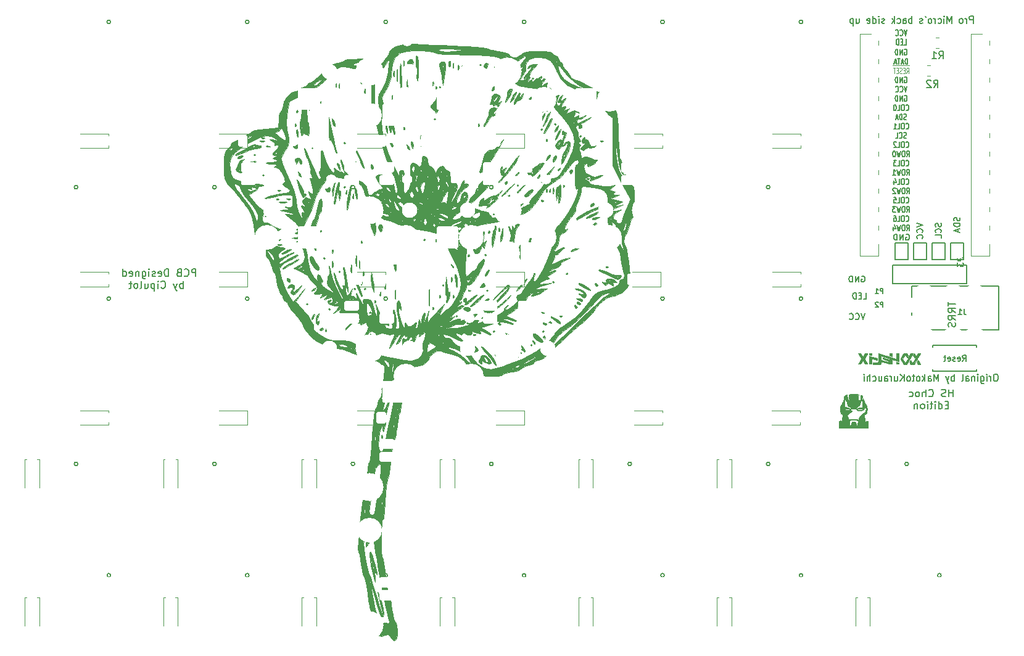
<source format=gbr>
G04 #@! TF.GenerationSoftware,KiCad,Pcbnew,(5.1.10)-1*
G04 #@! TF.CreationDate,2021-12-22T22:10:33+01:00*
G04 #@! TF.ProjectId,helixhschoc,68656c69-7868-4736-9368-6f632e6b6963,rev?*
G04 #@! TF.SameCoordinates,Original*
G04 #@! TF.FileFunction,Legend,Bot*
G04 #@! TF.FilePolarity,Positive*
%FSLAX46Y46*%
G04 Gerber Fmt 4.6, Leading zero omitted, Abs format (unit mm)*
G04 Created by KiCad (PCBNEW (5.1.10)-1) date 2021-12-22 22:10:33*
%MOMM*%
%LPD*%
G01*
G04 APERTURE LIST*
%ADD10C,0.150000*%
%ADD11C,0.125000*%
%ADD12C,0.120000*%
%ADD13C,0.010000*%
%ADD14C,2.400000*%
%ADD15O,2.900000X2.100000*%
%ADD16C,1.600000*%
%ADD17C,2.101800*%
%ADD18C,3.400000*%
%ADD19C,3.829000*%
%ADD20C,1.390600*%
%ADD21C,2.600000*%
%ADD22C,5.100400*%
%ADD23C,1.797000*%
%ADD24C,1.924000*%
G04 APERTURE END LIST*
D10*
X199087682Y-74137825D02*
X199116254Y-74176530D01*
X199201968Y-74215235D01*
X199259111Y-74215235D01*
X199344825Y-74176530D01*
X199401968Y-74099120D01*
X199430540Y-74021711D01*
X199459111Y-73866892D01*
X199459111Y-73750778D01*
X199430540Y-73595959D01*
X199401968Y-73518549D01*
X199344825Y-73441140D01*
X199259111Y-73402435D01*
X199201968Y-73402435D01*
X199116254Y-73441140D01*
X199087682Y-73479844D01*
X198716254Y-73402435D02*
X198601968Y-73402435D01*
X198544825Y-73441140D01*
X198487682Y-73518549D01*
X198459111Y-73673368D01*
X198459111Y-73944301D01*
X198487682Y-74099120D01*
X198544825Y-74176530D01*
X198601968Y-74215235D01*
X198716254Y-74215235D01*
X198773397Y-74176530D01*
X198830540Y-74099120D01*
X198859111Y-73944301D01*
X198859111Y-73673368D01*
X198830540Y-73518549D01*
X198773397Y-73441140D01*
X198716254Y-73402435D01*
X197916254Y-74215235D02*
X198201968Y-74215235D01*
X198201968Y-73402435D01*
X197430540Y-73402435D02*
X197716254Y-73402435D01*
X197744825Y-73789482D01*
X197716254Y-73750778D01*
X197659111Y-73712073D01*
X197516254Y-73712073D01*
X197459111Y-73750778D01*
X197430540Y-73789482D01*
X197401968Y-73866892D01*
X197401968Y-74060416D01*
X197430540Y-74137825D01*
X197459111Y-74176530D01*
X197516254Y-74215235D01*
X197659111Y-74215235D01*
X197716254Y-74176530D01*
X197744825Y-74137825D01*
X206992444Y-81687063D02*
X206192444Y-81687063D01*
X206192444Y-81991825D01*
X206230540Y-82068016D01*
X206268635Y-82106111D01*
X206344825Y-82144206D01*
X206459111Y-82144206D01*
X206535301Y-82106111D01*
X206573397Y-82068016D01*
X206611492Y-81991825D01*
X206611492Y-81687063D01*
X206192444Y-82410873D02*
X206192444Y-82906111D01*
X206497206Y-82639444D01*
X206497206Y-82753730D01*
X206535301Y-82829920D01*
X206573397Y-82868016D01*
X206649587Y-82906111D01*
X206840063Y-82906111D01*
X206916254Y-82868016D01*
X206954349Y-82829920D01*
X206992444Y-82753730D01*
X206992444Y-82525159D01*
X206954349Y-82448968D01*
X206916254Y-82410873D01*
X211516740Y-97676720D02*
X211345311Y-97676720D01*
X211259597Y-97724340D01*
X211173882Y-97819578D01*
X211131025Y-98010054D01*
X211131025Y-98343387D01*
X211173882Y-98533863D01*
X211259597Y-98629101D01*
X211345311Y-98676720D01*
X211516740Y-98676720D01*
X211602454Y-98629101D01*
X211688168Y-98533863D01*
X211731025Y-98343387D01*
X211731025Y-98010054D01*
X211688168Y-97819578D01*
X211602454Y-97724340D01*
X211516740Y-97676720D01*
X210745311Y-98676720D02*
X210745311Y-98010054D01*
X210745311Y-98200530D02*
X210702454Y-98105292D01*
X210659597Y-98057673D01*
X210573882Y-98010054D01*
X210488168Y-98010054D01*
X210188168Y-98676720D02*
X210188168Y-98010054D01*
X210188168Y-97676720D02*
X210231025Y-97724340D01*
X210188168Y-97771959D01*
X210145311Y-97724340D01*
X210188168Y-97676720D01*
X210188168Y-97771959D01*
X209373882Y-98010054D02*
X209373882Y-98819578D01*
X209416740Y-98914816D01*
X209459597Y-98962435D01*
X209545311Y-99010054D01*
X209673882Y-99010054D01*
X209759597Y-98962435D01*
X209373882Y-98629101D02*
X209459597Y-98676720D01*
X209631025Y-98676720D01*
X209716740Y-98629101D01*
X209759597Y-98581482D01*
X209802454Y-98486244D01*
X209802454Y-98200530D01*
X209759597Y-98105292D01*
X209716740Y-98057673D01*
X209631025Y-98010054D01*
X209459597Y-98010054D01*
X209373882Y-98057673D01*
X208945311Y-98676720D02*
X208945311Y-98010054D01*
X208945311Y-97676720D02*
X208988168Y-97724340D01*
X208945311Y-97771959D01*
X208902454Y-97724340D01*
X208945311Y-97676720D01*
X208945311Y-97771959D01*
X208516740Y-98010054D02*
X208516740Y-98676720D01*
X208516740Y-98105292D02*
X208473882Y-98057673D01*
X208388168Y-98010054D01*
X208259597Y-98010054D01*
X208173882Y-98057673D01*
X208131025Y-98152911D01*
X208131025Y-98676720D01*
X207316740Y-98676720D02*
X207316740Y-98152911D01*
X207359597Y-98057673D01*
X207445311Y-98010054D01*
X207616740Y-98010054D01*
X207702454Y-98057673D01*
X207316740Y-98629101D02*
X207402454Y-98676720D01*
X207616740Y-98676720D01*
X207702454Y-98629101D01*
X207745311Y-98533863D01*
X207745311Y-98438625D01*
X207702454Y-98343387D01*
X207616740Y-98295768D01*
X207402454Y-98295768D01*
X207316740Y-98248149D01*
X206759597Y-98676720D02*
X206845311Y-98629101D01*
X206888168Y-98533863D01*
X206888168Y-97676720D01*
X205731025Y-98676720D02*
X205731025Y-97676720D01*
X205731025Y-98057673D02*
X205645311Y-98010054D01*
X205473882Y-98010054D01*
X205388168Y-98057673D01*
X205345311Y-98105292D01*
X205302454Y-98200530D01*
X205302454Y-98486244D01*
X205345311Y-98581482D01*
X205388168Y-98629101D01*
X205473882Y-98676720D01*
X205645311Y-98676720D01*
X205731025Y-98629101D01*
X205002454Y-98010054D02*
X204788168Y-98676720D01*
X204573882Y-98010054D02*
X204788168Y-98676720D01*
X204873882Y-98914816D01*
X204916740Y-98962435D01*
X205002454Y-99010054D01*
X203545311Y-98676720D02*
X203545311Y-97676720D01*
X203245311Y-98391006D01*
X202945311Y-97676720D01*
X202945311Y-98676720D01*
X202131025Y-98676720D02*
X202131025Y-98152911D01*
X202173882Y-98057673D01*
X202259597Y-98010054D01*
X202431025Y-98010054D01*
X202516740Y-98057673D01*
X202131025Y-98629101D02*
X202216740Y-98676720D01*
X202431025Y-98676720D01*
X202516740Y-98629101D01*
X202559597Y-98533863D01*
X202559597Y-98438625D01*
X202516740Y-98343387D01*
X202431025Y-98295768D01*
X202216740Y-98295768D01*
X202131025Y-98248149D01*
X201702454Y-98676720D02*
X201702454Y-97676720D01*
X201616740Y-98295768D02*
X201359597Y-98676720D01*
X201359597Y-98010054D02*
X201702454Y-98391006D01*
X200845311Y-98676720D02*
X200931025Y-98629101D01*
X200973882Y-98581482D01*
X201016739Y-98486244D01*
X201016739Y-98200530D01*
X200973882Y-98105292D01*
X200931025Y-98057673D01*
X200845311Y-98010054D01*
X200716740Y-98010054D01*
X200631025Y-98057673D01*
X200588168Y-98105292D01*
X200545311Y-98200530D01*
X200545311Y-98486244D01*
X200588168Y-98581482D01*
X200631025Y-98629101D01*
X200716740Y-98676720D01*
X200845311Y-98676720D01*
X200288168Y-98010054D02*
X199945311Y-98010054D01*
X200159597Y-97676720D02*
X200159597Y-98533863D01*
X200116739Y-98629101D01*
X200031025Y-98676720D01*
X199945311Y-98676720D01*
X199516739Y-98676720D02*
X199602454Y-98629101D01*
X199645311Y-98581482D01*
X199688168Y-98486244D01*
X199688168Y-98200530D01*
X199645311Y-98105292D01*
X199602454Y-98057673D01*
X199516739Y-98010054D01*
X199388168Y-98010054D01*
X199302454Y-98057673D01*
X199259597Y-98105292D01*
X199216739Y-98200530D01*
X199216739Y-98486244D01*
X199259597Y-98581482D01*
X199302454Y-98629101D01*
X199388168Y-98676720D01*
X199516739Y-98676720D01*
X198831025Y-98676720D02*
X198831025Y-97676720D01*
X198316739Y-98676720D02*
X198702454Y-98105292D01*
X198316739Y-97676720D02*
X198831025Y-98248149D01*
X197545311Y-98010054D02*
X197545311Y-98676720D01*
X197931025Y-98010054D02*
X197931025Y-98533863D01*
X197888168Y-98629101D01*
X197802454Y-98676720D01*
X197673882Y-98676720D01*
X197588168Y-98629101D01*
X197545311Y-98581482D01*
X197116739Y-98676720D02*
X197116739Y-98010054D01*
X197116739Y-98200530D02*
X197073882Y-98105292D01*
X197031025Y-98057673D01*
X196945311Y-98010054D01*
X196859597Y-98010054D01*
X196173882Y-98676720D02*
X196173882Y-98152911D01*
X196216739Y-98057673D01*
X196302454Y-98010054D01*
X196473882Y-98010054D01*
X196559597Y-98057673D01*
X196173882Y-98629101D02*
X196259597Y-98676720D01*
X196473882Y-98676720D01*
X196559597Y-98629101D01*
X196602454Y-98533863D01*
X196602454Y-98438625D01*
X196559597Y-98343387D01*
X196473882Y-98295768D01*
X196259597Y-98295768D01*
X196173882Y-98248149D01*
X195359597Y-98010054D02*
X195359597Y-98676720D01*
X195745311Y-98010054D02*
X195745311Y-98533863D01*
X195702454Y-98629101D01*
X195616739Y-98676720D01*
X195488168Y-98676720D01*
X195402454Y-98629101D01*
X195359597Y-98581482D01*
X194545311Y-98629101D02*
X194631025Y-98676720D01*
X194802454Y-98676720D01*
X194888168Y-98629101D01*
X194931025Y-98581482D01*
X194973882Y-98486244D01*
X194973882Y-98200530D01*
X194931025Y-98105292D01*
X194888168Y-98057673D01*
X194802454Y-98010054D01*
X194631025Y-98010054D01*
X194545311Y-98057673D01*
X194159597Y-98676720D02*
X194159597Y-97676720D01*
X193773882Y-98676720D02*
X193773882Y-98152911D01*
X193816739Y-98057673D01*
X193902454Y-98010054D01*
X194031025Y-98010054D01*
X194116739Y-98057673D01*
X194159597Y-98105292D01*
X193345311Y-98676720D02*
X193345311Y-98010054D01*
X193345311Y-97676720D02*
X193388168Y-97724340D01*
X193345311Y-97771959D01*
X193302454Y-97724340D01*
X193345311Y-97676720D01*
X193345311Y-97771959D01*
X199187682Y-75485235D02*
X199387682Y-75098187D01*
X199530540Y-75485235D02*
X199530540Y-74672435D01*
X199301968Y-74672435D01*
X199244825Y-74711140D01*
X199216254Y-74749844D01*
X199187682Y-74827254D01*
X199187682Y-74943368D01*
X199216254Y-75020778D01*
X199244825Y-75059482D01*
X199301968Y-75098187D01*
X199530540Y-75098187D01*
X198816254Y-74672435D02*
X198701968Y-74672435D01*
X198644825Y-74711140D01*
X198587682Y-74788549D01*
X198559111Y-74943368D01*
X198559111Y-75214301D01*
X198587682Y-75369120D01*
X198644825Y-75446530D01*
X198701968Y-75485235D01*
X198816254Y-75485235D01*
X198873397Y-75446530D01*
X198930540Y-75369120D01*
X198959111Y-75214301D01*
X198959111Y-74943368D01*
X198930540Y-74788549D01*
X198873397Y-74711140D01*
X198816254Y-74672435D01*
X198359111Y-74672435D02*
X198216254Y-75485235D01*
X198101968Y-74904663D01*
X197987682Y-75485235D01*
X197844825Y-74672435D01*
X197673397Y-74672435D02*
X197301968Y-74672435D01*
X197501968Y-74982073D01*
X197416254Y-74982073D01*
X197359111Y-75020778D01*
X197330540Y-75059482D01*
X197301968Y-75136892D01*
X197301968Y-75330416D01*
X197330540Y-75407825D01*
X197359111Y-75446530D01*
X197416254Y-75485235D01*
X197587682Y-75485235D01*
X197644825Y-75446530D01*
X197673397Y-75407825D01*
X199087682Y-76677825D02*
X199116254Y-76716530D01*
X199201968Y-76755235D01*
X199259111Y-76755235D01*
X199344825Y-76716530D01*
X199401968Y-76639120D01*
X199430540Y-76561711D01*
X199459111Y-76406892D01*
X199459111Y-76290778D01*
X199430540Y-76135959D01*
X199401968Y-76058549D01*
X199344825Y-75981140D01*
X199259111Y-75942435D01*
X199201968Y-75942435D01*
X199116254Y-75981140D01*
X199087682Y-76019844D01*
X198716254Y-75942435D02*
X198601968Y-75942435D01*
X198544825Y-75981140D01*
X198487682Y-76058549D01*
X198459111Y-76213368D01*
X198459111Y-76484301D01*
X198487682Y-76639120D01*
X198544825Y-76716530D01*
X198601968Y-76755235D01*
X198716254Y-76755235D01*
X198773397Y-76716530D01*
X198830540Y-76639120D01*
X198859111Y-76484301D01*
X198859111Y-76213368D01*
X198830540Y-76058549D01*
X198773397Y-75981140D01*
X198716254Y-75942435D01*
X197916254Y-76755235D02*
X198201968Y-76755235D01*
X198201968Y-75942435D01*
X197459111Y-75942435D02*
X197573397Y-75942435D01*
X197630540Y-75981140D01*
X197659111Y-76019844D01*
X197716254Y-76135959D01*
X197744825Y-76290778D01*
X197744825Y-76600416D01*
X197716254Y-76677825D01*
X197687682Y-76716530D01*
X197630540Y-76755235D01*
X197516254Y-76755235D01*
X197459111Y-76716530D01*
X197430540Y-76677825D01*
X197401968Y-76600416D01*
X197401968Y-76406892D01*
X197430540Y-76329482D01*
X197459111Y-76290778D01*
X197516254Y-76252073D01*
X197630540Y-76252073D01*
X197687682Y-76290778D01*
X197716254Y-76329482D01*
X197744825Y-76406892D01*
X199187682Y-78025235D02*
X199387682Y-77638187D01*
X199530540Y-78025235D02*
X199530540Y-77212435D01*
X199301968Y-77212435D01*
X199244825Y-77251140D01*
X199216254Y-77289844D01*
X199187682Y-77367254D01*
X199187682Y-77483368D01*
X199216254Y-77560778D01*
X199244825Y-77599482D01*
X199301968Y-77638187D01*
X199530540Y-77638187D01*
X198816254Y-77212435D02*
X198701968Y-77212435D01*
X198644825Y-77251140D01*
X198587682Y-77328549D01*
X198559111Y-77483368D01*
X198559111Y-77754301D01*
X198587682Y-77909120D01*
X198644825Y-77986530D01*
X198701968Y-78025235D01*
X198816254Y-78025235D01*
X198873397Y-77986530D01*
X198930540Y-77909120D01*
X198959111Y-77754301D01*
X198959111Y-77483368D01*
X198930540Y-77328549D01*
X198873397Y-77251140D01*
X198816254Y-77212435D01*
X198359111Y-77212435D02*
X198216254Y-78025235D01*
X198101968Y-77444663D01*
X197987682Y-78025235D01*
X197844825Y-77212435D01*
X197359111Y-77483368D02*
X197359111Y-78025235D01*
X197501968Y-77173730D02*
X197644825Y-77754301D01*
X197273397Y-77754301D01*
X195947206Y-86618246D02*
X195947206Y-85918246D01*
X195680540Y-85918246D01*
X195613873Y-85951580D01*
X195580540Y-85984913D01*
X195547206Y-86051580D01*
X195547206Y-86151580D01*
X195580540Y-86218246D01*
X195613873Y-86251580D01*
X195680540Y-86284913D01*
X195947206Y-86284913D01*
X194880540Y-86618246D02*
X195280540Y-86618246D01*
X195080540Y-86618246D02*
X195080540Y-85918246D01*
X195147206Y-86018246D01*
X195213873Y-86084913D01*
X195280540Y-86118246D01*
X195947206Y-88487686D02*
X195947206Y-87787686D01*
X195680540Y-87787686D01*
X195613873Y-87821020D01*
X195580540Y-87854353D01*
X195547206Y-87921020D01*
X195547206Y-88021020D01*
X195580540Y-88087686D01*
X195613873Y-88121020D01*
X195680540Y-88154353D01*
X195947206Y-88154353D01*
X195280540Y-87854353D02*
X195247206Y-87821020D01*
X195180540Y-87787686D01*
X195013873Y-87787686D01*
X194947206Y-87821020D01*
X194913873Y-87854353D01*
X194880540Y-87921020D01*
X194880540Y-87987686D01*
X194913873Y-88087686D01*
X195313873Y-88487686D01*
X194880540Y-88487686D01*
X207070926Y-88739444D02*
X207070926Y-89310873D01*
X207109021Y-89425159D01*
X207185212Y-89501349D01*
X207299498Y-89539444D01*
X207375688Y-89539444D01*
X206270926Y-89539444D02*
X206728069Y-89539444D01*
X206499498Y-89539444D02*
X206499498Y-88739444D01*
X206575688Y-88853730D01*
X206651879Y-88929920D01*
X206728069Y-88968016D01*
X205556130Y-100804920D02*
X205556130Y-99804920D01*
X205556130Y-100281111D02*
X204984701Y-100281111D01*
X204984701Y-100804920D02*
X204984701Y-99804920D01*
X204556130Y-100757301D02*
X204413273Y-100804920D01*
X204175178Y-100804920D01*
X204079940Y-100757301D01*
X204032320Y-100709682D01*
X203984701Y-100614444D01*
X203984701Y-100519206D01*
X204032320Y-100423968D01*
X204079940Y-100376349D01*
X204175178Y-100328730D01*
X204365654Y-100281111D01*
X204460892Y-100233492D01*
X204508511Y-100185873D01*
X204556130Y-100090635D01*
X204556130Y-99995397D01*
X204508511Y-99900159D01*
X204460892Y-99852540D01*
X204365654Y-99804920D01*
X204127559Y-99804920D01*
X203984701Y-99852540D01*
X202222797Y-100709682D02*
X202270416Y-100757301D01*
X202413273Y-100804920D01*
X202508511Y-100804920D01*
X202651368Y-100757301D01*
X202746606Y-100662063D01*
X202794225Y-100566825D01*
X202841844Y-100376349D01*
X202841844Y-100233492D01*
X202794225Y-100043016D01*
X202746606Y-99947778D01*
X202651368Y-99852540D01*
X202508511Y-99804920D01*
X202413273Y-99804920D01*
X202270416Y-99852540D01*
X202222797Y-99900159D01*
X201794225Y-100804920D02*
X201794225Y-99804920D01*
X201365654Y-100804920D02*
X201365654Y-100281111D01*
X201413273Y-100185873D01*
X201508511Y-100138254D01*
X201651368Y-100138254D01*
X201746606Y-100185873D01*
X201794225Y-100233492D01*
X200746606Y-100804920D02*
X200841844Y-100757301D01*
X200889463Y-100709682D01*
X200937082Y-100614444D01*
X200937082Y-100328730D01*
X200889463Y-100233492D01*
X200841844Y-100185873D01*
X200746606Y-100138254D01*
X200603749Y-100138254D01*
X200508511Y-100185873D01*
X200460892Y-100233492D01*
X200413273Y-100328730D01*
X200413273Y-100614444D01*
X200460892Y-100709682D01*
X200508511Y-100757301D01*
X200603749Y-100804920D01*
X200746606Y-100804920D01*
X199556130Y-100757301D02*
X199651368Y-100804920D01*
X199841844Y-100804920D01*
X199937082Y-100757301D01*
X199984701Y-100709682D01*
X200032320Y-100614444D01*
X200032320Y-100328730D01*
X199984701Y-100233492D01*
X199937082Y-100185873D01*
X199841844Y-100138254D01*
X199651368Y-100138254D01*
X199556130Y-100185873D01*
X204913273Y-101931111D02*
X204579940Y-101931111D01*
X204437082Y-102454920D02*
X204913273Y-102454920D01*
X204913273Y-101454920D01*
X204437082Y-101454920D01*
X203579940Y-102454920D02*
X203579940Y-101454920D01*
X203579940Y-102407301D02*
X203675178Y-102454920D01*
X203865654Y-102454920D01*
X203960892Y-102407301D01*
X204008511Y-102359682D01*
X204056130Y-102264444D01*
X204056130Y-101978730D01*
X204008511Y-101883492D01*
X203960892Y-101835873D01*
X203865654Y-101788254D01*
X203675178Y-101788254D01*
X203579940Y-101835873D01*
X203103749Y-102454920D02*
X203103749Y-101788254D01*
X203103749Y-101454920D02*
X203151368Y-101502540D01*
X203103749Y-101550159D01*
X203056130Y-101502540D01*
X203103749Y-101454920D01*
X203103749Y-101550159D01*
X202770416Y-101788254D02*
X202389463Y-101788254D01*
X202627559Y-101454920D02*
X202627559Y-102312063D01*
X202579940Y-102407301D01*
X202484701Y-102454920D01*
X202389463Y-102454920D01*
X202056130Y-102454920D02*
X202056130Y-101788254D01*
X202056130Y-101454920D02*
X202103749Y-101502540D01*
X202056130Y-101550159D01*
X202008511Y-101502540D01*
X202056130Y-101454920D01*
X202056130Y-101550159D01*
X201437082Y-102454920D02*
X201532320Y-102407301D01*
X201579940Y-102359682D01*
X201627559Y-102264444D01*
X201627559Y-101978730D01*
X201579940Y-101883492D01*
X201532320Y-101835873D01*
X201437082Y-101788254D01*
X201294225Y-101788254D01*
X201198987Y-101835873D01*
X201151368Y-101883492D01*
X201103749Y-101978730D01*
X201103749Y-102264444D01*
X201151368Y-102359682D01*
X201198987Y-102407301D01*
X201294225Y-102454920D01*
X201437082Y-102454920D01*
X200675178Y-101788254D02*
X200675178Y-102454920D01*
X200675178Y-101883492D02*
X200627559Y-101835873D01*
X200532320Y-101788254D01*
X200389463Y-101788254D01*
X200294225Y-101835873D01*
X200246606Y-101931111D01*
X200246606Y-102454920D01*
X101624092Y-84262720D02*
X101624092Y-83262720D01*
X101243140Y-83262720D01*
X101147901Y-83310340D01*
X101100282Y-83357959D01*
X101052663Y-83453197D01*
X101052663Y-83596054D01*
X101100282Y-83691292D01*
X101147901Y-83738911D01*
X101243140Y-83786530D01*
X101624092Y-83786530D01*
X100052663Y-84167482D02*
X100100282Y-84215101D01*
X100243140Y-84262720D01*
X100338378Y-84262720D01*
X100481235Y-84215101D01*
X100576473Y-84119863D01*
X100624092Y-84024625D01*
X100671711Y-83834149D01*
X100671711Y-83691292D01*
X100624092Y-83500816D01*
X100576473Y-83405578D01*
X100481235Y-83310340D01*
X100338378Y-83262720D01*
X100243140Y-83262720D01*
X100100282Y-83310340D01*
X100052663Y-83357959D01*
X99290759Y-83738911D02*
X99147901Y-83786530D01*
X99100282Y-83834149D01*
X99052663Y-83929387D01*
X99052663Y-84072244D01*
X99100282Y-84167482D01*
X99147901Y-84215101D01*
X99243140Y-84262720D01*
X99624092Y-84262720D01*
X99624092Y-83262720D01*
X99290759Y-83262720D01*
X99195520Y-83310340D01*
X99147901Y-83357959D01*
X99100282Y-83453197D01*
X99100282Y-83548435D01*
X99147901Y-83643673D01*
X99195520Y-83691292D01*
X99290759Y-83738911D01*
X99624092Y-83738911D01*
X97862187Y-84262720D02*
X97862187Y-83262720D01*
X97624092Y-83262720D01*
X97481235Y-83310340D01*
X97385997Y-83405578D01*
X97338378Y-83500816D01*
X97290759Y-83691292D01*
X97290759Y-83834149D01*
X97338378Y-84024625D01*
X97385997Y-84119863D01*
X97481235Y-84215101D01*
X97624092Y-84262720D01*
X97862187Y-84262720D01*
X96481235Y-84215101D02*
X96576473Y-84262720D01*
X96766949Y-84262720D01*
X96862187Y-84215101D01*
X96909806Y-84119863D01*
X96909806Y-83738911D01*
X96862187Y-83643673D01*
X96766949Y-83596054D01*
X96576473Y-83596054D01*
X96481235Y-83643673D01*
X96433616Y-83738911D01*
X96433616Y-83834149D01*
X96909806Y-83929387D01*
X96052663Y-84215101D02*
X95957425Y-84262720D01*
X95766949Y-84262720D01*
X95671711Y-84215101D01*
X95624092Y-84119863D01*
X95624092Y-84072244D01*
X95671711Y-83977006D01*
X95766949Y-83929387D01*
X95909806Y-83929387D01*
X96005044Y-83881768D01*
X96052663Y-83786530D01*
X96052663Y-83738911D01*
X96005044Y-83643673D01*
X95909806Y-83596054D01*
X95766949Y-83596054D01*
X95671711Y-83643673D01*
X95195520Y-84262720D02*
X95195520Y-83596054D01*
X95195520Y-83262720D02*
X95243140Y-83310340D01*
X95195520Y-83357959D01*
X95147901Y-83310340D01*
X95195520Y-83262720D01*
X95195520Y-83357959D01*
X94290759Y-83596054D02*
X94290759Y-84405578D01*
X94338378Y-84500816D01*
X94385997Y-84548435D01*
X94481235Y-84596054D01*
X94624092Y-84596054D01*
X94719330Y-84548435D01*
X94290759Y-84215101D02*
X94385997Y-84262720D01*
X94576473Y-84262720D01*
X94671711Y-84215101D01*
X94719330Y-84167482D01*
X94766949Y-84072244D01*
X94766949Y-83786530D01*
X94719330Y-83691292D01*
X94671711Y-83643673D01*
X94576473Y-83596054D01*
X94385997Y-83596054D01*
X94290759Y-83643673D01*
X93814568Y-83596054D02*
X93814568Y-84262720D01*
X93814568Y-83691292D02*
X93766949Y-83643673D01*
X93671711Y-83596054D01*
X93528854Y-83596054D01*
X93433616Y-83643673D01*
X93385997Y-83738911D01*
X93385997Y-84262720D01*
X92528854Y-84215101D02*
X92624092Y-84262720D01*
X92814568Y-84262720D01*
X92909806Y-84215101D01*
X92957425Y-84119863D01*
X92957425Y-83738911D01*
X92909806Y-83643673D01*
X92814568Y-83596054D01*
X92624092Y-83596054D01*
X92528854Y-83643673D01*
X92481235Y-83738911D01*
X92481235Y-83834149D01*
X92957425Y-83929387D01*
X91624092Y-84262720D02*
X91624092Y-83262720D01*
X91624092Y-84215101D02*
X91719330Y-84262720D01*
X91909806Y-84262720D01*
X92005044Y-84215101D01*
X92052663Y-84167482D01*
X92100282Y-84072244D01*
X92100282Y-83786530D01*
X92052663Y-83691292D01*
X92005044Y-83643673D01*
X91909806Y-83596054D01*
X91719330Y-83596054D01*
X91624092Y-83643673D01*
X99862187Y-85912720D02*
X99862187Y-84912720D01*
X99862187Y-85293673D02*
X99766949Y-85246054D01*
X99576473Y-85246054D01*
X99481235Y-85293673D01*
X99433616Y-85341292D01*
X99385997Y-85436530D01*
X99385997Y-85722244D01*
X99433616Y-85817482D01*
X99481235Y-85865101D01*
X99576473Y-85912720D01*
X99766949Y-85912720D01*
X99862187Y-85865101D01*
X99052663Y-85246054D02*
X98814568Y-85912720D01*
X98576473Y-85246054D02*
X98814568Y-85912720D01*
X98909806Y-86150816D01*
X98957425Y-86198435D01*
X99052663Y-86246054D01*
X96862187Y-85817482D02*
X96909806Y-85865101D01*
X97052663Y-85912720D01*
X97147901Y-85912720D01*
X97290759Y-85865101D01*
X97385997Y-85769863D01*
X97433616Y-85674625D01*
X97481235Y-85484149D01*
X97481235Y-85341292D01*
X97433616Y-85150816D01*
X97385997Y-85055578D01*
X97290759Y-84960340D01*
X97147901Y-84912720D01*
X97052663Y-84912720D01*
X96909806Y-84960340D01*
X96862187Y-85007959D01*
X96433616Y-85912720D02*
X96433616Y-85246054D01*
X96433616Y-84912720D02*
X96481235Y-84960340D01*
X96433616Y-85007959D01*
X96385997Y-84960340D01*
X96433616Y-84912720D01*
X96433616Y-85007959D01*
X95957425Y-85246054D02*
X95957425Y-86246054D01*
X95957425Y-85293673D02*
X95862187Y-85246054D01*
X95671711Y-85246054D01*
X95576473Y-85293673D01*
X95528854Y-85341292D01*
X95481235Y-85436530D01*
X95481235Y-85722244D01*
X95528854Y-85817482D01*
X95576473Y-85865101D01*
X95671711Y-85912720D01*
X95862187Y-85912720D01*
X95957425Y-85865101D01*
X94624092Y-85246054D02*
X94624092Y-85912720D01*
X95052663Y-85246054D02*
X95052663Y-85769863D01*
X95005044Y-85865101D01*
X94909806Y-85912720D01*
X94766949Y-85912720D01*
X94671711Y-85865101D01*
X94624092Y-85817482D01*
X94005044Y-85912720D02*
X94100282Y-85865101D01*
X94147901Y-85769863D01*
X94147901Y-84912720D01*
X93481235Y-85912720D02*
X93576473Y-85865101D01*
X93624092Y-85817482D01*
X93671711Y-85722244D01*
X93671711Y-85436530D01*
X93624092Y-85341292D01*
X93576473Y-85293673D01*
X93481235Y-85246054D01*
X93338378Y-85246054D01*
X93243140Y-85293673D01*
X93195520Y-85341292D01*
X93147901Y-85436530D01*
X93147901Y-85722244D01*
X93195520Y-85817482D01*
X93243140Y-85865101D01*
X93338378Y-85912720D01*
X93481235Y-85912720D01*
X92862187Y-85246054D02*
X92481235Y-85246054D01*
X92719330Y-84912720D02*
X92719330Y-85769863D01*
X92671711Y-85865101D01*
X92576473Y-85912720D01*
X92481235Y-85912720D01*
X199230540Y-50415435D02*
X199030540Y-51228235D01*
X198830540Y-50415435D01*
X198287682Y-51150825D02*
X198316254Y-51189530D01*
X198401968Y-51228235D01*
X198459111Y-51228235D01*
X198544825Y-51189530D01*
X198601968Y-51112120D01*
X198630540Y-51034711D01*
X198659111Y-50879892D01*
X198659111Y-50763778D01*
X198630540Y-50608959D01*
X198601968Y-50531549D01*
X198544825Y-50454140D01*
X198459111Y-50415435D01*
X198401968Y-50415435D01*
X198316254Y-50454140D01*
X198287682Y-50492844D01*
X197687682Y-51150825D02*
X197716254Y-51189530D01*
X197801968Y-51228235D01*
X197859111Y-51228235D01*
X197944825Y-51189530D01*
X198001968Y-51112120D01*
X198030540Y-51034711D01*
X198059111Y-50879892D01*
X198059111Y-50763778D01*
X198030540Y-50608959D01*
X198001968Y-50531549D01*
X197944825Y-50454140D01*
X197859111Y-50415435D01*
X197801968Y-50415435D01*
X197716254Y-50454140D01*
X197687682Y-50492844D01*
X199187682Y-67865235D02*
X199387682Y-67478187D01*
X199530540Y-67865235D02*
X199530540Y-67052435D01*
X199301968Y-67052435D01*
X199244825Y-67091140D01*
X199216254Y-67129844D01*
X199187682Y-67207254D01*
X199187682Y-67323368D01*
X199216254Y-67400778D01*
X199244825Y-67439482D01*
X199301968Y-67478187D01*
X199530540Y-67478187D01*
X198816254Y-67052435D02*
X198701968Y-67052435D01*
X198644825Y-67091140D01*
X198587682Y-67168549D01*
X198559111Y-67323368D01*
X198559111Y-67594301D01*
X198587682Y-67749120D01*
X198644825Y-67826530D01*
X198701968Y-67865235D01*
X198816254Y-67865235D01*
X198873397Y-67826530D01*
X198930540Y-67749120D01*
X198959111Y-67594301D01*
X198959111Y-67323368D01*
X198930540Y-67168549D01*
X198873397Y-67091140D01*
X198816254Y-67052435D01*
X198359111Y-67052435D02*
X198216254Y-67865235D01*
X198101968Y-67284663D01*
X197987682Y-67865235D01*
X197844825Y-67052435D01*
X197501968Y-67052435D02*
X197444825Y-67052435D01*
X197387682Y-67091140D01*
X197359111Y-67129844D01*
X197330540Y-67207254D01*
X197301968Y-67362073D01*
X197301968Y-67555597D01*
X197330540Y-67710416D01*
X197359111Y-67787825D01*
X197387682Y-67826530D01*
X197444825Y-67865235D01*
X197501968Y-67865235D01*
X197559111Y-67826530D01*
X197587682Y-67787825D01*
X197616254Y-67710416D01*
X197644825Y-67555597D01*
X197644825Y-67362073D01*
X197616254Y-67207254D01*
X197587682Y-67129844D01*
X197559111Y-67091140D01*
X197501968Y-67052435D01*
X199187682Y-72945235D02*
X199387682Y-72558187D01*
X199530540Y-72945235D02*
X199530540Y-72132435D01*
X199301968Y-72132435D01*
X199244825Y-72171140D01*
X199216254Y-72209844D01*
X199187682Y-72287254D01*
X199187682Y-72403368D01*
X199216254Y-72480778D01*
X199244825Y-72519482D01*
X199301968Y-72558187D01*
X199530540Y-72558187D01*
X198816254Y-72132435D02*
X198701968Y-72132435D01*
X198644825Y-72171140D01*
X198587682Y-72248549D01*
X198559111Y-72403368D01*
X198559111Y-72674301D01*
X198587682Y-72829120D01*
X198644825Y-72906530D01*
X198701968Y-72945235D01*
X198816254Y-72945235D01*
X198873397Y-72906530D01*
X198930540Y-72829120D01*
X198959111Y-72674301D01*
X198959111Y-72403368D01*
X198930540Y-72248549D01*
X198873397Y-72171140D01*
X198816254Y-72132435D01*
X198359111Y-72132435D02*
X198216254Y-72945235D01*
X198101968Y-72364663D01*
X197987682Y-72945235D01*
X197844825Y-72132435D01*
X197644825Y-72209844D02*
X197616254Y-72171140D01*
X197559111Y-72132435D01*
X197416254Y-72132435D01*
X197359111Y-72171140D01*
X197330540Y-72209844D01*
X197301968Y-72287254D01*
X197301968Y-72364663D01*
X197330540Y-72480778D01*
X197673397Y-72945235D01*
X197301968Y-72945235D01*
X206860623Y-95909795D02*
X207131557Y-95522747D01*
X207325080Y-95909795D02*
X207325080Y-95096995D01*
X207015442Y-95096995D01*
X206938033Y-95135700D01*
X206899328Y-95174404D01*
X206860623Y-95251814D01*
X206860623Y-95367928D01*
X206899328Y-95445338D01*
X206938033Y-95484042D01*
X207015442Y-95522747D01*
X207325080Y-95522747D01*
X206202642Y-95871090D02*
X206280052Y-95909795D01*
X206434871Y-95909795D01*
X206512280Y-95871090D01*
X206550985Y-95793680D01*
X206550985Y-95484042D01*
X206512280Y-95406633D01*
X206434871Y-95367928D01*
X206280052Y-95367928D01*
X206202642Y-95406633D01*
X206163938Y-95484042D01*
X206163938Y-95561452D01*
X206550985Y-95638861D01*
X205854300Y-95871090D02*
X205776890Y-95909795D01*
X205622071Y-95909795D01*
X205544661Y-95871090D01*
X205505957Y-95793680D01*
X205505957Y-95754976D01*
X205544661Y-95677566D01*
X205622071Y-95638861D01*
X205738185Y-95638861D01*
X205815595Y-95600157D01*
X205854300Y-95522747D01*
X205854300Y-95484042D01*
X205815595Y-95406633D01*
X205738185Y-95367928D01*
X205622071Y-95367928D01*
X205544661Y-95406633D01*
X204847976Y-95871090D02*
X204925385Y-95909795D01*
X205080204Y-95909795D01*
X205157614Y-95871090D01*
X205196319Y-95793680D01*
X205196319Y-95484042D01*
X205157614Y-95406633D01*
X205080204Y-95367928D01*
X204925385Y-95367928D01*
X204847976Y-95406633D01*
X204809271Y-95484042D01*
X204809271Y-95561452D01*
X205196319Y-95638861D01*
X204577042Y-95367928D02*
X204267404Y-95367928D01*
X204460928Y-95096995D02*
X204460928Y-95793680D01*
X204422223Y-95871090D01*
X204344814Y-95909795D01*
X204267404Y-95909795D01*
X193253054Y-87345235D02*
X193640101Y-87345235D01*
X193640101Y-86532435D01*
X192982120Y-86919482D02*
X192711187Y-86919482D01*
X192595073Y-87345235D02*
X192982120Y-87345235D01*
X192982120Y-86532435D01*
X192595073Y-86532435D01*
X192246730Y-87345235D02*
X192246730Y-86532435D01*
X192053206Y-86532435D01*
X191937092Y-86571140D01*
X191859682Y-86648549D01*
X191820978Y-86725959D01*
X191782273Y-86880778D01*
X191782273Y-86996892D01*
X191820978Y-87151711D01*
X191859682Y-87229120D01*
X191937092Y-87306530D01*
X192053206Y-87345235D01*
X192246730Y-87345235D01*
X198887682Y-53121140D02*
X198944825Y-53082435D01*
X199030540Y-53082435D01*
X199116254Y-53121140D01*
X199173397Y-53198549D01*
X199201968Y-53275959D01*
X199230540Y-53430778D01*
X199230540Y-53546892D01*
X199201968Y-53701711D01*
X199173397Y-53779120D01*
X199116254Y-53856530D01*
X199030540Y-53895235D01*
X198973397Y-53895235D01*
X198887682Y-53856530D01*
X198859111Y-53817825D01*
X198859111Y-53546892D01*
X198973397Y-53546892D01*
X198601968Y-53895235D02*
X198601968Y-53082435D01*
X198259111Y-53895235D01*
X198259111Y-53082435D01*
X197973397Y-53895235D02*
X197973397Y-53082435D01*
X197830540Y-53082435D01*
X197744825Y-53121140D01*
X197687682Y-53198549D01*
X197659111Y-53275959D01*
X197630540Y-53430778D01*
X197630540Y-53546892D01*
X197659111Y-53701711D01*
X197687682Y-53779120D01*
X197744825Y-53856530D01*
X197830540Y-53895235D01*
X197973397Y-53895235D01*
D11*
X199561492Y-55319824D02*
X199061492Y-55319824D01*
X199156730Y-56435235D02*
X199323397Y-56048187D01*
X199442444Y-56435235D02*
X199442444Y-55622435D01*
X199251968Y-55622435D01*
X199204349Y-55661140D01*
X199180540Y-55699844D01*
X199156730Y-55777254D01*
X199156730Y-55893368D01*
X199180540Y-55970778D01*
X199204349Y-56009482D01*
X199251968Y-56048187D01*
X199442444Y-56048187D01*
X199061492Y-55319824D02*
X198609111Y-55319824D01*
X198942444Y-56009482D02*
X198775778Y-56009482D01*
X198704349Y-56435235D02*
X198942444Y-56435235D01*
X198942444Y-55622435D01*
X198704349Y-55622435D01*
X198609111Y-55319824D02*
X198132920Y-55319824D01*
X198513873Y-56396530D02*
X198442444Y-56435235D01*
X198323397Y-56435235D01*
X198275778Y-56396530D01*
X198251968Y-56357825D01*
X198228159Y-56280416D01*
X198228159Y-56203006D01*
X198251968Y-56125597D01*
X198275778Y-56086892D01*
X198323397Y-56048187D01*
X198418635Y-56009482D01*
X198466254Y-55970778D01*
X198490063Y-55932073D01*
X198513873Y-55854663D01*
X198513873Y-55777254D01*
X198490063Y-55699844D01*
X198466254Y-55661140D01*
X198418635Y-55622435D01*
X198299587Y-55622435D01*
X198228159Y-55661140D01*
X198132920Y-55319824D02*
X197680540Y-55319824D01*
X198013873Y-56009482D02*
X197847206Y-56009482D01*
X197775778Y-56435235D02*
X198013873Y-56435235D01*
X198013873Y-55622435D01*
X197775778Y-55622435D01*
X197680540Y-55319824D02*
X197299587Y-55319824D01*
X197632920Y-55622435D02*
X197347206Y-55622435D01*
X197490063Y-56435235D02*
X197490063Y-55622435D01*
D10*
X199230540Y-58162435D02*
X199030540Y-58975235D01*
X198830540Y-58162435D01*
X198287682Y-58897825D02*
X198316254Y-58936530D01*
X198401968Y-58975235D01*
X198459111Y-58975235D01*
X198544825Y-58936530D01*
X198601968Y-58859120D01*
X198630540Y-58781711D01*
X198659111Y-58626892D01*
X198659111Y-58510778D01*
X198630540Y-58355959D01*
X198601968Y-58278549D01*
X198544825Y-58201140D01*
X198459111Y-58162435D01*
X198401968Y-58162435D01*
X198316254Y-58201140D01*
X198287682Y-58239844D01*
X197687682Y-58897825D02*
X197716254Y-58936530D01*
X197801968Y-58975235D01*
X197859111Y-58975235D01*
X197944825Y-58936530D01*
X198001968Y-58859120D01*
X198030540Y-58781711D01*
X198059111Y-58626892D01*
X198059111Y-58510778D01*
X198030540Y-58355959D01*
X198001968Y-58278549D01*
X197944825Y-58201140D01*
X197859111Y-58162435D01*
X197801968Y-58162435D01*
X197716254Y-58201140D01*
X197687682Y-58239844D01*
X199087682Y-63977825D02*
X199116254Y-64016530D01*
X199201968Y-64055235D01*
X199259111Y-64055235D01*
X199344825Y-64016530D01*
X199401968Y-63939120D01*
X199430540Y-63861711D01*
X199459111Y-63706892D01*
X199459111Y-63590778D01*
X199430540Y-63435959D01*
X199401968Y-63358549D01*
X199344825Y-63281140D01*
X199259111Y-63242435D01*
X199201968Y-63242435D01*
X199116254Y-63281140D01*
X199087682Y-63319844D01*
X198716254Y-63242435D02*
X198601968Y-63242435D01*
X198544825Y-63281140D01*
X198487682Y-63358549D01*
X198459111Y-63513368D01*
X198459111Y-63784301D01*
X198487682Y-63939120D01*
X198544825Y-64016530D01*
X198601968Y-64055235D01*
X198716254Y-64055235D01*
X198773397Y-64016530D01*
X198830540Y-63939120D01*
X198859111Y-63784301D01*
X198859111Y-63513368D01*
X198830540Y-63358549D01*
X198773397Y-63281140D01*
X198716254Y-63242435D01*
X197916254Y-64055235D02*
X198201968Y-64055235D01*
X198201968Y-63242435D01*
X197401968Y-64055235D02*
X197744825Y-64055235D01*
X197573397Y-64055235D02*
X197573397Y-63242435D01*
X197630540Y-63358549D01*
X197687682Y-63435959D01*
X197744825Y-63474663D01*
X199330540Y-55165235D02*
X199330540Y-54352435D01*
X199187682Y-54352435D01*
X199101968Y-54391140D01*
X199044825Y-54468549D01*
X199016254Y-54545959D01*
X198987682Y-54700778D01*
X198987682Y-54816892D01*
X199016254Y-54971711D01*
X199044825Y-55049120D01*
X199101968Y-55126530D01*
X199187682Y-55165235D01*
X199330540Y-55165235D01*
X198759111Y-54933006D02*
X198473397Y-54933006D01*
X198816254Y-55165235D02*
X198616254Y-54352435D01*
X198416254Y-55165235D01*
X198301968Y-54352435D02*
X197959111Y-54352435D01*
X198130540Y-55165235D02*
X198130540Y-54352435D01*
X197787682Y-54933006D02*
X197501968Y-54933006D01*
X197844825Y-55165235D02*
X197644825Y-54352435D01*
X197444825Y-55165235D01*
X199087682Y-69057825D02*
X199116254Y-69096530D01*
X199201968Y-69135235D01*
X199259111Y-69135235D01*
X199344825Y-69096530D01*
X199401968Y-69019120D01*
X199430540Y-68941711D01*
X199459111Y-68786892D01*
X199459111Y-68670778D01*
X199430540Y-68515959D01*
X199401968Y-68438549D01*
X199344825Y-68361140D01*
X199259111Y-68322435D01*
X199201968Y-68322435D01*
X199116254Y-68361140D01*
X199087682Y-68399844D01*
X198716254Y-68322435D02*
X198601968Y-68322435D01*
X198544825Y-68361140D01*
X198487682Y-68438549D01*
X198459111Y-68593368D01*
X198459111Y-68864301D01*
X198487682Y-69019120D01*
X198544825Y-69096530D01*
X198601968Y-69135235D01*
X198716254Y-69135235D01*
X198773397Y-69096530D01*
X198830540Y-69019120D01*
X198859111Y-68864301D01*
X198859111Y-68593368D01*
X198830540Y-68438549D01*
X198773397Y-68361140D01*
X198716254Y-68322435D01*
X197916254Y-69135235D02*
X198201968Y-69135235D01*
X198201968Y-68322435D01*
X197773397Y-68322435D02*
X197401968Y-68322435D01*
X197601968Y-68632073D01*
X197516254Y-68632073D01*
X197459111Y-68670778D01*
X197430540Y-68709482D01*
X197401968Y-68786892D01*
X197401968Y-68980416D01*
X197430540Y-69057825D01*
X197459111Y-69096530D01*
X197516254Y-69135235D01*
X197687682Y-69135235D01*
X197744825Y-69096530D01*
X197773397Y-69057825D01*
X192991256Y-84271140D02*
X193068665Y-84232435D01*
X193184780Y-84232435D01*
X193300894Y-84271140D01*
X193378303Y-84348549D01*
X193417008Y-84425959D01*
X193455713Y-84580778D01*
X193455713Y-84696892D01*
X193417008Y-84851711D01*
X193378303Y-84929120D01*
X193300894Y-85006530D01*
X193184780Y-85045235D01*
X193107370Y-85045235D01*
X192991256Y-85006530D01*
X192952551Y-84967825D01*
X192952551Y-84696892D01*
X193107370Y-84696892D01*
X192604208Y-85045235D02*
X192604208Y-84232435D01*
X192139751Y-85045235D01*
X192139751Y-84232435D01*
X191752703Y-85045235D02*
X191752703Y-84232435D01*
X191559180Y-84232435D01*
X191443065Y-84271140D01*
X191365656Y-84348549D01*
X191326951Y-84425959D01*
X191288246Y-84580778D01*
X191288246Y-84696892D01*
X191326951Y-84851711D01*
X191365656Y-84929120D01*
X191443065Y-85006530D01*
X191559180Y-85045235D01*
X191752703Y-85045235D01*
X199159111Y-62746530D02*
X199073397Y-62785235D01*
X198930540Y-62785235D01*
X198873397Y-62746530D01*
X198844825Y-62707825D01*
X198816254Y-62630416D01*
X198816254Y-62553006D01*
X198844825Y-62475597D01*
X198873397Y-62436892D01*
X198930540Y-62398187D01*
X199044825Y-62359482D01*
X199101968Y-62320778D01*
X199130540Y-62282073D01*
X199159111Y-62204663D01*
X199159111Y-62127254D01*
X199130540Y-62049844D01*
X199101968Y-62011140D01*
X199044825Y-61972435D01*
X198901968Y-61972435D01*
X198816254Y-62011140D01*
X198559111Y-62785235D02*
X198559111Y-61972435D01*
X198416254Y-61972435D01*
X198330540Y-62011140D01*
X198273397Y-62088549D01*
X198244825Y-62165959D01*
X198216254Y-62320778D01*
X198216254Y-62436892D01*
X198244825Y-62591711D01*
X198273397Y-62669120D01*
X198330540Y-62746530D01*
X198416254Y-62785235D01*
X198559111Y-62785235D01*
X197987682Y-62553006D02*
X197701968Y-62553006D01*
X198044825Y-62785235D02*
X197844825Y-61972435D01*
X197644825Y-62785235D01*
X199087682Y-66517825D02*
X199116254Y-66556530D01*
X199201968Y-66595235D01*
X199259111Y-66595235D01*
X199344825Y-66556530D01*
X199401968Y-66479120D01*
X199430540Y-66401711D01*
X199459111Y-66246892D01*
X199459111Y-66130778D01*
X199430540Y-65975959D01*
X199401968Y-65898549D01*
X199344825Y-65821140D01*
X199259111Y-65782435D01*
X199201968Y-65782435D01*
X199116254Y-65821140D01*
X199087682Y-65859844D01*
X198716254Y-65782435D02*
X198601968Y-65782435D01*
X198544825Y-65821140D01*
X198487682Y-65898549D01*
X198459111Y-66053368D01*
X198459111Y-66324301D01*
X198487682Y-66479120D01*
X198544825Y-66556530D01*
X198601968Y-66595235D01*
X198716254Y-66595235D01*
X198773397Y-66556530D01*
X198830540Y-66479120D01*
X198859111Y-66324301D01*
X198859111Y-66053368D01*
X198830540Y-65898549D01*
X198773397Y-65821140D01*
X198716254Y-65782435D01*
X197916254Y-66595235D02*
X198201968Y-66595235D01*
X198201968Y-65782435D01*
X197744825Y-65859844D02*
X197716254Y-65821140D01*
X197659111Y-65782435D01*
X197516254Y-65782435D01*
X197459111Y-65821140D01*
X197430540Y-65859844D01*
X197401968Y-65937254D01*
X197401968Y-66014663D01*
X197430540Y-66130778D01*
X197773397Y-66595235D01*
X197401968Y-66595235D01*
X199187682Y-70405235D02*
X199387682Y-70018187D01*
X199530540Y-70405235D02*
X199530540Y-69592435D01*
X199301968Y-69592435D01*
X199244825Y-69631140D01*
X199216254Y-69669844D01*
X199187682Y-69747254D01*
X199187682Y-69863368D01*
X199216254Y-69940778D01*
X199244825Y-69979482D01*
X199301968Y-70018187D01*
X199530540Y-70018187D01*
X198816254Y-69592435D02*
X198701968Y-69592435D01*
X198644825Y-69631140D01*
X198587682Y-69708549D01*
X198559111Y-69863368D01*
X198559111Y-70134301D01*
X198587682Y-70289120D01*
X198644825Y-70366530D01*
X198701968Y-70405235D01*
X198816254Y-70405235D01*
X198873397Y-70366530D01*
X198930540Y-70289120D01*
X198959111Y-70134301D01*
X198959111Y-69863368D01*
X198930540Y-69708549D01*
X198873397Y-69631140D01*
X198816254Y-69592435D01*
X198359111Y-69592435D02*
X198216254Y-70405235D01*
X198101968Y-69824663D01*
X197987682Y-70405235D01*
X197844825Y-69592435D01*
X197301968Y-70405235D02*
X197644825Y-70405235D01*
X197473397Y-70405235D02*
X197473397Y-69592435D01*
X197530540Y-69708549D01*
X197587682Y-69785959D01*
X197644825Y-69824663D01*
X199087682Y-61437825D02*
X199116254Y-61476530D01*
X199201968Y-61515235D01*
X199259111Y-61515235D01*
X199344825Y-61476530D01*
X199401968Y-61399120D01*
X199430540Y-61321711D01*
X199459111Y-61166892D01*
X199459111Y-61050778D01*
X199430540Y-60895959D01*
X199401968Y-60818549D01*
X199344825Y-60741140D01*
X199259111Y-60702435D01*
X199201968Y-60702435D01*
X199116254Y-60741140D01*
X199087682Y-60779844D01*
X198716254Y-60702435D02*
X198601968Y-60702435D01*
X198544825Y-60741140D01*
X198487682Y-60818549D01*
X198459111Y-60973368D01*
X198459111Y-61244301D01*
X198487682Y-61399120D01*
X198544825Y-61476530D01*
X198601968Y-61515235D01*
X198716254Y-61515235D01*
X198773397Y-61476530D01*
X198830540Y-61399120D01*
X198859111Y-61244301D01*
X198859111Y-60973368D01*
X198830540Y-60818549D01*
X198773397Y-60741140D01*
X198716254Y-60702435D01*
X197916254Y-61515235D02*
X198201968Y-61515235D01*
X198201968Y-60702435D01*
X197601968Y-60702435D02*
X197544825Y-60702435D01*
X197487682Y-60741140D01*
X197459111Y-60779844D01*
X197430540Y-60857254D01*
X197401968Y-61012073D01*
X197401968Y-61205597D01*
X197430540Y-61360416D01*
X197459111Y-61437825D01*
X197487682Y-61476530D01*
X197544825Y-61515235D01*
X197601968Y-61515235D01*
X197659111Y-61476530D01*
X197687682Y-61437825D01*
X197716254Y-61360416D01*
X197744825Y-61205597D01*
X197744825Y-61012073D01*
X197716254Y-60857254D01*
X197687682Y-60779844D01*
X197659111Y-60741140D01*
X197601968Y-60702435D01*
X198887682Y-56931140D02*
X198944825Y-56892435D01*
X199030540Y-56892435D01*
X199116254Y-56931140D01*
X199173397Y-57008549D01*
X199201968Y-57085959D01*
X199230540Y-57240778D01*
X199230540Y-57356892D01*
X199201968Y-57511711D01*
X199173397Y-57589120D01*
X199116254Y-57666530D01*
X199030540Y-57705235D01*
X198973397Y-57705235D01*
X198887682Y-57666530D01*
X198859111Y-57627825D01*
X198859111Y-57356892D01*
X198973397Y-57356892D01*
X198601968Y-57705235D02*
X198601968Y-56892435D01*
X198259111Y-57705235D01*
X198259111Y-56892435D01*
X197973397Y-57705235D02*
X197973397Y-56892435D01*
X197830540Y-56892435D01*
X197744825Y-56931140D01*
X197687682Y-57008549D01*
X197659111Y-57085959D01*
X197630540Y-57240778D01*
X197630540Y-57356892D01*
X197659111Y-57511711D01*
X197687682Y-57589120D01*
X197744825Y-57666530D01*
X197830540Y-57705235D01*
X197973397Y-57705235D01*
X198816254Y-52498235D02*
X199101968Y-52498235D01*
X199101968Y-51685435D01*
X198616254Y-52072482D02*
X198416254Y-52072482D01*
X198330540Y-52498235D02*
X198616254Y-52498235D01*
X198616254Y-51685435D01*
X198330540Y-51685435D01*
X198073397Y-52498235D02*
X198073397Y-51685435D01*
X197930540Y-51685435D01*
X197844825Y-51724140D01*
X197787682Y-51801549D01*
X197759111Y-51878959D01*
X197730540Y-52033778D01*
X197730540Y-52149892D01*
X197759111Y-52304711D01*
X197787682Y-52382120D01*
X197844825Y-52459530D01*
X197930540Y-52498235D01*
X198073397Y-52498235D01*
X199144825Y-65286530D02*
X199059111Y-65325235D01*
X198916254Y-65325235D01*
X198859111Y-65286530D01*
X198830540Y-65247825D01*
X198801968Y-65170416D01*
X198801968Y-65093006D01*
X198830540Y-65015597D01*
X198859111Y-64976892D01*
X198916254Y-64938187D01*
X199030540Y-64899482D01*
X199087682Y-64860778D01*
X199116254Y-64822073D01*
X199144825Y-64744663D01*
X199144825Y-64667254D01*
X199116254Y-64589844D01*
X199087682Y-64551140D01*
X199030540Y-64512435D01*
X198887682Y-64512435D01*
X198801968Y-64551140D01*
X198201968Y-65247825D02*
X198230540Y-65286530D01*
X198316254Y-65325235D01*
X198373397Y-65325235D01*
X198459111Y-65286530D01*
X198516254Y-65209120D01*
X198544825Y-65131711D01*
X198573397Y-64976892D01*
X198573397Y-64860778D01*
X198544825Y-64705959D01*
X198516254Y-64628549D01*
X198459111Y-64551140D01*
X198373397Y-64512435D01*
X198316254Y-64512435D01*
X198230540Y-64551140D01*
X198201968Y-64589844D01*
X197659111Y-65325235D02*
X197944825Y-65325235D01*
X197944825Y-64512435D01*
X199087682Y-71597825D02*
X199116254Y-71636530D01*
X199201968Y-71675235D01*
X199259111Y-71675235D01*
X199344825Y-71636530D01*
X199401968Y-71559120D01*
X199430540Y-71481711D01*
X199459111Y-71326892D01*
X199459111Y-71210778D01*
X199430540Y-71055959D01*
X199401968Y-70978549D01*
X199344825Y-70901140D01*
X199259111Y-70862435D01*
X199201968Y-70862435D01*
X199116254Y-70901140D01*
X199087682Y-70939844D01*
X198716254Y-70862435D02*
X198601968Y-70862435D01*
X198544825Y-70901140D01*
X198487682Y-70978549D01*
X198459111Y-71133368D01*
X198459111Y-71404301D01*
X198487682Y-71559120D01*
X198544825Y-71636530D01*
X198601968Y-71675235D01*
X198716254Y-71675235D01*
X198773397Y-71636530D01*
X198830540Y-71559120D01*
X198859111Y-71404301D01*
X198859111Y-71133368D01*
X198830540Y-70978549D01*
X198773397Y-70901140D01*
X198716254Y-70862435D01*
X197916254Y-71675235D02*
X198201968Y-71675235D01*
X198201968Y-70862435D01*
X197459111Y-71133368D02*
X197459111Y-71675235D01*
X197601968Y-70823730D02*
X197744825Y-71404301D01*
X197373397Y-71404301D01*
X193455713Y-89364215D02*
X193184780Y-90177015D01*
X192913846Y-89364215D01*
X192178456Y-90099605D02*
X192217160Y-90138310D01*
X192333275Y-90177015D01*
X192410684Y-90177015D01*
X192526799Y-90138310D01*
X192604208Y-90060900D01*
X192642913Y-89983491D01*
X192681618Y-89828672D01*
X192681618Y-89712558D01*
X192642913Y-89557739D01*
X192604208Y-89480329D01*
X192526799Y-89402920D01*
X192410684Y-89364215D01*
X192333275Y-89364215D01*
X192217160Y-89402920D01*
X192178456Y-89441624D01*
X191365656Y-90099605D02*
X191404360Y-90138310D01*
X191520475Y-90177015D01*
X191597884Y-90177015D01*
X191713999Y-90138310D01*
X191791408Y-90060900D01*
X191830113Y-89983491D01*
X191868818Y-89828672D01*
X191868818Y-89712558D01*
X191830113Y-89557739D01*
X191791408Y-89480329D01*
X191713999Y-89402920D01*
X191597884Y-89364215D01*
X191520475Y-89364215D01*
X191404360Y-89402920D01*
X191365656Y-89441624D01*
X208310968Y-49534920D02*
X208310968Y-48534920D01*
X207968111Y-48534920D01*
X207882397Y-48582540D01*
X207839540Y-48630159D01*
X207796682Y-48725397D01*
X207796682Y-48868254D01*
X207839540Y-48963492D01*
X207882397Y-49011111D01*
X207968111Y-49058730D01*
X208310968Y-49058730D01*
X207410968Y-49534920D02*
X207410968Y-48868254D01*
X207410968Y-49058730D02*
X207368111Y-48963492D01*
X207325254Y-48915873D01*
X207239540Y-48868254D01*
X207153825Y-48868254D01*
X206725254Y-49534920D02*
X206810968Y-49487301D01*
X206853825Y-49439682D01*
X206896682Y-49344444D01*
X206896682Y-49058730D01*
X206853825Y-48963492D01*
X206810968Y-48915873D01*
X206725254Y-48868254D01*
X206596682Y-48868254D01*
X206510968Y-48915873D01*
X206468111Y-48963492D01*
X206425254Y-49058730D01*
X206425254Y-49344444D01*
X206468111Y-49439682D01*
X206510968Y-49487301D01*
X206596682Y-49534920D01*
X206725254Y-49534920D01*
X205353825Y-49534920D02*
X205353825Y-48534920D01*
X205053825Y-49249206D01*
X204753825Y-48534920D01*
X204753825Y-49534920D01*
X204325254Y-49534920D02*
X204325254Y-48868254D01*
X204325254Y-48534920D02*
X204368111Y-48582540D01*
X204325254Y-48630159D01*
X204282397Y-48582540D01*
X204325254Y-48534920D01*
X204325254Y-48630159D01*
X203510968Y-49487301D02*
X203596682Y-49534920D01*
X203768111Y-49534920D01*
X203853825Y-49487301D01*
X203896682Y-49439682D01*
X203939540Y-49344444D01*
X203939540Y-49058730D01*
X203896682Y-48963492D01*
X203853825Y-48915873D01*
X203768111Y-48868254D01*
X203596682Y-48868254D01*
X203510968Y-48915873D01*
X203125254Y-49534920D02*
X203125254Y-48868254D01*
X203125254Y-49058730D02*
X203082397Y-48963492D01*
X203039540Y-48915873D01*
X202953825Y-48868254D01*
X202868111Y-48868254D01*
X202439540Y-49534920D02*
X202525254Y-49487301D01*
X202568111Y-49439682D01*
X202610968Y-49344444D01*
X202610968Y-49058730D01*
X202568111Y-48963492D01*
X202525254Y-48915873D01*
X202439540Y-48868254D01*
X202310968Y-48868254D01*
X202225254Y-48915873D01*
X202182397Y-48963492D01*
X202139540Y-49058730D01*
X202139540Y-49344444D01*
X202182397Y-49439682D01*
X202225254Y-49487301D01*
X202310968Y-49534920D01*
X202439540Y-49534920D01*
X201710968Y-48534920D02*
X201796682Y-48725397D01*
X201368111Y-49487301D02*
X201282397Y-49534920D01*
X201110968Y-49534920D01*
X201025254Y-49487301D01*
X200982397Y-49392063D01*
X200982397Y-49344444D01*
X201025254Y-49249206D01*
X201110968Y-49201587D01*
X201239540Y-49201587D01*
X201325254Y-49153968D01*
X201368111Y-49058730D01*
X201368111Y-49011111D01*
X201325254Y-48915873D01*
X201239540Y-48868254D01*
X201110968Y-48868254D01*
X201025254Y-48915873D01*
X199910968Y-49534920D02*
X199910968Y-48534920D01*
X199910968Y-48915873D02*
X199825254Y-48868254D01*
X199653825Y-48868254D01*
X199568111Y-48915873D01*
X199525254Y-48963492D01*
X199482397Y-49058730D01*
X199482397Y-49344444D01*
X199525254Y-49439682D01*
X199568111Y-49487301D01*
X199653825Y-49534920D01*
X199825254Y-49534920D01*
X199910968Y-49487301D01*
X198710968Y-49534920D02*
X198710968Y-49011111D01*
X198753825Y-48915873D01*
X198839540Y-48868254D01*
X199010968Y-48868254D01*
X199096682Y-48915873D01*
X198710968Y-49487301D02*
X198796682Y-49534920D01*
X199010968Y-49534920D01*
X199096682Y-49487301D01*
X199139540Y-49392063D01*
X199139540Y-49296825D01*
X199096682Y-49201587D01*
X199010968Y-49153968D01*
X198796682Y-49153968D01*
X198710968Y-49106349D01*
X197896682Y-49487301D02*
X197982397Y-49534920D01*
X198153825Y-49534920D01*
X198239540Y-49487301D01*
X198282397Y-49439682D01*
X198325254Y-49344444D01*
X198325254Y-49058730D01*
X198282397Y-48963492D01*
X198239540Y-48915873D01*
X198153825Y-48868254D01*
X197982397Y-48868254D01*
X197896682Y-48915873D01*
X197510968Y-49534920D02*
X197510968Y-48534920D01*
X197425254Y-49153968D02*
X197168111Y-49534920D01*
X197168111Y-48868254D02*
X197510968Y-49249206D01*
X196139540Y-49487301D02*
X196053825Y-49534920D01*
X195882397Y-49534920D01*
X195796682Y-49487301D01*
X195753825Y-49392063D01*
X195753825Y-49344444D01*
X195796682Y-49249206D01*
X195882397Y-49201587D01*
X196010968Y-49201587D01*
X196096682Y-49153968D01*
X196139540Y-49058730D01*
X196139540Y-49011111D01*
X196096682Y-48915873D01*
X196010968Y-48868254D01*
X195882397Y-48868254D01*
X195796682Y-48915873D01*
X195368111Y-49534920D02*
X195368111Y-48868254D01*
X195368111Y-48534920D02*
X195410968Y-48582540D01*
X195368111Y-48630159D01*
X195325254Y-48582540D01*
X195368111Y-48534920D01*
X195368111Y-48630159D01*
X194553825Y-49534920D02*
X194553825Y-48534920D01*
X194553825Y-49487301D02*
X194639540Y-49534920D01*
X194810968Y-49534920D01*
X194896682Y-49487301D01*
X194939540Y-49439682D01*
X194982397Y-49344444D01*
X194982397Y-49058730D01*
X194939540Y-48963492D01*
X194896682Y-48915873D01*
X194810968Y-48868254D01*
X194639540Y-48868254D01*
X194553825Y-48915873D01*
X193782397Y-49487301D02*
X193868111Y-49534920D01*
X194039540Y-49534920D01*
X194125254Y-49487301D01*
X194168111Y-49392063D01*
X194168111Y-49011111D01*
X194125254Y-48915873D01*
X194039540Y-48868254D01*
X193868111Y-48868254D01*
X193782397Y-48915873D01*
X193739540Y-49011111D01*
X193739540Y-49106349D01*
X194168111Y-49201587D01*
X192282397Y-48868254D02*
X192282397Y-49534920D01*
X192668111Y-48868254D02*
X192668111Y-49392063D01*
X192625254Y-49487301D01*
X192539540Y-49534920D01*
X192410968Y-49534920D01*
X192325254Y-49487301D01*
X192282397Y-49439682D01*
X191853825Y-48868254D02*
X191853825Y-49868254D01*
X191853825Y-48915873D02*
X191768111Y-48868254D01*
X191596682Y-48868254D01*
X191510968Y-48915873D01*
X191468111Y-48963492D01*
X191425254Y-49058730D01*
X191425254Y-49344444D01*
X191468111Y-49439682D01*
X191510968Y-49487301D01*
X191596682Y-49534920D01*
X191768111Y-49534920D01*
X191853825Y-49487301D01*
X198887682Y-59471140D02*
X198944825Y-59432435D01*
X199030540Y-59432435D01*
X199116254Y-59471140D01*
X199173397Y-59548549D01*
X199201968Y-59625959D01*
X199230540Y-59780778D01*
X199230540Y-59896892D01*
X199201968Y-60051711D01*
X199173397Y-60129120D01*
X199116254Y-60206530D01*
X199030540Y-60245235D01*
X198973397Y-60245235D01*
X198887682Y-60206530D01*
X198859111Y-60167825D01*
X198859111Y-59896892D01*
X198973397Y-59896892D01*
X198601968Y-60245235D02*
X198601968Y-59432435D01*
X198259111Y-60245235D01*
X198259111Y-59432435D01*
X197973397Y-60245235D02*
X197973397Y-59432435D01*
X197830540Y-59432435D01*
X197744825Y-59471140D01*
X197687682Y-59548549D01*
X197659111Y-59625959D01*
X197630540Y-59780778D01*
X197630540Y-59896892D01*
X197659111Y-60051711D01*
X197687682Y-60129120D01*
X197744825Y-60206530D01*
X197830540Y-60245235D01*
X197973397Y-60245235D01*
X203930540Y-125327540D02*
G75*
G03*
X203930540Y-125327540I-250000J0D01*
G01*
X184930540Y-125327540D02*
G75*
G03*
X184930540Y-125327540I-250000J0D01*
G01*
X165930540Y-125327540D02*
G75*
G03*
X165930540Y-125327540I-250000J0D01*
G01*
X146930540Y-125327540D02*
G75*
G03*
X146930540Y-125327540I-250000J0D01*
G01*
X127930540Y-125327540D02*
G75*
G03*
X127930540Y-125327540I-250000J0D01*
G01*
X108930540Y-125327540D02*
G75*
G03*
X108930540Y-125327540I-250000J0D01*
G01*
X89930540Y-125327540D02*
G75*
G03*
X89930540Y-125327540I-250000J0D01*
G01*
X199430540Y-110027540D02*
G75*
G03*
X199430540Y-110027540I-250000J0D01*
G01*
X180430540Y-110027540D02*
G75*
G03*
X180430540Y-110027540I-250000J0D01*
G01*
X161430540Y-110027540D02*
G75*
G03*
X161430540Y-110027540I-250000J0D01*
G01*
X142430540Y-110027540D02*
G75*
G03*
X142430540Y-110027540I-250000J0D01*
G01*
X123430540Y-110027540D02*
G75*
G03*
X123430540Y-110027540I-250000J0D01*
G01*
X104430540Y-110027540D02*
G75*
G03*
X104430540Y-110027540I-250000J0D01*
G01*
X85430540Y-110027540D02*
G75*
G03*
X85430540Y-110027540I-250000J0D01*
G01*
X184930540Y-87327540D02*
G75*
G03*
X184930540Y-87327540I-250000J0D01*
G01*
X165930540Y-87327540D02*
G75*
G03*
X165930540Y-87327540I-250000J0D01*
G01*
X146930540Y-87327540D02*
G75*
G03*
X146930540Y-87327540I-250000J0D01*
G01*
X127930540Y-87327540D02*
G75*
G03*
X127930540Y-87327540I-250000J0D01*
G01*
X108930540Y-87327540D02*
G75*
G03*
X108930540Y-87327540I-250000J0D01*
G01*
X89930540Y-87327540D02*
G75*
G03*
X89930540Y-87327540I-250000J0D01*
G01*
X180430540Y-72027540D02*
G75*
G03*
X180430540Y-72027540I-250000J0D01*
G01*
X161430540Y-72027540D02*
G75*
G03*
X161430540Y-72027540I-250000J0D01*
G01*
X142430540Y-72027540D02*
G75*
G03*
X142430540Y-72027540I-250000J0D01*
G01*
X123430540Y-72027540D02*
G75*
G03*
X123430540Y-72027540I-250000J0D01*
G01*
X104430540Y-72027540D02*
G75*
G03*
X104430540Y-72027540I-250000J0D01*
G01*
X85430540Y-72027540D02*
G75*
G03*
X85430540Y-72027540I-250000J0D01*
G01*
X184930540Y-49327540D02*
G75*
G03*
X184930540Y-49327540I-250000J0D01*
G01*
X165930540Y-49327540D02*
G75*
G03*
X165930540Y-49327540I-250000J0D01*
G01*
X146930540Y-49327540D02*
G75*
G03*
X146930540Y-49327540I-250000J0D01*
G01*
X127930540Y-49327540D02*
G75*
G03*
X127930540Y-49327540I-250000J0D01*
G01*
X108930540Y-49327540D02*
G75*
G03*
X108930540Y-49327540I-250000J0D01*
G01*
X89930540Y-49327540D02*
G75*
G03*
X89930540Y-49327540I-250000J0D01*
G01*
X208805140Y-97026740D02*
X208805140Y-97276740D01*
X208805140Y-97276740D02*
X202805140Y-97276740D01*
X202805140Y-97276740D02*
X202805140Y-97026740D01*
X202805140Y-94026740D02*
X202805140Y-93776740D01*
X202805140Y-93776740D02*
X208805140Y-93776740D01*
X208805140Y-93776740D02*
X208805140Y-94026740D01*
X199852940Y-85607540D02*
X211852940Y-85607540D01*
X199852940Y-91607540D02*
X199852940Y-85607540D01*
X211852940Y-91607540D02*
X199852940Y-91607540D01*
X211852940Y-85607540D02*
X211852940Y-91607540D01*
D12*
X118155540Y-128391940D02*
X116155540Y-128391940D01*
X116155540Y-128391940D02*
X116155540Y-132291940D01*
X118155540Y-128391940D02*
X118155540Y-132291940D01*
X146680540Y-104677540D02*
X146680540Y-102677540D01*
X146680540Y-102677540D02*
X142780540Y-102677540D01*
X146680540Y-104677540D02*
X142780540Y-104677540D01*
X165680540Y-104677540D02*
X165680540Y-102677540D01*
X165680540Y-102677540D02*
X161780540Y-102677540D01*
X165680540Y-104677540D02*
X161780540Y-104677540D01*
X80155540Y-109391940D02*
X78155540Y-109391940D01*
X78155540Y-109391940D02*
X78155540Y-113291940D01*
X80155540Y-109391940D02*
X80155540Y-113291940D01*
X156155540Y-109391940D02*
X154155540Y-109391940D01*
X154155540Y-109391940D02*
X154155540Y-113291940D01*
X156155540Y-109391940D02*
X156155540Y-113291940D01*
X184578940Y-104677540D02*
X184578940Y-102677540D01*
X184578940Y-102677540D02*
X180678940Y-102677540D01*
X184578940Y-104677540D02*
X180678940Y-104677540D01*
X99155540Y-109391940D02*
X97155540Y-109391940D01*
X97155540Y-109391940D02*
X97155540Y-113291940D01*
X99155540Y-109391940D02*
X99155540Y-113291940D01*
X118155540Y-109391940D02*
X116155540Y-109391940D01*
X116155540Y-109391940D02*
X116155540Y-113291940D01*
X118155540Y-109391940D02*
X118155540Y-113291940D01*
X137155540Y-109391940D02*
X135155540Y-109391940D01*
X135155540Y-109391940D02*
X135155540Y-113291940D01*
X137155540Y-109391940D02*
X137155540Y-113291940D01*
X175155540Y-109391940D02*
X173155540Y-109391940D01*
X173155540Y-109391940D02*
X173155540Y-113291940D01*
X175155540Y-109391940D02*
X175155540Y-113291940D01*
X156155540Y-128391940D02*
X154155540Y-128391940D01*
X154155540Y-128391940D02*
X154155540Y-132291940D01*
X156155540Y-128391940D02*
X156155540Y-132291940D01*
X175155540Y-128391940D02*
X173155540Y-128391940D01*
X173155540Y-128391940D02*
X173155540Y-132291940D01*
X175155540Y-128391940D02*
X175155540Y-132291940D01*
X99155540Y-128391940D02*
X97155540Y-128391940D01*
X97155540Y-128391940D02*
X97155540Y-132291940D01*
X99155540Y-128391940D02*
X99155540Y-132291940D01*
X137155540Y-128391940D02*
X135155540Y-128391940D01*
X135155540Y-128391940D02*
X135155540Y-132291940D01*
X137155540Y-128391940D02*
X137155540Y-132291940D01*
X127680540Y-104677540D02*
X127680540Y-102677540D01*
X127680540Y-102677540D02*
X123780540Y-102677540D01*
X127680540Y-104677540D02*
X123780540Y-104677540D01*
X194155540Y-128391940D02*
X192155540Y-128391940D01*
X192155540Y-128391940D02*
X192155540Y-132291940D01*
X194155540Y-128391940D02*
X194155540Y-132291940D01*
X80155540Y-128391940D02*
X80155540Y-132291940D01*
X78155540Y-128391940D02*
X78155540Y-132291940D01*
X80155540Y-128391940D02*
X78155540Y-128391940D01*
X127680540Y-85677540D02*
X127680540Y-83677540D01*
X127680540Y-83677540D02*
X123780540Y-83677540D01*
X127680540Y-85677540D02*
X123780540Y-85677540D01*
X184680540Y-66677540D02*
X180780540Y-66677540D01*
X184680540Y-64677540D02*
X180780540Y-64677540D01*
X184680540Y-66677540D02*
X184680540Y-64677540D01*
X89680540Y-66677540D02*
X89680540Y-64677540D01*
X89680540Y-64677540D02*
X85780540Y-64677540D01*
X89680540Y-66677540D02*
X85780540Y-66677540D01*
X89680540Y-85677540D02*
X89680540Y-83677540D01*
X89680540Y-83677540D02*
X85780540Y-83677540D01*
X89680540Y-85677540D02*
X85780540Y-85677540D01*
X108680540Y-104677540D02*
X108680540Y-102677540D01*
X108680540Y-102677540D02*
X104780540Y-102677540D01*
X108680540Y-104677540D02*
X104780540Y-104677540D01*
X108680540Y-66677540D02*
X108680540Y-64677540D01*
X108680540Y-64677540D02*
X104780540Y-64677540D01*
X108680540Y-66677540D02*
X104780540Y-66677540D01*
X146680540Y-66677540D02*
X142780540Y-66677540D01*
X146680540Y-64677540D02*
X142780540Y-64677540D01*
X146680540Y-66677540D02*
X146680540Y-64677540D01*
X165680540Y-66677540D02*
X161780540Y-66677540D01*
X165680540Y-64677540D02*
X161780540Y-64677540D01*
X165680540Y-66677540D02*
X165680540Y-64677540D01*
X108680540Y-85677540D02*
X108680540Y-83677540D01*
X108680540Y-83677540D02*
X104780540Y-83677540D01*
X108680540Y-85677540D02*
X104780540Y-85677540D01*
X165411140Y-85677540D02*
X165411140Y-83677540D01*
X165411140Y-83677540D02*
X161511140Y-83677540D01*
X165411140Y-85677540D02*
X161511140Y-85677540D01*
X184680540Y-85677540D02*
X184680540Y-83677540D01*
X184680540Y-83677540D02*
X180780540Y-83677540D01*
X184680540Y-85677540D02*
X180780540Y-85677540D01*
X146680540Y-85677540D02*
X146680540Y-83677540D01*
X146680540Y-83677540D02*
X142780540Y-83677540D01*
X146680540Y-85677540D02*
X142780540Y-85677540D01*
X89680540Y-104677540D02*
X89680540Y-102677540D01*
X89680540Y-102677540D02*
X85780540Y-102677540D01*
X89680540Y-104677540D02*
X85780540Y-104677540D01*
D10*
X199381540Y-79659540D02*
X197603540Y-79659540D01*
X199381540Y-81945540D02*
X199381540Y-79659540D01*
X197603540Y-81945540D02*
X199381540Y-81945540D01*
X197603540Y-79659540D02*
X197603540Y-81945540D01*
X200143540Y-79659540D02*
X200143540Y-81945540D01*
X200143540Y-81945540D02*
X201921540Y-81945540D01*
X201921540Y-81945540D02*
X201921540Y-79659540D01*
X201921540Y-79659540D02*
X200143540Y-79659540D01*
X202683540Y-79659540D02*
X202683540Y-81945540D01*
X202683540Y-81945540D02*
X204461540Y-81945540D01*
X204461540Y-81945540D02*
X204461540Y-79659540D01*
X204461540Y-79659540D02*
X202683540Y-79659540D01*
X205223540Y-79659540D02*
X205223540Y-81945540D01*
X205223540Y-81945540D02*
X207001540Y-81945540D01*
X207001540Y-81945540D02*
X207001540Y-79659540D01*
X207001540Y-79659540D02*
X205223540Y-79659540D01*
X207382540Y-85237540D02*
X197222540Y-85237540D01*
X197222540Y-85237540D02*
X197222540Y-82697540D01*
X197222540Y-82697540D02*
X207382540Y-82697540D01*
X207382540Y-82697540D02*
X207382540Y-85237540D01*
D12*
X201988586Y-56759780D02*
X202442714Y-56759780D01*
X201988586Y-55289780D02*
X202442714Y-55289780D01*
X203216776Y-52952320D02*
X203670904Y-52952320D01*
X203216776Y-51482320D02*
X203670904Y-51482320D01*
X194155540Y-109391940D02*
X192155540Y-109391940D01*
X192155540Y-109391940D02*
X192155540Y-113291940D01*
X194155540Y-109391940D02*
X194155540Y-113291940D01*
X195342940Y-50984340D02*
X192802940Y-50984340D01*
X195342940Y-81464340D02*
X195342940Y-50984340D01*
X192802940Y-81464340D02*
X195342940Y-81464340D01*
X192802940Y-50984340D02*
X192802940Y-81464340D01*
X208042940Y-50984340D02*
X210582940Y-50984340D01*
X208042940Y-81464340D02*
X208042940Y-50984340D01*
X210582940Y-81464340D02*
X208042940Y-81464340D01*
X210582940Y-50984340D02*
X210582940Y-81464340D01*
D13*
G36*
X194028291Y-95020371D02*
G01*
X194137972Y-95055496D01*
X194172035Y-95066426D01*
X194206693Y-95077583D01*
X194239844Y-95088290D01*
X194269390Y-95097868D01*
X194293230Y-95105637D01*
X194301918Y-95108488D01*
X194356181Y-95126355D01*
X194356181Y-94840710D01*
X194028291Y-94840710D01*
X194028291Y-95020371D01*
G37*
X194028291Y-95020371D02*
X194137972Y-95055496D01*
X194172035Y-95066426D01*
X194206693Y-95077583D01*
X194239844Y-95088290D01*
X194269390Y-95097868D01*
X194293230Y-95105637D01*
X194301918Y-95108488D01*
X194356181Y-95126355D01*
X194356181Y-94840710D01*
X194028291Y-94840710D01*
X194028291Y-95020371D01*
G36*
X196822291Y-94993110D02*
G01*
X196822352Y-95029578D01*
X196822525Y-95062918D01*
X196822795Y-95092052D01*
X196823148Y-95115906D01*
X196823569Y-95133401D01*
X196824042Y-95143463D01*
X196824384Y-95145510D01*
X196829067Y-95146871D01*
X196841591Y-95150754D01*
X196861004Y-95156856D01*
X196886353Y-95164873D01*
X196916686Y-95174502D01*
X196951050Y-95185440D01*
X196988493Y-95197385D01*
X197028062Y-95210032D01*
X197068804Y-95223079D01*
X197109767Y-95236223D01*
X197137481Y-95245132D01*
X197139415Y-95245319D01*
X197141014Y-95243997D01*
X197142310Y-95240379D01*
X197143335Y-95233677D01*
X197144119Y-95223105D01*
X197144695Y-95207875D01*
X197145095Y-95187199D01*
X197145350Y-95160292D01*
X197145492Y-95126366D01*
X197145552Y-95084633D01*
X197145563Y-95044221D01*
X197145563Y-94840710D01*
X196822291Y-94840710D01*
X196822291Y-94993110D01*
G37*
X196822291Y-94993110D02*
X196822352Y-95029578D01*
X196822525Y-95062918D01*
X196822795Y-95092052D01*
X196823148Y-95115906D01*
X196823569Y-95133401D01*
X196824042Y-95143463D01*
X196824384Y-95145510D01*
X196829067Y-95146871D01*
X196841591Y-95150754D01*
X196861004Y-95156856D01*
X196886353Y-95164873D01*
X196916686Y-95174502D01*
X196951050Y-95185440D01*
X196988493Y-95197385D01*
X197028062Y-95210032D01*
X197068804Y-95223079D01*
X197109767Y-95236223D01*
X197137481Y-95245132D01*
X197139415Y-95245319D01*
X197141014Y-95243997D01*
X197142310Y-95240379D01*
X197143335Y-95233677D01*
X197144119Y-95223105D01*
X197144695Y-95207875D01*
X197145095Y-95187199D01*
X197145350Y-95160292D01*
X197145492Y-95126366D01*
X197145552Y-95084633D01*
X197145563Y-95044221D01*
X197145563Y-94840710D01*
X196822291Y-94840710D01*
X196822291Y-94993110D01*
G36*
X200228575Y-94882457D02*
G01*
X200221580Y-94893148D01*
X200211190Y-94909995D01*
X200197974Y-94932053D01*
X200182502Y-94958375D01*
X200165342Y-94988018D01*
X200155381Y-95005413D01*
X200135013Y-95041231D01*
X200118892Y-95069916D01*
X200106605Y-95092307D01*
X200097737Y-95109247D01*
X200091875Y-95121574D01*
X200088605Y-95130131D01*
X200087515Y-95135758D01*
X200088190Y-95139296D01*
X200088966Y-95140437D01*
X200092746Y-95146126D01*
X200100496Y-95158836D01*
X200111620Y-95177556D01*
X200125527Y-95201275D01*
X200141621Y-95228982D01*
X200159309Y-95259669D01*
X200170638Y-95279437D01*
X200192837Y-95318291D01*
X200210871Y-95349846D01*
X200225209Y-95374792D01*
X200236319Y-95393819D01*
X200244670Y-95407618D01*
X200250731Y-95416880D01*
X200254971Y-95422294D01*
X200257859Y-95424550D01*
X200259864Y-95424340D01*
X200261454Y-95422354D01*
X200263099Y-95419281D01*
X200264258Y-95417280D01*
X200270470Y-95407028D01*
X200279892Y-95390950D01*
X200291843Y-95370253D01*
X200305643Y-95346145D01*
X200320611Y-95319833D01*
X200336065Y-95292524D01*
X200351326Y-95265425D01*
X200365713Y-95239743D01*
X200378544Y-95216686D01*
X200389140Y-95197461D01*
X200396818Y-95183276D01*
X200400900Y-95175336D01*
X200401381Y-95174111D01*
X200399162Y-95169157D01*
X200392922Y-95157371D01*
X200383290Y-95139847D01*
X200370893Y-95117676D01*
X200356360Y-95091950D01*
X200340317Y-95063760D01*
X200323393Y-95034198D01*
X200306216Y-95004357D01*
X200289413Y-94975327D01*
X200273613Y-94948201D01*
X200259442Y-94924071D01*
X200247529Y-94904028D01*
X200238502Y-94889163D01*
X200232989Y-94880570D01*
X200231605Y-94878868D01*
X200228575Y-94882457D01*
G37*
X200228575Y-94882457D02*
X200221580Y-94893148D01*
X200211190Y-94909995D01*
X200197974Y-94932053D01*
X200182502Y-94958375D01*
X200165342Y-94988018D01*
X200155381Y-95005413D01*
X200135013Y-95041231D01*
X200118892Y-95069916D01*
X200106605Y-95092307D01*
X200097737Y-95109247D01*
X200091875Y-95121574D01*
X200088605Y-95130131D01*
X200087515Y-95135758D01*
X200088190Y-95139296D01*
X200088966Y-95140437D01*
X200092746Y-95146126D01*
X200100496Y-95158836D01*
X200111620Y-95177556D01*
X200125527Y-95201275D01*
X200141621Y-95228982D01*
X200159309Y-95259669D01*
X200170638Y-95279437D01*
X200192837Y-95318291D01*
X200210871Y-95349846D01*
X200225209Y-95374792D01*
X200236319Y-95393819D01*
X200244670Y-95407618D01*
X200250731Y-95416880D01*
X200254971Y-95422294D01*
X200257859Y-95424550D01*
X200259864Y-95424340D01*
X200261454Y-95422354D01*
X200263099Y-95419281D01*
X200264258Y-95417280D01*
X200270470Y-95407028D01*
X200279892Y-95390950D01*
X200291843Y-95370253D01*
X200305643Y-95346145D01*
X200320611Y-95319833D01*
X200336065Y-95292524D01*
X200351326Y-95265425D01*
X200365713Y-95239743D01*
X200378544Y-95216686D01*
X200389140Y-95197461D01*
X200396818Y-95183276D01*
X200400900Y-95175336D01*
X200401381Y-95174111D01*
X200399162Y-95169157D01*
X200392922Y-95157371D01*
X200383290Y-95139847D01*
X200370893Y-95117676D01*
X200356360Y-95091950D01*
X200340317Y-95063760D01*
X200323393Y-95034198D01*
X200306216Y-95004357D01*
X200289413Y-94975327D01*
X200273613Y-94948201D01*
X200259442Y-94924071D01*
X200247529Y-94904028D01*
X200238502Y-94889163D01*
X200232989Y-94880570D01*
X200231605Y-94878868D01*
X200228575Y-94882457D01*
G36*
X192672940Y-94840844D02*
G01*
X192638013Y-94841030D01*
X192607206Y-94841334D01*
X192581554Y-94841739D01*
X192562091Y-94842229D01*
X192549851Y-94842788D01*
X192545854Y-94843367D01*
X192548080Y-94847690D01*
X192554541Y-94859464D01*
X192564909Y-94878109D01*
X192578858Y-94903044D01*
X192596062Y-94933689D01*
X192616194Y-94969464D01*
X192638928Y-95009788D01*
X192663936Y-95054081D01*
X192690893Y-95101763D01*
X192719472Y-95152252D01*
X192745165Y-95197595D01*
X192775041Y-95250398D01*
X192803655Y-95301169D01*
X192830670Y-95349301D01*
X192855747Y-95394181D01*
X192878551Y-95435200D01*
X192898743Y-95471747D01*
X192915986Y-95503213D01*
X192929943Y-95528986D01*
X192940275Y-95548457D01*
X192946647Y-95561014D01*
X192948679Y-95565725D01*
X192950195Y-95585225D01*
X192946576Y-95600578D01*
X192943620Y-95606642D01*
X192936511Y-95620028D01*
X192925650Y-95640021D01*
X192911438Y-95665907D01*
X192894276Y-95696970D01*
X192874563Y-95732497D01*
X192852700Y-95771773D01*
X192829089Y-95814084D01*
X192804128Y-95858714D01*
X192778220Y-95904950D01*
X192751765Y-95952077D01*
X192725162Y-95999380D01*
X192698814Y-96046144D01*
X192673119Y-96091656D01*
X192648480Y-96135201D01*
X192625296Y-96176064D01*
X192603968Y-96213531D01*
X192584897Y-96246886D01*
X192568483Y-96275416D01*
X192561535Y-96287412D01*
X192546078Y-96314023D01*
X192714920Y-96312812D01*
X192883763Y-96311600D01*
X193001426Y-96101473D01*
X193024424Y-96060617D01*
X193046448Y-96021906D01*
X193067019Y-95986151D01*
X193085661Y-95954162D01*
X193101896Y-95926750D01*
X193115247Y-95904726D01*
X193125236Y-95888902D01*
X193131386Y-95880087D01*
X193132472Y-95878873D01*
X193153359Y-95865276D01*
X193177034Y-95859448D01*
X193201287Y-95861386D01*
X193223911Y-95871092D01*
X193233937Y-95878873D01*
X193238757Y-95885244D01*
X193247574Y-95898887D01*
X193259914Y-95918995D01*
X193275298Y-95944760D01*
X193293251Y-95975372D01*
X193313297Y-96010025D01*
X193334958Y-96047911D01*
X193357760Y-96088221D01*
X193365851Y-96102628D01*
X193484299Y-96313910D01*
X193821226Y-96313910D01*
X193812087Y-96298900D01*
X193808128Y-96292118D01*
X193800072Y-96278081D01*
X193788339Y-96257531D01*
X193773349Y-96231210D01*
X193755521Y-96199859D01*
X193735275Y-96164218D01*
X193713032Y-96125030D01*
X193689210Y-96083034D01*
X193664231Y-96038974D01*
X193638513Y-95993589D01*
X193612476Y-95947622D01*
X193586540Y-95901813D01*
X193561125Y-95856903D01*
X193536651Y-95813635D01*
X193513537Y-95772748D01*
X193492204Y-95734985D01*
X193473071Y-95701086D01*
X193456558Y-95671793D01*
X193443084Y-95647848D01*
X193433070Y-95629990D01*
X193426935Y-95618962D01*
X193425261Y-95615874D01*
X193420488Y-95601832D01*
X193417825Y-95584655D01*
X193417625Y-95579319D01*
X193417866Y-95575104D01*
X193418774Y-95570175D01*
X193420627Y-95564012D01*
X193423703Y-95556094D01*
X193428281Y-95545898D01*
X193434638Y-95532905D01*
X193443054Y-95516592D01*
X193453805Y-95496439D01*
X193467170Y-95471925D01*
X193483428Y-95442529D01*
X193502856Y-95407728D01*
X193525732Y-95367003D01*
X193552335Y-95319832D01*
X193582943Y-95265693D01*
X193617834Y-95204066D01*
X193619049Y-95201921D01*
X193648915Y-95149163D01*
X193677443Y-95098706D01*
X193704310Y-95051130D01*
X193729189Y-95007011D01*
X193751758Y-94966927D01*
X193771691Y-94931456D01*
X193788663Y-94901175D01*
X193802351Y-94876662D01*
X193812429Y-94858493D01*
X193818573Y-94847248D01*
X193820472Y-94843511D01*
X193816027Y-94842870D01*
X193803379Y-94842288D01*
X193783562Y-94841782D01*
X193757612Y-94841369D01*
X193726562Y-94841066D01*
X193691446Y-94840888D01*
X193655372Y-94840852D01*
X193490272Y-94840994D01*
X193370200Y-95047067D01*
X193346755Y-95087235D01*
X193324496Y-95125237D01*
X193303897Y-95160275D01*
X193285430Y-95191552D01*
X193269568Y-95218269D01*
X193256784Y-95239628D01*
X193247550Y-95254831D01*
X193242339Y-95263080D01*
X193241637Y-95264072D01*
X193224494Y-95279115D01*
X193202865Y-95287761D01*
X193179073Y-95289854D01*
X193155440Y-95285240D01*
X193134289Y-95273763D01*
X193131463Y-95271430D01*
X193127690Y-95266229D01*
X193119743Y-95253805D01*
X193108083Y-95234924D01*
X193093171Y-95210352D01*
X193075468Y-95180856D01*
X193055435Y-95147202D01*
X193033534Y-95110156D01*
X193010224Y-95070484D01*
X192999845Y-95052742D01*
X192876054Y-94840874D01*
X192710954Y-94840792D01*
X192672940Y-94840844D01*
G37*
X192672940Y-94840844D02*
X192638013Y-94841030D01*
X192607206Y-94841334D01*
X192581554Y-94841739D01*
X192562091Y-94842229D01*
X192549851Y-94842788D01*
X192545854Y-94843367D01*
X192548080Y-94847690D01*
X192554541Y-94859464D01*
X192564909Y-94878109D01*
X192578858Y-94903044D01*
X192596062Y-94933689D01*
X192616194Y-94969464D01*
X192638928Y-95009788D01*
X192663936Y-95054081D01*
X192690893Y-95101763D01*
X192719472Y-95152252D01*
X192745165Y-95197595D01*
X192775041Y-95250398D01*
X192803655Y-95301169D01*
X192830670Y-95349301D01*
X192855747Y-95394181D01*
X192878551Y-95435200D01*
X192898743Y-95471747D01*
X192915986Y-95503213D01*
X192929943Y-95528986D01*
X192940275Y-95548457D01*
X192946647Y-95561014D01*
X192948679Y-95565725D01*
X192950195Y-95585225D01*
X192946576Y-95600578D01*
X192943620Y-95606642D01*
X192936511Y-95620028D01*
X192925650Y-95640021D01*
X192911438Y-95665907D01*
X192894276Y-95696970D01*
X192874563Y-95732497D01*
X192852700Y-95771773D01*
X192829089Y-95814084D01*
X192804128Y-95858714D01*
X192778220Y-95904950D01*
X192751765Y-95952077D01*
X192725162Y-95999380D01*
X192698814Y-96046144D01*
X192673119Y-96091656D01*
X192648480Y-96135201D01*
X192625296Y-96176064D01*
X192603968Y-96213531D01*
X192584897Y-96246886D01*
X192568483Y-96275416D01*
X192561535Y-96287412D01*
X192546078Y-96314023D01*
X192714920Y-96312812D01*
X192883763Y-96311600D01*
X193001426Y-96101473D01*
X193024424Y-96060617D01*
X193046448Y-96021906D01*
X193067019Y-95986151D01*
X193085661Y-95954162D01*
X193101896Y-95926750D01*
X193115247Y-95904726D01*
X193125236Y-95888902D01*
X193131386Y-95880087D01*
X193132472Y-95878873D01*
X193153359Y-95865276D01*
X193177034Y-95859448D01*
X193201287Y-95861386D01*
X193223911Y-95871092D01*
X193233937Y-95878873D01*
X193238757Y-95885244D01*
X193247574Y-95898887D01*
X193259914Y-95918995D01*
X193275298Y-95944760D01*
X193293251Y-95975372D01*
X193313297Y-96010025D01*
X193334958Y-96047911D01*
X193357760Y-96088221D01*
X193365851Y-96102628D01*
X193484299Y-96313910D01*
X193821226Y-96313910D01*
X193812087Y-96298900D01*
X193808128Y-96292118D01*
X193800072Y-96278081D01*
X193788339Y-96257531D01*
X193773349Y-96231210D01*
X193755521Y-96199859D01*
X193735275Y-96164218D01*
X193713032Y-96125030D01*
X193689210Y-96083034D01*
X193664231Y-96038974D01*
X193638513Y-95993589D01*
X193612476Y-95947622D01*
X193586540Y-95901813D01*
X193561125Y-95856903D01*
X193536651Y-95813635D01*
X193513537Y-95772748D01*
X193492204Y-95734985D01*
X193473071Y-95701086D01*
X193456558Y-95671793D01*
X193443084Y-95647848D01*
X193433070Y-95629990D01*
X193426935Y-95618962D01*
X193425261Y-95615874D01*
X193420488Y-95601832D01*
X193417825Y-95584655D01*
X193417625Y-95579319D01*
X193417866Y-95575104D01*
X193418774Y-95570175D01*
X193420627Y-95564012D01*
X193423703Y-95556094D01*
X193428281Y-95545898D01*
X193434638Y-95532905D01*
X193443054Y-95516592D01*
X193453805Y-95496439D01*
X193467170Y-95471925D01*
X193483428Y-95442529D01*
X193502856Y-95407728D01*
X193525732Y-95367003D01*
X193552335Y-95319832D01*
X193582943Y-95265693D01*
X193617834Y-95204066D01*
X193619049Y-95201921D01*
X193648915Y-95149163D01*
X193677443Y-95098706D01*
X193704310Y-95051130D01*
X193729189Y-95007011D01*
X193751758Y-94966927D01*
X193771691Y-94931456D01*
X193788663Y-94901175D01*
X193802351Y-94876662D01*
X193812429Y-94858493D01*
X193818573Y-94847248D01*
X193820472Y-94843511D01*
X193816027Y-94842870D01*
X193803379Y-94842288D01*
X193783562Y-94841782D01*
X193757612Y-94841369D01*
X193726562Y-94841066D01*
X193691446Y-94840888D01*
X193655372Y-94840852D01*
X193490272Y-94840994D01*
X193370200Y-95047067D01*
X193346755Y-95087235D01*
X193324496Y-95125237D01*
X193303897Y-95160275D01*
X193285430Y-95191552D01*
X193269568Y-95218269D01*
X193256784Y-95239628D01*
X193247550Y-95254831D01*
X193242339Y-95263080D01*
X193241637Y-95264072D01*
X193224494Y-95279115D01*
X193202865Y-95287761D01*
X193179073Y-95289854D01*
X193155440Y-95285240D01*
X193134289Y-95273763D01*
X193131463Y-95271430D01*
X193127690Y-95266229D01*
X193119743Y-95253805D01*
X193108083Y-95234924D01*
X193093171Y-95210352D01*
X193075468Y-95180856D01*
X193055435Y-95147202D01*
X193033534Y-95110156D01*
X193010224Y-95070484D01*
X192999845Y-95052742D01*
X192876054Y-94840874D01*
X192710954Y-94840792D01*
X192672940Y-94840844D01*
G36*
X194035164Y-95197458D02*
G01*
X194034083Y-95198522D01*
X194033120Y-95201114D01*
X194032271Y-95205715D01*
X194031527Y-95212804D01*
X194030881Y-95222863D01*
X194030327Y-95236370D01*
X194029858Y-95253806D01*
X194029467Y-95275651D01*
X194029146Y-95302386D01*
X194028889Y-95334491D01*
X194028689Y-95372445D01*
X194028538Y-95416730D01*
X194028431Y-95467824D01*
X194028359Y-95526209D01*
X194028317Y-95592364D01*
X194028296Y-95666769D01*
X194028291Y-95749906D01*
X194028291Y-96313910D01*
X194356014Y-96313910D01*
X194357252Y-95958646D01*
X194357485Y-95892989D01*
X194357706Y-95835937D01*
X194357935Y-95786861D01*
X194358189Y-95745129D01*
X194358488Y-95710112D01*
X194358851Y-95681178D01*
X194359295Y-95657698D01*
X194359840Y-95639039D01*
X194360504Y-95624574D01*
X194361306Y-95613669D01*
X194362264Y-95605696D01*
X194363398Y-95600023D01*
X194364725Y-95596020D01*
X194366265Y-95593056D01*
X194368036Y-95590502D01*
X194368152Y-95590346D01*
X194387272Y-95570949D01*
X194409509Y-95559501D01*
X194429017Y-95556528D01*
X194436837Y-95557657D01*
X194451169Y-95561100D01*
X194472279Y-95566938D01*
X194500434Y-95575253D01*
X194535902Y-95586129D01*
X194578947Y-95599646D01*
X194629838Y-95615887D01*
X194688840Y-95634935D01*
X194756220Y-95656871D01*
X194781237Y-95665051D01*
X194834546Y-95682505D01*
X194885393Y-95699164D01*
X194933081Y-95714798D01*
X194976916Y-95729179D01*
X195016199Y-95742079D01*
X195050236Y-95753267D01*
X195078330Y-95762516D01*
X195099784Y-95769597D01*
X195113904Y-95774281D01*
X195119991Y-95776340D01*
X195120103Y-95776381D01*
X195122393Y-95776479D01*
X195124154Y-95774110D01*
X195125454Y-95768254D01*
X195126360Y-95757889D01*
X195126941Y-95741992D01*
X195127265Y-95719542D01*
X195127400Y-95689516D01*
X195127418Y-95666457D01*
X195127418Y-95553726D01*
X194585936Y-95376690D01*
X194517592Y-95354348D01*
X194451613Y-95332786D01*
X194388540Y-95312181D01*
X194328911Y-95292707D01*
X194273267Y-95274542D01*
X194222146Y-95257860D01*
X194176090Y-95242839D01*
X194135637Y-95229654D01*
X194101327Y-95218481D01*
X194073700Y-95209496D01*
X194053295Y-95202875D01*
X194040653Y-95198794D01*
X194036372Y-95197443D01*
X194035164Y-95197458D01*
G37*
X194035164Y-95197458D02*
X194034083Y-95198522D01*
X194033120Y-95201114D01*
X194032271Y-95205715D01*
X194031527Y-95212804D01*
X194030881Y-95222863D01*
X194030327Y-95236370D01*
X194029858Y-95253806D01*
X194029467Y-95275651D01*
X194029146Y-95302386D01*
X194028889Y-95334491D01*
X194028689Y-95372445D01*
X194028538Y-95416730D01*
X194028431Y-95467824D01*
X194028359Y-95526209D01*
X194028317Y-95592364D01*
X194028296Y-95666769D01*
X194028291Y-95749906D01*
X194028291Y-96313910D01*
X194356014Y-96313910D01*
X194357252Y-95958646D01*
X194357485Y-95892989D01*
X194357706Y-95835937D01*
X194357935Y-95786861D01*
X194358189Y-95745129D01*
X194358488Y-95710112D01*
X194358851Y-95681178D01*
X194359295Y-95657698D01*
X194359840Y-95639039D01*
X194360504Y-95624574D01*
X194361306Y-95613669D01*
X194362264Y-95605696D01*
X194363398Y-95600023D01*
X194364725Y-95596020D01*
X194366265Y-95593056D01*
X194368036Y-95590502D01*
X194368152Y-95590346D01*
X194387272Y-95570949D01*
X194409509Y-95559501D01*
X194429017Y-95556528D01*
X194436837Y-95557657D01*
X194451169Y-95561100D01*
X194472279Y-95566938D01*
X194500434Y-95575253D01*
X194535902Y-95586129D01*
X194578947Y-95599646D01*
X194629838Y-95615887D01*
X194688840Y-95634935D01*
X194756220Y-95656871D01*
X194781237Y-95665051D01*
X194834546Y-95682505D01*
X194885393Y-95699164D01*
X194933081Y-95714798D01*
X194976916Y-95729179D01*
X195016199Y-95742079D01*
X195050236Y-95753267D01*
X195078330Y-95762516D01*
X195099784Y-95769597D01*
X195113904Y-95774281D01*
X195119991Y-95776340D01*
X195120103Y-95776381D01*
X195122393Y-95776479D01*
X195124154Y-95774110D01*
X195125454Y-95768254D01*
X195126360Y-95757889D01*
X195126941Y-95741992D01*
X195127265Y-95719542D01*
X195127400Y-95689516D01*
X195127418Y-95666457D01*
X195127418Y-95553726D01*
X194585936Y-95376690D01*
X194517592Y-95354348D01*
X194451613Y-95332786D01*
X194388540Y-95312181D01*
X194328911Y-95292707D01*
X194273267Y-95274542D01*
X194222146Y-95257860D01*
X194176090Y-95242839D01*
X194135637Y-95229654D01*
X194101327Y-95218481D01*
X194073700Y-95209496D01*
X194053295Y-95202875D01*
X194040653Y-95198794D01*
X194036372Y-95197443D01*
X194035164Y-95197458D01*
G36*
X197785901Y-96050488D02*
G01*
X197784950Y-96063051D01*
X197784138Y-96082636D01*
X197783500Y-96108135D01*
X197783069Y-96138443D01*
X197782879Y-96172451D01*
X197782872Y-96179982D01*
X197782872Y-96313910D01*
X198110763Y-96313910D01*
X198110763Y-96148397D01*
X198088827Y-96141263D01*
X198059409Y-96131737D01*
X198027009Y-96121319D01*
X197992759Y-96110365D01*
X197957792Y-96099232D01*
X197923239Y-96088277D01*
X197890232Y-96077857D01*
X197859903Y-96068329D01*
X197833384Y-96060051D01*
X197811807Y-96053379D01*
X197796304Y-96048670D01*
X197788008Y-96046281D01*
X197786957Y-96046055D01*
X197785901Y-96050488D01*
G37*
X197785901Y-96050488D02*
X197784950Y-96063051D01*
X197784138Y-96082636D01*
X197783500Y-96108135D01*
X197783069Y-96138443D01*
X197782879Y-96172451D01*
X197782872Y-96179982D01*
X197782872Y-96313910D01*
X198110763Y-96313910D01*
X198110763Y-96148397D01*
X198088827Y-96141263D01*
X198059409Y-96131737D01*
X198027009Y-96121319D01*
X197992759Y-96110365D01*
X197957792Y-96099232D01*
X197923239Y-96088277D01*
X197890232Y-96077857D01*
X197859903Y-96068329D01*
X197833384Y-96060051D01*
X197811807Y-96053379D01*
X197796304Y-96048670D01*
X197788008Y-96046281D01*
X197786957Y-96046055D01*
X197785901Y-96050488D01*
G36*
X195287107Y-95434731D02*
G01*
X195286588Y-95524269D01*
X195286085Y-95604993D01*
X195285591Y-95677327D01*
X195285101Y-95741692D01*
X195284607Y-95798512D01*
X195284102Y-95848209D01*
X195283581Y-95891206D01*
X195283037Y-95927926D01*
X195282462Y-95958792D01*
X195281851Y-95984225D01*
X195281197Y-96004650D01*
X195280493Y-96020488D01*
X195279733Y-96032162D01*
X195278910Y-96040095D01*
X195278018Y-96044710D01*
X195277597Y-96045807D01*
X195263813Y-96064334D01*
X195245293Y-96078672D01*
X195236799Y-96082693D01*
X195229599Y-96083757D01*
X195213902Y-96084688D01*
X195189614Y-96085489D01*
X195156641Y-96086160D01*
X195114889Y-96086703D01*
X195064264Y-96087119D01*
X195004670Y-96087409D01*
X194936015Y-96087575D01*
X194870808Y-96087619D01*
X194517818Y-96087619D01*
X194517818Y-96323146D01*
X195053254Y-96323146D01*
X195145966Y-96323106D01*
X195230131Y-96322987D01*
X195305681Y-96322788D01*
X195372546Y-96322512D01*
X195430656Y-96322158D01*
X195479940Y-96321726D01*
X195520330Y-96321219D01*
X195551756Y-96320635D01*
X195574146Y-96319976D01*
X195587433Y-96319243D01*
X195591545Y-96318528D01*
X195598059Y-96314648D01*
X195603363Y-96313910D01*
X195604736Y-96313750D01*
X195605961Y-96312941D01*
X195607047Y-96310985D01*
X195608002Y-96307383D01*
X195608834Y-96301639D01*
X195609552Y-96293254D01*
X195610165Y-96281732D01*
X195610681Y-96266574D01*
X195611108Y-96247282D01*
X195611454Y-96223360D01*
X195611729Y-96194310D01*
X195611941Y-96159633D01*
X195612097Y-96118833D01*
X195612207Y-96071412D01*
X195612279Y-96016872D01*
X195612322Y-95954715D01*
X195612343Y-95884444D01*
X195612352Y-95805562D01*
X195612353Y-95783973D01*
X195612399Y-95691929D01*
X195612529Y-95607999D01*
X195612740Y-95532297D01*
X195613032Y-95464938D01*
X195613405Y-95406037D01*
X195613856Y-95355708D01*
X195614385Y-95314066D01*
X195614992Y-95281225D01*
X195615674Y-95257301D01*
X195616432Y-95242407D01*
X195617083Y-95237099D01*
X195626124Y-95219402D01*
X195641631Y-95203263D01*
X195660881Y-95191174D01*
X195671490Y-95187308D01*
X195686704Y-95184976D01*
X195703373Y-95186703D01*
X195714268Y-95189328D01*
X195726125Y-95192805D01*
X195745588Y-95198846D01*
X195772002Y-95207232D01*
X195804713Y-95217745D01*
X195843063Y-95230168D01*
X195886397Y-95244283D01*
X195934059Y-95259873D01*
X195985395Y-95276719D01*
X196039747Y-95294604D01*
X196096460Y-95313310D01*
X196154880Y-95332619D01*
X196214348Y-95352313D01*
X196274211Y-95372175D01*
X196333813Y-95391987D01*
X196392497Y-95411532D01*
X196449608Y-95430590D01*
X196504490Y-95448946D01*
X196556488Y-95466380D01*
X196604945Y-95482675D01*
X196649207Y-95497614D01*
X196688616Y-95510978D01*
X196722519Y-95522551D01*
X196750258Y-95532113D01*
X196771178Y-95539447D01*
X196784624Y-95544337D01*
X196789924Y-95546550D01*
X196807281Y-95564971D01*
X196817110Y-95588694D01*
X196819502Y-95612907D01*
X196815229Y-95640035D01*
X196803836Y-95662301D01*
X196786274Y-95678724D01*
X196763492Y-95688322D01*
X196744447Y-95690455D01*
X196737450Y-95689044D01*
X196722272Y-95684935D01*
X196699511Y-95678318D01*
X196669759Y-95669382D01*
X196633613Y-95658315D01*
X196591667Y-95645305D01*
X196544515Y-95630541D01*
X196492753Y-95614212D01*
X196436975Y-95596507D01*
X196377776Y-95577613D01*
X196315751Y-95557721D01*
X196251494Y-95537018D01*
X196185601Y-95515693D01*
X196118666Y-95493934D01*
X196051283Y-95471931D01*
X195984049Y-95449872D01*
X195936754Y-95434288D01*
X195903272Y-95423235D01*
X195903272Y-95638035D01*
X196340845Y-95785008D01*
X196402196Y-95805646D01*
X196461189Y-95825552D01*
X196517218Y-95844517D01*
X196569678Y-95862335D01*
X196617965Y-95878798D01*
X196661474Y-95893698D01*
X196699600Y-95906828D01*
X196731739Y-95917981D01*
X196757284Y-95926950D01*
X196775633Y-95933526D01*
X196786179Y-95937502D01*
X196788488Y-95938539D01*
X196804125Y-95953807D01*
X196814788Y-95974515D01*
X196819432Y-95997742D01*
X196817371Y-96019290D01*
X196807245Y-96041740D01*
X196790969Y-96060163D01*
X196770577Y-96072897D01*
X196748104Y-96078279D01*
X196745084Y-96078352D01*
X196739041Y-96076936D01*
X196724807Y-96072821D01*
X196702964Y-96066193D01*
X196674096Y-96057237D01*
X196638786Y-96046138D01*
X196597617Y-96033083D01*
X196551172Y-96018257D01*
X196500034Y-96001845D01*
X196444786Y-95984034D01*
X196386011Y-95965008D01*
X196324293Y-95944953D01*
X196260214Y-95924056D01*
X196254254Y-95922108D01*
X195776272Y-95765896D01*
X195775031Y-95872022D01*
X195774751Y-95902345D01*
X195774644Y-95929446D01*
X195774704Y-95952004D01*
X195774923Y-95968703D01*
X195775295Y-95978223D01*
X195775568Y-95979927D01*
X195780093Y-95981600D01*
X195792821Y-95986021D01*
X195813199Y-95993001D01*
X195840672Y-96002353D01*
X195874688Y-96013891D01*
X195914691Y-96027427D01*
X195960128Y-96042773D01*
X196010444Y-96059743D01*
X196065086Y-96078149D01*
X196123499Y-96097805D01*
X196185130Y-96118522D01*
X196249424Y-96140113D01*
X196272348Y-96147807D01*
X196767350Y-96313910D01*
X197145295Y-96313910D01*
X197146584Y-96026086D01*
X197147872Y-95738263D01*
X197160160Y-95719699D01*
X197177767Y-95700799D01*
X197199973Y-95689209D01*
X197221699Y-95685837D01*
X197228699Y-95687282D01*
X197243953Y-95691513D01*
X197266961Y-95698369D01*
X197297224Y-95707691D01*
X197334240Y-95719320D01*
X197377510Y-95733097D01*
X197426534Y-95748863D01*
X197480811Y-95766457D01*
X197539841Y-95785722D01*
X197603124Y-95806498D01*
X197670160Y-95828625D01*
X197671296Y-95829000D01*
X197732150Y-95849129D01*
X197790525Y-95868415D01*
X197845824Y-95886663D01*
X197897450Y-95903677D01*
X197944805Y-95919262D01*
X197987294Y-95933220D01*
X198024319Y-95945356D01*
X198055282Y-95955474D01*
X198079587Y-95963377D01*
X198096637Y-95968871D01*
X198105834Y-95971758D01*
X198107322Y-95972164D01*
X198107757Y-95967639D01*
X198108176Y-95954436D01*
X198108575Y-95933114D01*
X198108952Y-95904232D01*
X198109303Y-95868348D01*
X198109624Y-95826020D01*
X198109913Y-95777808D01*
X198110165Y-95724270D01*
X198110377Y-95665965D01*
X198110547Y-95603451D01*
X198110670Y-95537286D01*
X198110743Y-95468031D01*
X198110763Y-95406437D01*
X198110763Y-94840710D01*
X197782872Y-94840710D01*
X197782872Y-95187221D01*
X197782845Y-95254459D01*
X197782756Y-95313036D01*
X197782595Y-95363531D01*
X197782352Y-95406520D01*
X197782018Y-95442579D01*
X197781582Y-95472286D01*
X197781035Y-95496216D01*
X197780366Y-95514947D01*
X197779566Y-95529056D01*
X197778625Y-95539118D01*
X197777532Y-95545712D01*
X197776633Y-95548666D01*
X197765402Y-95566300D01*
X197748729Y-95581817D01*
X197729812Y-95592593D01*
X197719511Y-95595564D01*
X197717911Y-95596004D01*
X197716945Y-95596581D01*
X197716312Y-95597201D01*
X197715711Y-95597772D01*
X197714843Y-95598201D01*
X197713406Y-95598393D01*
X197711101Y-95598257D01*
X197707627Y-95597700D01*
X197702683Y-95596627D01*
X197695969Y-95594946D01*
X197687185Y-95592564D01*
X197676030Y-95589387D01*
X197662204Y-95585323D01*
X197645406Y-95580279D01*
X197625336Y-95574161D01*
X197601693Y-95566876D01*
X197574178Y-95558332D01*
X197542489Y-95548435D01*
X197506326Y-95537091D01*
X197465389Y-95524209D01*
X197419377Y-95509694D01*
X197367991Y-95493454D01*
X197310928Y-95475396D01*
X197247890Y-95455426D01*
X197178575Y-95433451D01*
X197102684Y-95409379D01*
X197019915Y-95383116D01*
X196929969Y-95354569D01*
X196832544Y-95323645D01*
X196727341Y-95290250D01*
X196614059Y-95254293D01*
X196492398Y-95215679D01*
X196438981Y-95198727D01*
X196339775Y-95167246D01*
X196242824Y-95136485D01*
X196148503Y-95106563D01*
X196057182Y-95077598D01*
X195969235Y-95049707D01*
X195885032Y-95023008D01*
X195804947Y-94997619D01*
X195729352Y-94973658D01*
X195658618Y-94951244D01*
X195593118Y-94930493D01*
X195533224Y-94911524D01*
X195479308Y-94894454D01*
X195431742Y-94879402D01*
X195390899Y-94866486D01*
X195357150Y-94855823D01*
X195330868Y-94847532D01*
X195312425Y-94841729D01*
X195302193Y-94838534D01*
X195300157Y-94837919D01*
X195290478Y-94835447D01*
X195287107Y-95434731D01*
G37*
X195287107Y-95434731D02*
X195286588Y-95524269D01*
X195286085Y-95604993D01*
X195285591Y-95677327D01*
X195285101Y-95741692D01*
X195284607Y-95798512D01*
X195284102Y-95848209D01*
X195283581Y-95891206D01*
X195283037Y-95927926D01*
X195282462Y-95958792D01*
X195281851Y-95984225D01*
X195281197Y-96004650D01*
X195280493Y-96020488D01*
X195279733Y-96032162D01*
X195278910Y-96040095D01*
X195278018Y-96044710D01*
X195277597Y-96045807D01*
X195263813Y-96064334D01*
X195245293Y-96078672D01*
X195236799Y-96082693D01*
X195229599Y-96083757D01*
X195213902Y-96084688D01*
X195189614Y-96085489D01*
X195156641Y-96086160D01*
X195114889Y-96086703D01*
X195064264Y-96087119D01*
X195004670Y-96087409D01*
X194936015Y-96087575D01*
X194870808Y-96087619D01*
X194517818Y-96087619D01*
X194517818Y-96323146D01*
X195053254Y-96323146D01*
X195145966Y-96323106D01*
X195230131Y-96322987D01*
X195305681Y-96322788D01*
X195372546Y-96322512D01*
X195430656Y-96322158D01*
X195479940Y-96321726D01*
X195520330Y-96321219D01*
X195551756Y-96320635D01*
X195574146Y-96319976D01*
X195587433Y-96319243D01*
X195591545Y-96318528D01*
X195598059Y-96314648D01*
X195603363Y-96313910D01*
X195604736Y-96313750D01*
X195605961Y-96312941D01*
X195607047Y-96310985D01*
X195608002Y-96307383D01*
X195608834Y-96301639D01*
X195609552Y-96293254D01*
X195610165Y-96281732D01*
X195610681Y-96266574D01*
X195611108Y-96247282D01*
X195611454Y-96223360D01*
X195611729Y-96194310D01*
X195611941Y-96159633D01*
X195612097Y-96118833D01*
X195612207Y-96071412D01*
X195612279Y-96016872D01*
X195612322Y-95954715D01*
X195612343Y-95884444D01*
X195612352Y-95805562D01*
X195612353Y-95783973D01*
X195612399Y-95691929D01*
X195612529Y-95607999D01*
X195612740Y-95532297D01*
X195613032Y-95464938D01*
X195613405Y-95406037D01*
X195613856Y-95355708D01*
X195614385Y-95314066D01*
X195614992Y-95281225D01*
X195615674Y-95257301D01*
X195616432Y-95242407D01*
X195617083Y-95237099D01*
X195626124Y-95219402D01*
X195641631Y-95203263D01*
X195660881Y-95191174D01*
X195671490Y-95187308D01*
X195686704Y-95184976D01*
X195703373Y-95186703D01*
X195714268Y-95189328D01*
X195726125Y-95192805D01*
X195745588Y-95198846D01*
X195772002Y-95207232D01*
X195804713Y-95217745D01*
X195843063Y-95230168D01*
X195886397Y-95244283D01*
X195934059Y-95259873D01*
X195985395Y-95276719D01*
X196039747Y-95294604D01*
X196096460Y-95313310D01*
X196154880Y-95332619D01*
X196214348Y-95352313D01*
X196274211Y-95372175D01*
X196333813Y-95391987D01*
X196392497Y-95411532D01*
X196449608Y-95430590D01*
X196504490Y-95448946D01*
X196556488Y-95466380D01*
X196604945Y-95482675D01*
X196649207Y-95497614D01*
X196688616Y-95510978D01*
X196722519Y-95522551D01*
X196750258Y-95532113D01*
X196771178Y-95539447D01*
X196784624Y-95544337D01*
X196789924Y-95546550D01*
X196807281Y-95564971D01*
X196817110Y-95588694D01*
X196819502Y-95612907D01*
X196815229Y-95640035D01*
X196803836Y-95662301D01*
X196786274Y-95678724D01*
X196763492Y-95688322D01*
X196744447Y-95690455D01*
X196737450Y-95689044D01*
X196722272Y-95684935D01*
X196699511Y-95678318D01*
X196669759Y-95669382D01*
X196633613Y-95658315D01*
X196591667Y-95645305D01*
X196544515Y-95630541D01*
X196492753Y-95614212D01*
X196436975Y-95596507D01*
X196377776Y-95577613D01*
X196315751Y-95557721D01*
X196251494Y-95537018D01*
X196185601Y-95515693D01*
X196118666Y-95493934D01*
X196051283Y-95471931D01*
X195984049Y-95449872D01*
X195936754Y-95434288D01*
X195903272Y-95423235D01*
X195903272Y-95638035D01*
X196340845Y-95785008D01*
X196402196Y-95805646D01*
X196461189Y-95825552D01*
X196517218Y-95844517D01*
X196569678Y-95862335D01*
X196617965Y-95878798D01*
X196661474Y-95893698D01*
X196699600Y-95906828D01*
X196731739Y-95917981D01*
X196757284Y-95926950D01*
X196775633Y-95933526D01*
X196786179Y-95937502D01*
X196788488Y-95938539D01*
X196804125Y-95953807D01*
X196814788Y-95974515D01*
X196819432Y-95997742D01*
X196817371Y-96019290D01*
X196807245Y-96041740D01*
X196790969Y-96060163D01*
X196770577Y-96072897D01*
X196748104Y-96078279D01*
X196745084Y-96078352D01*
X196739041Y-96076936D01*
X196724807Y-96072821D01*
X196702964Y-96066193D01*
X196674096Y-96057237D01*
X196638786Y-96046138D01*
X196597617Y-96033083D01*
X196551172Y-96018257D01*
X196500034Y-96001845D01*
X196444786Y-95984034D01*
X196386011Y-95965008D01*
X196324293Y-95944953D01*
X196260214Y-95924056D01*
X196254254Y-95922108D01*
X195776272Y-95765896D01*
X195775031Y-95872022D01*
X195774751Y-95902345D01*
X195774644Y-95929446D01*
X195774704Y-95952004D01*
X195774923Y-95968703D01*
X195775295Y-95978223D01*
X195775568Y-95979927D01*
X195780093Y-95981600D01*
X195792821Y-95986021D01*
X195813199Y-95993001D01*
X195840672Y-96002353D01*
X195874688Y-96013891D01*
X195914691Y-96027427D01*
X195960128Y-96042773D01*
X196010444Y-96059743D01*
X196065086Y-96078149D01*
X196123499Y-96097805D01*
X196185130Y-96118522D01*
X196249424Y-96140113D01*
X196272348Y-96147807D01*
X196767350Y-96313910D01*
X197145295Y-96313910D01*
X197146584Y-96026086D01*
X197147872Y-95738263D01*
X197160160Y-95719699D01*
X197177767Y-95700799D01*
X197199973Y-95689209D01*
X197221699Y-95685837D01*
X197228699Y-95687282D01*
X197243953Y-95691513D01*
X197266961Y-95698369D01*
X197297224Y-95707691D01*
X197334240Y-95719320D01*
X197377510Y-95733097D01*
X197426534Y-95748863D01*
X197480811Y-95766457D01*
X197539841Y-95785722D01*
X197603124Y-95806498D01*
X197670160Y-95828625D01*
X197671296Y-95829000D01*
X197732150Y-95849129D01*
X197790525Y-95868415D01*
X197845824Y-95886663D01*
X197897450Y-95903677D01*
X197944805Y-95919262D01*
X197987294Y-95933220D01*
X198024319Y-95945356D01*
X198055282Y-95955474D01*
X198079587Y-95963377D01*
X198096637Y-95968871D01*
X198105834Y-95971758D01*
X198107322Y-95972164D01*
X198107757Y-95967639D01*
X198108176Y-95954436D01*
X198108575Y-95933114D01*
X198108952Y-95904232D01*
X198109303Y-95868348D01*
X198109624Y-95826020D01*
X198109913Y-95777808D01*
X198110165Y-95724270D01*
X198110377Y-95665965D01*
X198110547Y-95603451D01*
X198110670Y-95537286D01*
X198110743Y-95468031D01*
X198110763Y-95406437D01*
X198110763Y-94840710D01*
X197782872Y-94840710D01*
X197782872Y-95187221D01*
X197782845Y-95254459D01*
X197782756Y-95313036D01*
X197782595Y-95363531D01*
X197782352Y-95406520D01*
X197782018Y-95442579D01*
X197781582Y-95472286D01*
X197781035Y-95496216D01*
X197780366Y-95514947D01*
X197779566Y-95529056D01*
X197778625Y-95539118D01*
X197777532Y-95545712D01*
X197776633Y-95548666D01*
X197765402Y-95566300D01*
X197748729Y-95581817D01*
X197729812Y-95592593D01*
X197719511Y-95595564D01*
X197717911Y-95596004D01*
X197716945Y-95596581D01*
X197716312Y-95597201D01*
X197715711Y-95597772D01*
X197714843Y-95598201D01*
X197713406Y-95598393D01*
X197711101Y-95598257D01*
X197707627Y-95597700D01*
X197702683Y-95596627D01*
X197695969Y-95594946D01*
X197687185Y-95592564D01*
X197676030Y-95589387D01*
X197662204Y-95585323D01*
X197645406Y-95580279D01*
X197625336Y-95574161D01*
X197601693Y-95566876D01*
X197574178Y-95558332D01*
X197542489Y-95548435D01*
X197506326Y-95537091D01*
X197465389Y-95524209D01*
X197419377Y-95509694D01*
X197367991Y-95493454D01*
X197310928Y-95475396D01*
X197247890Y-95455426D01*
X197178575Y-95433451D01*
X197102684Y-95409379D01*
X197019915Y-95383116D01*
X196929969Y-95354569D01*
X196832544Y-95323645D01*
X196727341Y-95290250D01*
X196614059Y-95254293D01*
X196492398Y-95215679D01*
X196438981Y-95198727D01*
X196339775Y-95167246D01*
X196242824Y-95136485D01*
X196148503Y-95106563D01*
X196057182Y-95077598D01*
X195969235Y-95049707D01*
X195885032Y-95023008D01*
X195804947Y-94997619D01*
X195729352Y-94973658D01*
X195658618Y-94951244D01*
X195593118Y-94930493D01*
X195533224Y-94911524D01*
X195479308Y-94894454D01*
X195431742Y-94879402D01*
X195390899Y-94866486D01*
X195357150Y-94855823D01*
X195330868Y-94847532D01*
X195312425Y-94841729D01*
X195302193Y-94838534D01*
X195300157Y-94837919D01*
X195290478Y-94835447D01*
X195287107Y-95434731D01*
G36*
X199903935Y-94859211D02*
G01*
X199757145Y-94859239D01*
X199418527Y-95450119D01*
X199379270Y-95518550D01*
X199341117Y-95584918D01*
X199304332Y-95648767D01*
X199269183Y-95709642D01*
X199235935Y-95767087D01*
X199204854Y-95820644D01*
X199176207Y-95869859D01*
X199150258Y-95914274D01*
X199127275Y-95953435D01*
X199107522Y-95986885D01*
X199091266Y-96014167D01*
X199078774Y-96034826D01*
X199070310Y-96048407D01*
X199066141Y-96054451D01*
X199066022Y-96054575D01*
X199049744Y-96066515D01*
X199029085Y-96074087D01*
X199002626Y-96077631D01*
X198969871Y-96077531D01*
X198956490Y-96076945D01*
X198944939Y-96076170D01*
X198934717Y-96074607D01*
X198925319Y-96071656D01*
X198916245Y-96066717D01*
X198906991Y-96059192D01*
X198897055Y-96048479D01*
X198885934Y-96033981D01*
X198873125Y-96015097D01*
X198858127Y-95991227D01*
X198840435Y-95961773D01*
X198819549Y-95926134D01*
X198794964Y-95883710D01*
X198767350Y-95835928D01*
X198644515Y-95623491D01*
X198644533Y-95595782D01*
X198644550Y-95568073D01*
X198767408Y-95355637D01*
X198796031Y-95306120D01*
X198820471Y-95263965D01*
X198841231Y-95228571D01*
X198858815Y-95199338D01*
X198873723Y-95175667D01*
X198886459Y-95156959D01*
X198897524Y-95142615D01*
X198907422Y-95132033D01*
X198916655Y-95124616D01*
X198925725Y-95119763D01*
X198935134Y-95116876D01*
X198945386Y-95115353D01*
X198956981Y-95114597D01*
X198969871Y-95114034D01*
X199003360Y-95113975D01*
X199029663Y-95117615D01*
X199050198Y-95125292D01*
X199066013Y-95136980D01*
X199071564Y-95144147D01*
X199081007Y-95158323D01*
X199093705Y-95178466D01*
X199109021Y-95203537D01*
X199126315Y-95232494D01*
X199144951Y-95264296D01*
X199159428Y-95289396D01*
X199180991Y-95326911D01*
X199198498Y-95357035D01*
X199212388Y-95380448D01*
X199223102Y-95397827D01*
X199231079Y-95409852D01*
X199236757Y-95417202D01*
X199240576Y-95420554D01*
X199242975Y-95420587D01*
X199243737Y-95419650D01*
X199247184Y-95413572D01*
X199254611Y-95400561D01*
X199265401Y-95381695D01*
X199278938Y-95358054D01*
X199294603Y-95330714D01*
X199311781Y-95300754D01*
X199317050Y-95291569D01*
X199385592Y-95172084D01*
X199296343Y-95016787D01*
X199207094Y-94861491D01*
X198759618Y-94859291D01*
X198548336Y-95225572D01*
X198517520Y-95279037D01*
X198488054Y-95330241D01*
X198460264Y-95378615D01*
X198434472Y-95423592D01*
X198411002Y-95464605D01*
X198390178Y-95501087D01*
X198372325Y-95532470D01*
X198357764Y-95558187D01*
X198346821Y-95577672D01*
X198339819Y-95590356D01*
X198337081Y-95595673D01*
X198337054Y-95595782D01*
X198339312Y-95600270D01*
X198345870Y-95612185D01*
X198356403Y-95630963D01*
X198370589Y-95656034D01*
X198388103Y-95686832D01*
X198408622Y-95722790D01*
X198431822Y-95763341D01*
X198457380Y-95807917D01*
X198484971Y-95855950D01*
X198514271Y-95906875D01*
X198544958Y-95960122D01*
X198548336Y-95965979D01*
X198759618Y-96332245D01*
X198982339Y-96332313D01*
X199205059Y-96332382D01*
X199211647Y-96321991D01*
X199214607Y-96316946D01*
X199221880Y-96304381D01*
X199233183Y-96284787D01*
X199248232Y-96258658D01*
X199266747Y-96226484D01*
X199288444Y-96188758D01*
X199313040Y-96145973D01*
X199340255Y-96098620D01*
X199369804Y-96047192D01*
X199401405Y-95992180D01*
X199434777Y-95934077D01*
X199469636Y-95873375D01*
X199505700Y-95810566D01*
X199542687Y-95746142D01*
X199580315Y-95680596D01*
X199618300Y-95614419D01*
X199656360Y-95548104D01*
X199694213Y-95482142D01*
X199731577Y-95417026D01*
X199768168Y-95353248D01*
X199803705Y-95291300D01*
X199837905Y-95231675D01*
X199870486Y-95174864D01*
X199901165Y-95121359D01*
X199929659Y-95071653D01*
X199955687Y-95026237D01*
X199978966Y-94985605D01*
X199999212Y-94950247D01*
X200016145Y-94920657D01*
X200029481Y-94897326D01*
X200038938Y-94880746D01*
X200044234Y-94871409D01*
X200045253Y-94869573D01*
X200050725Y-94859182D01*
X199903935Y-94859211D01*
G37*
X199903935Y-94859211D02*
X199757145Y-94859239D01*
X199418527Y-95450119D01*
X199379270Y-95518550D01*
X199341117Y-95584918D01*
X199304332Y-95648767D01*
X199269183Y-95709642D01*
X199235935Y-95767087D01*
X199204854Y-95820644D01*
X199176207Y-95869859D01*
X199150258Y-95914274D01*
X199127275Y-95953435D01*
X199107522Y-95986885D01*
X199091266Y-96014167D01*
X199078774Y-96034826D01*
X199070310Y-96048407D01*
X199066141Y-96054451D01*
X199066022Y-96054575D01*
X199049744Y-96066515D01*
X199029085Y-96074087D01*
X199002626Y-96077631D01*
X198969871Y-96077531D01*
X198956490Y-96076945D01*
X198944939Y-96076170D01*
X198934717Y-96074607D01*
X198925319Y-96071656D01*
X198916245Y-96066717D01*
X198906991Y-96059192D01*
X198897055Y-96048479D01*
X198885934Y-96033981D01*
X198873125Y-96015097D01*
X198858127Y-95991227D01*
X198840435Y-95961773D01*
X198819549Y-95926134D01*
X198794964Y-95883710D01*
X198767350Y-95835928D01*
X198644515Y-95623491D01*
X198644533Y-95595782D01*
X198644550Y-95568073D01*
X198767408Y-95355637D01*
X198796031Y-95306120D01*
X198820471Y-95263965D01*
X198841231Y-95228571D01*
X198858815Y-95199338D01*
X198873723Y-95175667D01*
X198886459Y-95156959D01*
X198897524Y-95142615D01*
X198907422Y-95132033D01*
X198916655Y-95124616D01*
X198925725Y-95119763D01*
X198935134Y-95116876D01*
X198945386Y-95115353D01*
X198956981Y-95114597D01*
X198969871Y-95114034D01*
X199003360Y-95113975D01*
X199029663Y-95117615D01*
X199050198Y-95125292D01*
X199066013Y-95136980D01*
X199071564Y-95144147D01*
X199081007Y-95158323D01*
X199093705Y-95178466D01*
X199109021Y-95203537D01*
X199126315Y-95232494D01*
X199144951Y-95264296D01*
X199159428Y-95289396D01*
X199180991Y-95326911D01*
X199198498Y-95357035D01*
X199212388Y-95380448D01*
X199223102Y-95397827D01*
X199231079Y-95409852D01*
X199236757Y-95417202D01*
X199240576Y-95420554D01*
X199242975Y-95420587D01*
X199243737Y-95419650D01*
X199247184Y-95413572D01*
X199254611Y-95400561D01*
X199265401Y-95381695D01*
X199278938Y-95358054D01*
X199294603Y-95330714D01*
X199311781Y-95300754D01*
X199317050Y-95291569D01*
X199385592Y-95172084D01*
X199296343Y-95016787D01*
X199207094Y-94861491D01*
X198759618Y-94859291D01*
X198548336Y-95225572D01*
X198517520Y-95279037D01*
X198488054Y-95330241D01*
X198460264Y-95378615D01*
X198434472Y-95423592D01*
X198411002Y-95464605D01*
X198390178Y-95501087D01*
X198372325Y-95532470D01*
X198357764Y-95558187D01*
X198346821Y-95577672D01*
X198339819Y-95590356D01*
X198337081Y-95595673D01*
X198337054Y-95595782D01*
X198339312Y-95600270D01*
X198345870Y-95612185D01*
X198356403Y-95630963D01*
X198370589Y-95656034D01*
X198388103Y-95686832D01*
X198408622Y-95722790D01*
X198431822Y-95763341D01*
X198457380Y-95807917D01*
X198484971Y-95855950D01*
X198514271Y-95906875D01*
X198544958Y-95960122D01*
X198548336Y-95965979D01*
X198759618Y-96332245D01*
X198982339Y-96332313D01*
X199205059Y-96332382D01*
X199211647Y-96321991D01*
X199214607Y-96316946D01*
X199221880Y-96304381D01*
X199233183Y-96284787D01*
X199248232Y-96258658D01*
X199266747Y-96226484D01*
X199288444Y-96188758D01*
X199313040Y-96145973D01*
X199340255Y-96098620D01*
X199369804Y-96047192D01*
X199401405Y-95992180D01*
X199434777Y-95934077D01*
X199469636Y-95873375D01*
X199505700Y-95810566D01*
X199542687Y-95746142D01*
X199580315Y-95680596D01*
X199618300Y-95614419D01*
X199656360Y-95548104D01*
X199694213Y-95482142D01*
X199731577Y-95417026D01*
X199768168Y-95353248D01*
X199803705Y-95291300D01*
X199837905Y-95231675D01*
X199870486Y-95174864D01*
X199901165Y-95121359D01*
X199929659Y-95071653D01*
X199955687Y-95026237D01*
X199978966Y-94985605D01*
X199999212Y-94950247D01*
X200016145Y-94920657D01*
X200029481Y-94897326D01*
X200038938Y-94880746D01*
X200044234Y-94871409D01*
X200045253Y-94869573D01*
X200050725Y-94859182D01*
X199903935Y-94859211D01*
G36*
X200920157Y-94859392D02*
G01*
X200773145Y-94859602D01*
X200433066Y-95453983D01*
X200386505Y-95535341D01*
X200344290Y-95609055D01*
X200306194Y-95675507D01*
X200271994Y-95735080D01*
X200241461Y-95788154D01*
X200214372Y-95835112D01*
X200190500Y-95876335D01*
X200169620Y-95912207D01*
X200151505Y-95943107D01*
X200135931Y-95969419D01*
X200122672Y-95991525D01*
X200111501Y-96009805D01*
X200102193Y-96024643D01*
X200094523Y-96036420D01*
X200088264Y-96045517D01*
X200083192Y-96052318D01*
X200079080Y-96057203D01*
X200075702Y-96060554D01*
X200073618Y-96062219D01*
X200054250Y-96076073D01*
X199979588Y-96077387D01*
X199904927Y-96078700D01*
X199815339Y-95921523D01*
X199795514Y-95886866D01*
X199777063Y-95854856D01*
X199760493Y-95826353D01*
X199746312Y-95802219D01*
X199735025Y-95783312D01*
X199727139Y-95770495D01*
X199723160Y-95764627D01*
X199722825Y-95764346D01*
X199720016Y-95768162D01*
X199713320Y-95778827D01*
X199703421Y-95795162D01*
X199691004Y-95815992D01*
X199676753Y-95840137D01*
X199661353Y-95866422D01*
X199645489Y-95893670D01*
X199629845Y-95920702D01*
X199615107Y-95946342D01*
X199601958Y-95969412D01*
X199591083Y-95988736D01*
X199583167Y-96003136D01*
X199578895Y-96011435D01*
X199578379Y-96012708D01*
X199580304Y-96017633D01*
X199586362Y-96029668D01*
X199596070Y-96047926D01*
X199608941Y-96071518D01*
X199624491Y-96099558D01*
X199642233Y-96131156D01*
X199661681Y-96165427D01*
X199667091Y-96174897D01*
X199757145Y-96332356D01*
X199990363Y-96332269D01*
X200223581Y-96332183D01*
X200643836Y-95599998D01*
X200687462Y-95523983D01*
X200729852Y-95450103D01*
X200770779Y-95378757D01*
X200810013Y-95310345D01*
X200847325Y-95245266D01*
X200882487Y-95183921D01*
X200915269Y-95126709D01*
X200945443Y-95074029D01*
X200972780Y-95026282D01*
X200997051Y-94983866D01*
X201018026Y-94947182D01*
X201035478Y-94916629D01*
X201049178Y-94892608D01*
X201058895Y-94875516D01*
X201064403Y-94865755D01*
X201065630Y-94863498D01*
X201061581Y-94862302D01*
X201048970Y-94861284D01*
X201028470Y-94860465D01*
X201000754Y-94859863D01*
X200966495Y-94859497D01*
X200926366Y-94859386D01*
X200920157Y-94859392D01*
G37*
X200920157Y-94859392D02*
X200773145Y-94859602D01*
X200433066Y-95453983D01*
X200386505Y-95535341D01*
X200344290Y-95609055D01*
X200306194Y-95675507D01*
X200271994Y-95735080D01*
X200241461Y-95788154D01*
X200214372Y-95835112D01*
X200190500Y-95876335D01*
X200169620Y-95912207D01*
X200151505Y-95943107D01*
X200135931Y-95969419D01*
X200122672Y-95991525D01*
X200111501Y-96009805D01*
X200102193Y-96024643D01*
X200094523Y-96036420D01*
X200088264Y-96045517D01*
X200083192Y-96052318D01*
X200079080Y-96057203D01*
X200075702Y-96060554D01*
X200073618Y-96062219D01*
X200054250Y-96076073D01*
X199979588Y-96077387D01*
X199904927Y-96078700D01*
X199815339Y-95921523D01*
X199795514Y-95886866D01*
X199777063Y-95854856D01*
X199760493Y-95826353D01*
X199746312Y-95802219D01*
X199735025Y-95783312D01*
X199727139Y-95770495D01*
X199723160Y-95764627D01*
X199722825Y-95764346D01*
X199720016Y-95768162D01*
X199713320Y-95778827D01*
X199703421Y-95795162D01*
X199691004Y-95815992D01*
X199676753Y-95840137D01*
X199661353Y-95866422D01*
X199645489Y-95893670D01*
X199629845Y-95920702D01*
X199615107Y-95946342D01*
X199601958Y-95969412D01*
X199591083Y-95988736D01*
X199583167Y-96003136D01*
X199578895Y-96011435D01*
X199578379Y-96012708D01*
X199580304Y-96017633D01*
X199586362Y-96029668D01*
X199596070Y-96047926D01*
X199608941Y-96071518D01*
X199624491Y-96099558D01*
X199642233Y-96131156D01*
X199661681Y-96165427D01*
X199667091Y-96174897D01*
X199757145Y-96332356D01*
X199990363Y-96332269D01*
X200223581Y-96332183D01*
X200643836Y-95599998D01*
X200687462Y-95523983D01*
X200729852Y-95450103D01*
X200770779Y-95378757D01*
X200810013Y-95310345D01*
X200847325Y-95245266D01*
X200882487Y-95183921D01*
X200915269Y-95126709D01*
X200945443Y-95074029D01*
X200972780Y-95026282D01*
X200997051Y-94983866D01*
X201018026Y-94947182D01*
X201035478Y-94916629D01*
X201049178Y-94892608D01*
X201058895Y-94875516D01*
X201064403Y-94865755D01*
X201065630Y-94863498D01*
X201061581Y-94862302D01*
X201048970Y-94861284D01*
X201028470Y-94860465D01*
X201000754Y-94859863D01*
X200966495Y-94859497D01*
X200926366Y-94859386D01*
X200920157Y-94859392D01*
G36*
X200740222Y-95770395D02*
G01*
X200733186Y-95780381D01*
X200722799Y-95796517D01*
X200709653Y-95817856D01*
X200694340Y-95843449D01*
X200677449Y-95872347D01*
X200671334Y-95882963D01*
X200653867Y-95913387D01*
X200637744Y-95941444D01*
X200623581Y-95966068D01*
X200611989Y-95986192D01*
X200603585Y-96000751D01*
X200598981Y-96008678D01*
X200598439Y-96009592D01*
X200598278Y-96013374D01*
X200600615Y-96020816D01*
X200605767Y-96032536D01*
X200614052Y-96049151D01*
X200625788Y-96071276D01*
X200641295Y-96099530D01*
X200660889Y-96134528D01*
X200683554Y-96174540D01*
X200773145Y-96332077D01*
X200919772Y-96332230D01*
X200955517Y-96332200D01*
X200988112Y-96332044D01*
X201016460Y-96331778D01*
X201039463Y-96331417D01*
X201056025Y-96330976D01*
X201065048Y-96330470D01*
X201066400Y-96330172D01*
X201064166Y-96325856D01*
X201057764Y-96314325D01*
X201047646Y-96296366D01*
X201034262Y-96272763D01*
X201018063Y-96244302D01*
X200999500Y-96211767D01*
X200979023Y-96175944D01*
X200957083Y-96137618D01*
X200934132Y-96097574D01*
X200910620Y-96056596D01*
X200886997Y-96015471D01*
X200863715Y-95974982D01*
X200841224Y-95935916D01*
X200819975Y-95899057D01*
X200800419Y-95865190D01*
X200783007Y-95835101D01*
X200768190Y-95809575D01*
X200756418Y-95789396D01*
X200748142Y-95775350D01*
X200743813Y-95768221D01*
X200743316Y-95767508D01*
X200740222Y-95770395D01*
G37*
X200740222Y-95770395D02*
X200733186Y-95780381D01*
X200722799Y-95796517D01*
X200709653Y-95817856D01*
X200694340Y-95843449D01*
X200677449Y-95872347D01*
X200671334Y-95882963D01*
X200653867Y-95913387D01*
X200637744Y-95941444D01*
X200623581Y-95966068D01*
X200611989Y-95986192D01*
X200603585Y-96000751D01*
X200598981Y-96008678D01*
X200598439Y-96009592D01*
X200598278Y-96013374D01*
X200600615Y-96020816D01*
X200605767Y-96032536D01*
X200614052Y-96049151D01*
X200625788Y-96071276D01*
X200641295Y-96099530D01*
X200660889Y-96134528D01*
X200683554Y-96174540D01*
X200773145Y-96332077D01*
X200919772Y-96332230D01*
X200955517Y-96332200D01*
X200988112Y-96332044D01*
X201016460Y-96331778D01*
X201039463Y-96331417D01*
X201056025Y-96330976D01*
X201065048Y-96330470D01*
X201066400Y-96330172D01*
X201064166Y-96325856D01*
X201057764Y-96314325D01*
X201047646Y-96296366D01*
X201034262Y-96272763D01*
X201018063Y-96244302D01*
X200999500Y-96211767D01*
X200979023Y-96175944D01*
X200957083Y-96137618D01*
X200934132Y-96097574D01*
X200910620Y-96056596D01*
X200886997Y-96015471D01*
X200863715Y-95974982D01*
X200841224Y-95935916D01*
X200819975Y-95899057D01*
X200800419Y-95865190D01*
X200783007Y-95835101D01*
X200768190Y-95809575D01*
X200756418Y-95789396D01*
X200748142Y-95775350D01*
X200743813Y-95768221D01*
X200743316Y-95767508D01*
X200740222Y-95770395D01*
G36*
X191748675Y-100394122D02*
G01*
X191634574Y-100395953D01*
X191554127Y-100399588D01*
X191501034Y-100405506D01*
X191468993Y-100414185D01*
X191451703Y-100426102D01*
X191450186Y-100427945D01*
X191411891Y-100452054D01*
X191347975Y-100471015D01*
X191323584Y-100474992D01*
X191223476Y-100487713D01*
X191236795Y-100610510D01*
X191244596Y-100689907D01*
X191253775Y-100794418D01*
X191262718Y-100905416D01*
X191265433Y-100941504D01*
X191276966Y-101047544D01*
X191294496Y-101150550D01*
X191314895Y-101233344D01*
X191322616Y-101255599D01*
X191344165Y-101314633D01*
X191346843Y-101344517D01*
X191325496Y-101346518D01*
X191274973Y-101321905D01*
X191209372Y-101283479D01*
X191134193Y-101223350D01*
X191104118Y-101167095D01*
X191096251Y-101125853D01*
X191083613Y-101054996D01*
X191067828Y-100964132D01*
X191050522Y-100862872D01*
X191033319Y-100760827D01*
X191017844Y-100667605D01*
X191005722Y-100592818D01*
X190998577Y-100546076D01*
X190997354Y-100535593D01*
X190979872Y-100524468D01*
X190929081Y-100540185D01*
X190847469Y-100581812D01*
X190800724Y-100609128D01*
X190661926Y-100692729D01*
X190607819Y-100910257D01*
X190578675Y-101017295D01*
X190539036Y-101149050D01*
X190494056Y-101288990D01*
X190448887Y-101420583D01*
X190447792Y-101423644D01*
X190399137Y-101554605D01*
X190357798Y-101652686D01*
X190319024Y-101727322D01*
X190278064Y-101787946D01*
X190243412Y-101829492D01*
X190194635Y-101888632D01*
X190158302Y-101947197D01*
X190128304Y-102018040D01*
X190098537Y-102114018D01*
X190085361Y-102162195D01*
X190058838Y-102263322D01*
X190041016Y-102342950D01*
X190031870Y-102411705D01*
X190031374Y-102480215D01*
X190039503Y-102559107D01*
X190056231Y-102659008D01*
X190081532Y-102790545D01*
X190083822Y-102802222D01*
X190104819Y-102909606D01*
X190122391Y-103000089D01*
X190134998Y-103065695D01*
X190141101Y-103098446D01*
X190141435Y-103100647D01*
X190158868Y-103114266D01*
X190203331Y-103143826D01*
X190235983Y-103164585D01*
X190293334Y-103198869D01*
X190326144Y-103210176D01*
X190347850Y-103200563D01*
X190362479Y-103183934D01*
X190388184Y-103145154D01*
X190395161Y-103126277D01*
X190410415Y-103118344D01*
X190419030Y-103122091D01*
X190429704Y-103148890D01*
X190437687Y-103208199D01*
X190441644Y-103288718D01*
X190441847Y-103315145D01*
X190438942Y-103435333D01*
X190431043Y-103520987D01*
X190418651Y-103569413D01*
X190402269Y-103577917D01*
X190394521Y-103569248D01*
X190378379Y-103563278D01*
X190365578Y-103596423D01*
X190356571Y-103664049D01*
X190351813Y-103761527D01*
X190351760Y-103884224D01*
X190354518Y-103976645D01*
X190358020Y-104101783D01*
X190356520Y-104185888D01*
X190349880Y-104231516D01*
X190340198Y-104241972D01*
X190308395Y-104227646D01*
X190254216Y-104195109D01*
X190214712Y-104168790D01*
X190114492Y-104099478D01*
X189898538Y-104179810D01*
X189892295Y-104642625D01*
X189886052Y-105105439D01*
X193888975Y-105105439D01*
X193888975Y-104189110D01*
X193784293Y-104155319D01*
X193679610Y-104121527D01*
X193563757Y-104219005D01*
X193504017Y-104268215D01*
X193459086Y-104303254D01*
X193438795Y-104316483D01*
X193436372Y-104295950D01*
X193436194Y-104239765D01*
X193438138Y-104156049D01*
X193441301Y-104073383D01*
X192517319Y-104073383D01*
X192515651Y-104111350D01*
X192514890Y-104115080D01*
X192507999Y-104159811D01*
X192498517Y-104237084D01*
X192487732Y-104335762D01*
X192477658Y-104437018D01*
X192465689Y-104560549D01*
X192455747Y-104647027D01*
X192445762Y-104703060D01*
X192433663Y-104735253D01*
X192417380Y-104750213D01*
X192394843Y-104754545D01*
X192378070Y-104754792D01*
X192351213Y-104750767D01*
X192329609Y-104733540D01*
X192308738Y-104695386D01*
X192284077Y-104628577D01*
X192259450Y-104552074D01*
X192216168Y-104431193D01*
X192172162Y-104339455D01*
X192135879Y-104289089D01*
X192101222Y-104258153D01*
X192064904Y-104240088D01*
X192013522Y-104231482D01*
X191933675Y-104228921D01*
X191899245Y-104228821D01*
X191806374Y-104230322D01*
X191746661Y-104236872D01*
X191707044Y-104251541D01*
X191674464Y-104277401D01*
X191668823Y-104282992D01*
X191635601Y-104332338D01*
X191598068Y-104413729D01*
X191561109Y-104516252D01*
X191553558Y-104540498D01*
X191522069Y-104638654D01*
X191496712Y-104701337D01*
X191473693Y-104735884D01*
X191449221Y-104749632D01*
X191445072Y-104750370D01*
X191395302Y-104743173D01*
X191373738Y-104728455D01*
X191360482Y-104693665D01*
X191347295Y-104626123D01*
X191334938Y-104535460D01*
X191324171Y-104431306D01*
X191315755Y-104323293D01*
X191313697Y-104283610D01*
X190372764Y-104283610D01*
X190361198Y-104294567D01*
X190349631Y-104283610D01*
X190361198Y-104272652D01*
X190372764Y-104283610D01*
X191313697Y-104283610D01*
X191310450Y-104221050D01*
X191309018Y-104134209D01*
X191312220Y-104072401D01*
X191319827Y-104046003D01*
X191351947Y-104036785D01*
X191422242Y-104028829D01*
X191522639Y-104022241D01*
X191645061Y-104017129D01*
X191781436Y-104013599D01*
X191923688Y-104011759D01*
X192063743Y-104011715D01*
X192193526Y-104013575D01*
X192304964Y-104017446D01*
X192389981Y-104023434D01*
X192438915Y-104031179D01*
X192495359Y-104050655D01*
X192517319Y-104073383D01*
X193441301Y-104073383D01*
X193442084Y-104052925D01*
X193443060Y-104031582D01*
X193447937Y-103913832D01*
X193449225Y-103833163D01*
X193446418Y-103782926D01*
X193439010Y-103756467D01*
X193426496Y-103747136D01*
X193421387Y-103746681D01*
X193395298Y-103726986D01*
X193376107Y-103667251D01*
X193363658Y-103566500D01*
X193357798Y-103423758D01*
X193357271Y-103343666D01*
X193360718Y-103222291D01*
X193370392Y-103141794D01*
X193386048Y-103102877D01*
X193407443Y-103106241D01*
X193428440Y-103139671D01*
X193448063Y-103176170D01*
X193468901Y-103193847D01*
X193499411Y-103191159D01*
X193548046Y-103166564D01*
X193623260Y-103118518D01*
X193653255Y-103098648D01*
X193659758Y-103076613D01*
X193672975Y-103018970D01*
X193691286Y-102933221D01*
X193713068Y-102826870D01*
X193725879Y-102762631D01*
X193791326Y-102431378D01*
X193726577Y-102188932D01*
X193696791Y-102086770D01*
X193665936Y-101996614D01*
X193638006Y-101929340D01*
X193619970Y-101898740D01*
X193575893Y-101849682D01*
X193523096Y-101792441D01*
X193516357Y-101785249D01*
X193482876Y-101735745D01*
X193441065Y-101653253D01*
X193394622Y-101547112D01*
X193347246Y-101426658D01*
X193302637Y-101301228D01*
X193264492Y-101180158D01*
X193239771Y-101087040D01*
X193222098Y-101017612D01*
X193208361Y-100984843D01*
X193194165Y-100982280D01*
X193179173Y-100998089D01*
X193169641Y-101020676D01*
X193162164Y-101063678D01*
X193156549Y-101131260D01*
X193152599Y-101227585D01*
X193150119Y-101356816D01*
X193148913Y-101523117D01*
X193148720Y-101646987D01*
X193148720Y-102256431D01*
X192951431Y-102256431D01*
X192846430Y-102258394D01*
X192769692Y-102266642D01*
X192703307Y-102284717D01*
X192629362Y-102316162D01*
X192615083Y-102322933D01*
X192540688Y-102354533D01*
X192480463Y-102372920D01*
X192448029Y-102374208D01*
X192432169Y-102369862D01*
X192436744Y-102376501D01*
X192428452Y-102395511D01*
X192388229Y-102423433D01*
X192361562Y-102437093D01*
X192297748Y-102472676D01*
X192271838Y-102500232D01*
X192285717Y-102516472D01*
X192314399Y-102519416D01*
X192352753Y-102515695D01*
X192425568Y-102505707D01*
X192521825Y-102491216D01*
X192630501Y-102473985D01*
X192740577Y-102455776D01*
X192841031Y-102438353D01*
X192920842Y-102423480D01*
X192945142Y-102418506D01*
X192990560Y-102415644D01*
X193024547Y-102437140D01*
X193054938Y-102478720D01*
X193085188Y-102528692D01*
X193101470Y-102561359D01*
X193102368Y-102565208D01*
X193079836Y-102590517D01*
X193012617Y-102609600D01*
X192901847Y-102622290D01*
X192748661Y-102628417D01*
X192673406Y-102628994D01*
X192559468Y-102630310D01*
X192464252Y-102633919D01*
X192396202Y-102639309D01*
X192363760Y-102645967D01*
X192362200Y-102647856D01*
X192384173Y-102662281D01*
X192445485Y-102674882D01*
X192539224Y-102684936D01*
X192658475Y-102691722D01*
X192796328Y-102694518D01*
X192809341Y-102694549D01*
X192912227Y-102693262D01*
X192986155Y-102686654D01*
X193048404Y-102670955D01*
X193116251Y-102642393D01*
X193170342Y-102615745D01*
X193253127Y-102571743D01*
X193308018Y-102532835D01*
X193348928Y-102485423D01*
X193389770Y-102415906D01*
X193405624Y-102385760D01*
X193444373Y-102314105D01*
X193476017Y-102260818D01*
X193494778Y-102235505D01*
X193496533Y-102234642D01*
X193512074Y-102252708D01*
X193541329Y-102300368D01*
X193578188Y-102367613D01*
X193581049Y-102373090D01*
X193653179Y-102511665D01*
X193573352Y-102685386D01*
X193509737Y-102806417D01*
X193445776Y-102891003D01*
X193408317Y-102924852D01*
X193343979Y-102975499D01*
X193264579Y-103039364D01*
X193203603Y-103089218D01*
X193116371Y-103158472D01*
X193018751Y-103232000D01*
X192958981Y-103274863D01*
X192853796Y-103362964D01*
X192767398Y-103470766D01*
X192694644Y-103606185D01*
X192630389Y-103777137D01*
X192628220Y-103783895D01*
X192563841Y-103985474D01*
X192475508Y-103942782D01*
X192441917Y-103928447D01*
X192404018Y-103917725D01*
X192354900Y-103910116D01*
X192287655Y-103905122D01*
X192195373Y-103902245D01*
X192071145Y-103900986D01*
X191908060Y-103900846D01*
X191894678Y-103900866D01*
X191719373Y-103901808D01*
X191584713Y-103904228D01*
X191485095Y-103908454D01*
X191414915Y-103914813D01*
X191368569Y-103923630D01*
X191344349Y-103932963D01*
X191294196Y-103956197D01*
X191262598Y-103965059D01*
X191246226Y-103945788D01*
X191221477Y-103893277D01*
X191192271Y-103816543D01*
X191173386Y-103759938D01*
X191137033Y-103657738D01*
X191095448Y-103559832D01*
X191055547Y-103481932D01*
X191040702Y-103458601D01*
X190973311Y-103363161D01*
X191075019Y-103275499D01*
X191160823Y-103203465D01*
X191256537Y-103126187D01*
X191353553Y-103050281D01*
X191443257Y-102982358D01*
X191517040Y-102929033D01*
X191566291Y-102896919D01*
X191571856Y-102893917D01*
X191627844Y-102844405D01*
X191653640Y-102777011D01*
X191650494Y-102733909D01*
X191624478Y-102704079D01*
X191563885Y-102694742D01*
X191562564Y-102694740D01*
X191504012Y-102686063D01*
X191467862Y-102664897D01*
X191466946Y-102663480D01*
X191448447Y-102650007D01*
X191407130Y-102640277D01*
X191336613Y-102633591D01*
X191230514Y-102629252D01*
X191136152Y-102627308D01*
X190973666Y-102622354D01*
X190854045Y-102612956D01*
X190774073Y-102598574D01*
X190730533Y-102578671D01*
X190719759Y-102557632D01*
X190730618Y-102526254D01*
X190757080Y-102477246D01*
X190760241Y-102472105D01*
X190792933Y-102429035D01*
X190829344Y-102415959D01*
X190881690Y-102422343D01*
X191076986Y-102458674D01*
X191231380Y-102485905D01*
X191349179Y-102504260D01*
X191434686Y-102513964D01*
X191492207Y-102515242D01*
X191526048Y-102508318D01*
X191540512Y-102493418D01*
X191539906Y-102470767D01*
X191535249Y-102456478D01*
X191529799Y-102434456D01*
X191546337Y-102441941D01*
X191567794Y-102459149D01*
X191593819Y-102475235D01*
X191631763Y-102486203D01*
X191689947Y-102492962D01*
X191776694Y-102496421D01*
X191900326Y-102497490D01*
X191918711Y-102497501D01*
X192043162Y-102496984D01*
X192128599Y-102494827D01*
X192182271Y-102490124D01*
X192211423Y-102481968D01*
X192223304Y-102469451D01*
X192225172Y-102459149D01*
X192236511Y-102367104D01*
X192259235Y-102307371D01*
X192266030Y-102302525D01*
X191573791Y-102302525D01*
X191535751Y-102378098D01*
X191509571Y-102426513D01*
X191492076Y-102452345D01*
X191489966Y-102453670D01*
X191467381Y-102444465D01*
X191412618Y-102419633D01*
X191334774Y-102383349D01*
X191272417Y-102353845D01*
X191166315Y-102305412D01*
X191083210Y-102274251D01*
X191006094Y-102255618D01*
X190917961Y-102244765D01*
X190868052Y-102241013D01*
X190673493Y-102228005D01*
X190677382Y-101513530D01*
X190678570Y-101346285D01*
X190680168Y-101198086D01*
X190682083Y-101073264D01*
X190684226Y-100976148D01*
X190686506Y-100911069D01*
X190688832Y-100882355D01*
X190690494Y-100886716D01*
X190701438Y-100947707D01*
X190717100Y-100989749D01*
X190721305Y-100995197D01*
X190735526Y-101029348D01*
X190742688Y-101086554D01*
X190742892Y-101098002D01*
X190748546Y-101154874D01*
X190762501Y-101190513D01*
X190766025Y-101193532D01*
X190783402Y-101223447D01*
X190789512Y-101266051D01*
X190801135Y-101337576D01*
X190834431Y-101371296D01*
X190878915Y-101369690D01*
X190923990Y-101368251D01*
X190937401Y-101383781D01*
X190950119Y-101429060D01*
X190968180Y-101499698D01*
X190988424Y-101582497D01*
X191007691Y-101664258D01*
X191022819Y-101731782D01*
X191030650Y-101771872D01*
X191030997Y-101774677D01*
X191042770Y-101818868D01*
X191048399Y-101829632D01*
X191061597Y-101863985D01*
X191076304Y-101921451D01*
X191079244Y-101935615D01*
X191097898Y-101993347D01*
X191134646Y-102036321D01*
X191198862Y-102077899D01*
X191274853Y-102121754D01*
X191366910Y-102176314D01*
X191437791Y-102219211D01*
X191573791Y-102302525D01*
X192266030Y-102302525D01*
X192291171Y-102284598D01*
X192305764Y-102286779D01*
X192330100Y-102289124D01*
X192329247Y-102281024D01*
X192331190Y-102257847D01*
X192364656Y-102225336D01*
X192433172Y-102180878D01*
X192540264Y-102121859D01*
X192553047Y-102115152D01*
X192626944Y-102075562D01*
X192681955Y-102044279D01*
X192708243Y-102026948D01*
X192709194Y-102025575D01*
X192714102Y-102002610D01*
X192727649Y-101944395D01*
X192748070Y-101858388D01*
X192773599Y-101752047D01*
X192790159Y-101683541D01*
X192817927Y-101567942D01*
X192841588Y-101467494D01*
X192859364Y-101389910D01*
X192869475Y-101342905D01*
X192871125Y-101332744D01*
X192850912Y-101318228D01*
X192801057Y-101303787D01*
X192788772Y-101301417D01*
X192730579Y-101283614D01*
X192717764Y-101258858D01*
X192718195Y-101257709D01*
X192714086Y-101239079D01*
X192675753Y-101248670D01*
X192604094Y-101286176D01*
X192564143Y-101310261D01*
X192509970Y-101340652D01*
X192473667Y-101355108D01*
X192466762Y-101354685D01*
X192467742Y-101330414D01*
X192480414Y-101276769D01*
X192499147Y-101214507D01*
X192521861Y-101120031D01*
X192540938Y-100990548D01*
X192555174Y-100834821D01*
X192558414Y-100782617D01*
X192575136Y-100481280D01*
X192491574Y-100481280D01*
X192407717Y-100465568D01*
X192368399Y-100437449D01*
X192351533Y-100421939D01*
X192328565Y-100410582D01*
X192292677Y-100402735D01*
X192237052Y-100397757D01*
X192154871Y-100395007D01*
X192039318Y-100393842D01*
X191902733Y-100393618D01*
X191748675Y-100394122D01*
G37*
X191748675Y-100394122D02*
X191634574Y-100395953D01*
X191554127Y-100399588D01*
X191501034Y-100405506D01*
X191468993Y-100414185D01*
X191451703Y-100426102D01*
X191450186Y-100427945D01*
X191411891Y-100452054D01*
X191347975Y-100471015D01*
X191323584Y-100474992D01*
X191223476Y-100487713D01*
X191236795Y-100610510D01*
X191244596Y-100689907D01*
X191253775Y-100794418D01*
X191262718Y-100905416D01*
X191265433Y-100941504D01*
X191276966Y-101047544D01*
X191294496Y-101150550D01*
X191314895Y-101233344D01*
X191322616Y-101255599D01*
X191344165Y-101314633D01*
X191346843Y-101344517D01*
X191325496Y-101346518D01*
X191274973Y-101321905D01*
X191209372Y-101283479D01*
X191134193Y-101223350D01*
X191104118Y-101167095D01*
X191096251Y-101125853D01*
X191083613Y-101054996D01*
X191067828Y-100964132D01*
X191050522Y-100862872D01*
X191033319Y-100760827D01*
X191017844Y-100667605D01*
X191005722Y-100592818D01*
X190998577Y-100546076D01*
X190997354Y-100535593D01*
X190979872Y-100524468D01*
X190929081Y-100540185D01*
X190847469Y-100581812D01*
X190800724Y-100609128D01*
X190661926Y-100692729D01*
X190607819Y-100910257D01*
X190578675Y-101017295D01*
X190539036Y-101149050D01*
X190494056Y-101288990D01*
X190448887Y-101420583D01*
X190447792Y-101423644D01*
X190399137Y-101554605D01*
X190357798Y-101652686D01*
X190319024Y-101727322D01*
X190278064Y-101787946D01*
X190243412Y-101829492D01*
X190194635Y-101888632D01*
X190158302Y-101947197D01*
X190128304Y-102018040D01*
X190098537Y-102114018D01*
X190085361Y-102162195D01*
X190058838Y-102263322D01*
X190041016Y-102342950D01*
X190031870Y-102411705D01*
X190031374Y-102480215D01*
X190039503Y-102559107D01*
X190056231Y-102659008D01*
X190081532Y-102790545D01*
X190083822Y-102802222D01*
X190104819Y-102909606D01*
X190122391Y-103000089D01*
X190134998Y-103065695D01*
X190141101Y-103098446D01*
X190141435Y-103100647D01*
X190158868Y-103114266D01*
X190203331Y-103143826D01*
X190235983Y-103164585D01*
X190293334Y-103198869D01*
X190326144Y-103210176D01*
X190347850Y-103200563D01*
X190362479Y-103183934D01*
X190388184Y-103145154D01*
X190395161Y-103126277D01*
X190410415Y-103118344D01*
X190419030Y-103122091D01*
X190429704Y-103148890D01*
X190437687Y-103208199D01*
X190441644Y-103288718D01*
X190441847Y-103315145D01*
X190438942Y-103435333D01*
X190431043Y-103520987D01*
X190418651Y-103569413D01*
X190402269Y-103577917D01*
X190394521Y-103569248D01*
X190378379Y-103563278D01*
X190365578Y-103596423D01*
X190356571Y-103664049D01*
X190351813Y-103761527D01*
X190351760Y-103884224D01*
X190354518Y-103976645D01*
X190358020Y-104101783D01*
X190356520Y-104185888D01*
X190349880Y-104231516D01*
X190340198Y-104241972D01*
X190308395Y-104227646D01*
X190254216Y-104195109D01*
X190214712Y-104168790D01*
X190114492Y-104099478D01*
X189898538Y-104179810D01*
X189892295Y-104642625D01*
X189886052Y-105105439D01*
X193888975Y-105105439D01*
X193888975Y-104189110D01*
X193784293Y-104155319D01*
X193679610Y-104121527D01*
X193563757Y-104219005D01*
X193504017Y-104268215D01*
X193459086Y-104303254D01*
X193438795Y-104316483D01*
X193436372Y-104295950D01*
X193436194Y-104239765D01*
X193438138Y-104156049D01*
X193441301Y-104073383D01*
X192517319Y-104073383D01*
X192515651Y-104111350D01*
X192514890Y-104115080D01*
X192507999Y-104159811D01*
X192498517Y-104237084D01*
X192487732Y-104335762D01*
X192477658Y-104437018D01*
X192465689Y-104560549D01*
X192455747Y-104647027D01*
X192445762Y-104703060D01*
X192433663Y-104735253D01*
X192417380Y-104750213D01*
X192394843Y-104754545D01*
X192378070Y-104754792D01*
X192351213Y-104750767D01*
X192329609Y-104733540D01*
X192308738Y-104695386D01*
X192284077Y-104628577D01*
X192259450Y-104552074D01*
X192216168Y-104431193D01*
X192172162Y-104339455D01*
X192135879Y-104289089D01*
X192101222Y-104258153D01*
X192064904Y-104240088D01*
X192013522Y-104231482D01*
X191933675Y-104228921D01*
X191899245Y-104228821D01*
X191806374Y-104230322D01*
X191746661Y-104236872D01*
X191707044Y-104251541D01*
X191674464Y-104277401D01*
X191668823Y-104282992D01*
X191635601Y-104332338D01*
X191598068Y-104413729D01*
X191561109Y-104516252D01*
X191553558Y-104540498D01*
X191522069Y-104638654D01*
X191496712Y-104701337D01*
X191473693Y-104735884D01*
X191449221Y-104749632D01*
X191445072Y-104750370D01*
X191395302Y-104743173D01*
X191373738Y-104728455D01*
X191360482Y-104693665D01*
X191347295Y-104626123D01*
X191334938Y-104535460D01*
X191324171Y-104431306D01*
X191315755Y-104323293D01*
X191313697Y-104283610D01*
X190372764Y-104283610D01*
X190361198Y-104294567D01*
X190349631Y-104283610D01*
X190361198Y-104272652D01*
X190372764Y-104283610D01*
X191313697Y-104283610D01*
X191310450Y-104221050D01*
X191309018Y-104134209D01*
X191312220Y-104072401D01*
X191319827Y-104046003D01*
X191351947Y-104036785D01*
X191422242Y-104028829D01*
X191522639Y-104022241D01*
X191645061Y-104017129D01*
X191781436Y-104013599D01*
X191923688Y-104011759D01*
X192063743Y-104011715D01*
X192193526Y-104013575D01*
X192304964Y-104017446D01*
X192389981Y-104023434D01*
X192438915Y-104031179D01*
X192495359Y-104050655D01*
X192517319Y-104073383D01*
X193441301Y-104073383D01*
X193442084Y-104052925D01*
X193443060Y-104031582D01*
X193447937Y-103913832D01*
X193449225Y-103833163D01*
X193446418Y-103782926D01*
X193439010Y-103756467D01*
X193426496Y-103747136D01*
X193421387Y-103746681D01*
X193395298Y-103726986D01*
X193376107Y-103667251D01*
X193363658Y-103566500D01*
X193357798Y-103423758D01*
X193357271Y-103343666D01*
X193360718Y-103222291D01*
X193370392Y-103141794D01*
X193386048Y-103102877D01*
X193407443Y-103106241D01*
X193428440Y-103139671D01*
X193448063Y-103176170D01*
X193468901Y-103193847D01*
X193499411Y-103191159D01*
X193548046Y-103166564D01*
X193623260Y-103118518D01*
X193653255Y-103098648D01*
X193659758Y-103076613D01*
X193672975Y-103018970D01*
X193691286Y-102933221D01*
X193713068Y-102826870D01*
X193725879Y-102762631D01*
X193791326Y-102431378D01*
X193726577Y-102188932D01*
X193696791Y-102086770D01*
X193665936Y-101996614D01*
X193638006Y-101929340D01*
X193619970Y-101898740D01*
X193575893Y-101849682D01*
X193523096Y-101792441D01*
X193516357Y-101785249D01*
X193482876Y-101735745D01*
X193441065Y-101653253D01*
X193394622Y-101547112D01*
X193347246Y-101426658D01*
X193302637Y-101301228D01*
X193264492Y-101180158D01*
X193239771Y-101087040D01*
X193222098Y-101017612D01*
X193208361Y-100984843D01*
X193194165Y-100982280D01*
X193179173Y-100998089D01*
X193169641Y-101020676D01*
X193162164Y-101063678D01*
X193156549Y-101131260D01*
X193152599Y-101227585D01*
X193150119Y-101356816D01*
X193148913Y-101523117D01*
X193148720Y-101646987D01*
X193148720Y-102256431D01*
X192951431Y-102256431D01*
X192846430Y-102258394D01*
X192769692Y-102266642D01*
X192703307Y-102284717D01*
X192629362Y-102316162D01*
X192615083Y-102322933D01*
X192540688Y-102354533D01*
X192480463Y-102372920D01*
X192448029Y-102374208D01*
X192432169Y-102369862D01*
X192436744Y-102376501D01*
X192428452Y-102395511D01*
X192388229Y-102423433D01*
X192361562Y-102437093D01*
X192297748Y-102472676D01*
X192271838Y-102500232D01*
X192285717Y-102516472D01*
X192314399Y-102519416D01*
X192352753Y-102515695D01*
X192425568Y-102505707D01*
X192521825Y-102491216D01*
X192630501Y-102473985D01*
X192740577Y-102455776D01*
X192841031Y-102438353D01*
X192920842Y-102423480D01*
X192945142Y-102418506D01*
X192990560Y-102415644D01*
X193024547Y-102437140D01*
X193054938Y-102478720D01*
X193085188Y-102528692D01*
X193101470Y-102561359D01*
X193102368Y-102565208D01*
X193079836Y-102590517D01*
X193012617Y-102609600D01*
X192901847Y-102622290D01*
X192748661Y-102628417D01*
X192673406Y-102628994D01*
X192559468Y-102630310D01*
X192464252Y-102633919D01*
X192396202Y-102639309D01*
X192363760Y-102645967D01*
X192362200Y-102647856D01*
X192384173Y-102662281D01*
X192445485Y-102674882D01*
X192539224Y-102684936D01*
X192658475Y-102691722D01*
X192796328Y-102694518D01*
X192809341Y-102694549D01*
X192912227Y-102693262D01*
X192986155Y-102686654D01*
X193048404Y-102670955D01*
X193116251Y-102642393D01*
X193170342Y-102615745D01*
X193253127Y-102571743D01*
X193308018Y-102532835D01*
X193348928Y-102485423D01*
X193389770Y-102415906D01*
X193405624Y-102385760D01*
X193444373Y-102314105D01*
X193476017Y-102260818D01*
X193494778Y-102235505D01*
X193496533Y-102234642D01*
X193512074Y-102252708D01*
X193541329Y-102300368D01*
X193578188Y-102367613D01*
X193581049Y-102373090D01*
X193653179Y-102511665D01*
X193573352Y-102685386D01*
X193509737Y-102806417D01*
X193445776Y-102891003D01*
X193408317Y-102924852D01*
X193343979Y-102975499D01*
X193264579Y-103039364D01*
X193203603Y-103089218D01*
X193116371Y-103158472D01*
X193018751Y-103232000D01*
X192958981Y-103274863D01*
X192853796Y-103362964D01*
X192767398Y-103470766D01*
X192694644Y-103606185D01*
X192630389Y-103777137D01*
X192628220Y-103783895D01*
X192563841Y-103985474D01*
X192475508Y-103942782D01*
X192441917Y-103928447D01*
X192404018Y-103917725D01*
X192354900Y-103910116D01*
X192287655Y-103905122D01*
X192195373Y-103902245D01*
X192071145Y-103900986D01*
X191908060Y-103900846D01*
X191894678Y-103900866D01*
X191719373Y-103901808D01*
X191584713Y-103904228D01*
X191485095Y-103908454D01*
X191414915Y-103914813D01*
X191368569Y-103923630D01*
X191344349Y-103932963D01*
X191294196Y-103956197D01*
X191262598Y-103965059D01*
X191246226Y-103945788D01*
X191221477Y-103893277D01*
X191192271Y-103816543D01*
X191173386Y-103759938D01*
X191137033Y-103657738D01*
X191095448Y-103559832D01*
X191055547Y-103481932D01*
X191040702Y-103458601D01*
X190973311Y-103363161D01*
X191075019Y-103275499D01*
X191160823Y-103203465D01*
X191256537Y-103126187D01*
X191353553Y-103050281D01*
X191443257Y-102982358D01*
X191517040Y-102929033D01*
X191566291Y-102896919D01*
X191571856Y-102893917D01*
X191627844Y-102844405D01*
X191653640Y-102777011D01*
X191650494Y-102733909D01*
X191624478Y-102704079D01*
X191563885Y-102694742D01*
X191562564Y-102694740D01*
X191504012Y-102686063D01*
X191467862Y-102664897D01*
X191466946Y-102663480D01*
X191448447Y-102650007D01*
X191407130Y-102640277D01*
X191336613Y-102633591D01*
X191230514Y-102629252D01*
X191136152Y-102627308D01*
X190973666Y-102622354D01*
X190854045Y-102612956D01*
X190774073Y-102598574D01*
X190730533Y-102578671D01*
X190719759Y-102557632D01*
X190730618Y-102526254D01*
X190757080Y-102477246D01*
X190760241Y-102472105D01*
X190792933Y-102429035D01*
X190829344Y-102415959D01*
X190881690Y-102422343D01*
X191076986Y-102458674D01*
X191231380Y-102485905D01*
X191349179Y-102504260D01*
X191434686Y-102513964D01*
X191492207Y-102515242D01*
X191526048Y-102508318D01*
X191540512Y-102493418D01*
X191539906Y-102470767D01*
X191535249Y-102456478D01*
X191529799Y-102434456D01*
X191546337Y-102441941D01*
X191567794Y-102459149D01*
X191593819Y-102475235D01*
X191631763Y-102486203D01*
X191689947Y-102492962D01*
X191776694Y-102496421D01*
X191900326Y-102497490D01*
X191918711Y-102497501D01*
X192043162Y-102496984D01*
X192128599Y-102494827D01*
X192182271Y-102490124D01*
X192211423Y-102481968D01*
X192223304Y-102469451D01*
X192225172Y-102459149D01*
X192236511Y-102367104D01*
X192259235Y-102307371D01*
X192266030Y-102302525D01*
X191573791Y-102302525D01*
X191535751Y-102378098D01*
X191509571Y-102426513D01*
X191492076Y-102452345D01*
X191489966Y-102453670D01*
X191467381Y-102444465D01*
X191412618Y-102419633D01*
X191334774Y-102383349D01*
X191272417Y-102353845D01*
X191166315Y-102305412D01*
X191083210Y-102274251D01*
X191006094Y-102255618D01*
X190917961Y-102244765D01*
X190868052Y-102241013D01*
X190673493Y-102228005D01*
X190677382Y-101513530D01*
X190678570Y-101346285D01*
X190680168Y-101198086D01*
X190682083Y-101073264D01*
X190684226Y-100976148D01*
X190686506Y-100911069D01*
X190688832Y-100882355D01*
X190690494Y-100886716D01*
X190701438Y-100947707D01*
X190717100Y-100989749D01*
X190721305Y-100995197D01*
X190735526Y-101029348D01*
X190742688Y-101086554D01*
X190742892Y-101098002D01*
X190748546Y-101154874D01*
X190762501Y-101190513D01*
X190766025Y-101193532D01*
X190783402Y-101223447D01*
X190789512Y-101266051D01*
X190801135Y-101337576D01*
X190834431Y-101371296D01*
X190878915Y-101369690D01*
X190923990Y-101368251D01*
X190937401Y-101383781D01*
X190950119Y-101429060D01*
X190968180Y-101499698D01*
X190988424Y-101582497D01*
X191007691Y-101664258D01*
X191022819Y-101731782D01*
X191030650Y-101771872D01*
X191030997Y-101774677D01*
X191042770Y-101818868D01*
X191048399Y-101829632D01*
X191061597Y-101863985D01*
X191076304Y-101921451D01*
X191079244Y-101935615D01*
X191097898Y-101993347D01*
X191134646Y-102036321D01*
X191198862Y-102077899D01*
X191274853Y-102121754D01*
X191366910Y-102176314D01*
X191437791Y-102219211D01*
X191573791Y-102302525D01*
X192266030Y-102302525D01*
X192291171Y-102284598D01*
X192305764Y-102286779D01*
X192330100Y-102289124D01*
X192329247Y-102281024D01*
X192331190Y-102257847D01*
X192364656Y-102225336D01*
X192433172Y-102180878D01*
X192540264Y-102121859D01*
X192553047Y-102115152D01*
X192626944Y-102075562D01*
X192681955Y-102044279D01*
X192708243Y-102026948D01*
X192709194Y-102025575D01*
X192714102Y-102002610D01*
X192727649Y-101944395D01*
X192748070Y-101858388D01*
X192773599Y-101752047D01*
X192790159Y-101683541D01*
X192817927Y-101567942D01*
X192841588Y-101467494D01*
X192859364Y-101389910D01*
X192869475Y-101342905D01*
X192871125Y-101332744D01*
X192850912Y-101318228D01*
X192801057Y-101303787D01*
X192788772Y-101301417D01*
X192730579Y-101283614D01*
X192717764Y-101258858D01*
X192718195Y-101257709D01*
X192714086Y-101239079D01*
X192675753Y-101248670D01*
X192604094Y-101286176D01*
X192564143Y-101310261D01*
X192509970Y-101340652D01*
X192473667Y-101355108D01*
X192466762Y-101354685D01*
X192467742Y-101330414D01*
X192480414Y-101276769D01*
X192499147Y-101214507D01*
X192521861Y-101120031D01*
X192540938Y-100990548D01*
X192555174Y-100834821D01*
X192558414Y-100782617D01*
X192575136Y-100481280D01*
X192491574Y-100481280D01*
X192407717Y-100465568D01*
X192368399Y-100437449D01*
X192351533Y-100421939D01*
X192328565Y-100410582D01*
X192292677Y-100402735D01*
X192237052Y-100397757D01*
X192154871Y-100395007D01*
X192039318Y-100393842D01*
X191902733Y-100393618D01*
X191748675Y-100394122D01*
G36*
X192861217Y-100585033D02*
G01*
X192855062Y-100631330D01*
X192860610Y-100705913D01*
X192866986Y-100788082D01*
X192872749Y-100896903D01*
X192877076Y-101015199D01*
X192878604Y-101081464D01*
X192880973Y-101186664D01*
X192884976Y-101256303D01*
X192892421Y-101298649D01*
X192905115Y-101321971D01*
X192924867Y-101334539D01*
X192934741Y-101338265D01*
X192974360Y-101349577D01*
X192986790Y-101349248D01*
X192991247Y-101326663D01*
X193003221Y-101270684D01*
X193020620Y-101190794D01*
X193041350Y-101096471D01*
X193063317Y-100997199D01*
X193084427Y-100902457D01*
X193102587Y-100821728D01*
X193115703Y-100764491D01*
X193118850Y-100751201D01*
X193117794Y-100718255D01*
X193091923Y-100686077D01*
X193033445Y-100645800D01*
X193018109Y-100636562D01*
X192936417Y-100590433D01*
X192886228Y-100572329D01*
X192861217Y-100585033D01*
G37*
X192861217Y-100585033D02*
X192855062Y-100631330D01*
X192860610Y-100705913D01*
X192866986Y-100788082D01*
X192872749Y-100896903D01*
X192877076Y-101015199D01*
X192878604Y-101081464D01*
X192880973Y-101186664D01*
X192884976Y-101256303D01*
X192892421Y-101298649D01*
X192905115Y-101321971D01*
X192924867Y-101334539D01*
X192934741Y-101338265D01*
X192974360Y-101349577D01*
X192986790Y-101349248D01*
X192991247Y-101326663D01*
X193003221Y-101270684D01*
X193020620Y-101190794D01*
X193041350Y-101096471D01*
X193063317Y-100997199D01*
X193084427Y-100902457D01*
X193102587Y-100821728D01*
X193115703Y-100764491D01*
X193118850Y-100751201D01*
X193117794Y-100718255D01*
X193091923Y-100686077D01*
X193033445Y-100645800D01*
X193018109Y-100636562D01*
X192936417Y-100590433D01*
X192886228Y-100572329D01*
X192861217Y-100585033D01*
G36*
X192782167Y-101235270D02*
G01*
X192757333Y-101257337D01*
X192762427Y-101270023D01*
X192765661Y-101270236D01*
X192785228Y-101254670D01*
X192792368Y-101244934D01*
X192795095Y-101229938D01*
X192782167Y-101235270D01*
G37*
X192782167Y-101235270D02*
X192757333Y-101257337D01*
X192762427Y-101270023D01*
X192765661Y-101270236D01*
X192785228Y-101254670D01*
X192792368Y-101244934D01*
X192795095Y-101229938D01*
X192782167Y-101235270D01*
G36*
X124038085Y-56862651D02*
G01*
X124022841Y-57159744D01*
X124184480Y-57585822D01*
X124230212Y-57661239D01*
X124401348Y-57847576D01*
X124457353Y-57617337D01*
X124459671Y-57500221D01*
X124367318Y-57030311D01*
X124230212Y-56845643D01*
X124038085Y-56862651D01*
G37*
X124038085Y-56862651D02*
X124022841Y-57159744D01*
X124184480Y-57585822D01*
X124230212Y-57661239D01*
X124401348Y-57847576D01*
X124457353Y-57617337D01*
X124459671Y-57500221D01*
X124367318Y-57030311D01*
X124230212Y-56845643D01*
X124038085Y-56862651D01*
G36*
X124774965Y-58535092D02*
G01*
X124744187Y-59012180D01*
X124774965Y-59117661D01*
X124860018Y-59146935D01*
X124892500Y-58826376D01*
X124855880Y-58495564D01*
X124774965Y-58535092D01*
G37*
X124774965Y-58535092D02*
X124744187Y-59012180D01*
X124774965Y-59117661D01*
X124860018Y-59146935D01*
X124892500Y-58826376D01*
X124855880Y-58495564D01*
X124774965Y-58535092D01*
G36*
X120347442Y-59001147D02*
G01*
X120316664Y-59478235D01*
X120347442Y-59583716D01*
X120432495Y-59612990D01*
X120464977Y-59292432D01*
X120428357Y-58961619D01*
X120347442Y-59001147D01*
G37*
X120347442Y-59001147D02*
X120316664Y-59478235D01*
X120347442Y-59583716D01*
X120432495Y-59612990D01*
X120464977Y-59292432D01*
X120428357Y-58961619D01*
X120347442Y-59001147D01*
G36*
X119526939Y-59474970D02*
G01*
X119348896Y-59771584D01*
X119371588Y-59871117D01*
X119615055Y-59863904D01*
X119647337Y-59836162D01*
X119800974Y-59477422D01*
X119802689Y-59440016D01*
X119684461Y-59353373D01*
X119526939Y-59474970D01*
G37*
X119526939Y-59474970D02*
X119348896Y-59771584D01*
X119371588Y-59871117D01*
X119615055Y-59863904D01*
X119647337Y-59836162D01*
X119800974Y-59477422D01*
X119802689Y-59440016D01*
X119684461Y-59353373D01*
X119526939Y-59474970D01*
G36*
X121275423Y-57859695D02*
G01*
X121263818Y-57957721D01*
X121226532Y-58780641D01*
X121262486Y-59562125D01*
X121265698Y-59588913D01*
X121309649Y-59749527D01*
X121341997Y-59499012D01*
X121357013Y-58892258D01*
X121357416Y-58709863D01*
X121345767Y-58048524D01*
X121316532Y-57749841D01*
X121275423Y-57859695D01*
G37*
X121275423Y-57859695D02*
X121263818Y-57957721D01*
X121226532Y-58780641D01*
X121262486Y-59562125D01*
X121265698Y-59588913D01*
X121309649Y-59749527D01*
X121341997Y-59499012D01*
X121357013Y-58892258D01*
X121357416Y-58709863D01*
X121345767Y-58048524D01*
X121316532Y-57749841D01*
X121275423Y-57859695D01*
G36*
X118877676Y-59928075D02*
G01*
X118790166Y-60097978D01*
X118730539Y-60426326D01*
X118887077Y-60362597D01*
X118996674Y-60209038D01*
X119068303Y-59904049D01*
X119039215Y-59849447D01*
X118877676Y-59928075D01*
G37*
X118877676Y-59928075D02*
X118790166Y-60097978D01*
X118730539Y-60426326D01*
X118887077Y-60362597D01*
X118996674Y-60209038D01*
X119068303Y-59904049D01*
X119039215Y-59849447D01*
X118877676Y-59928075D01*
G36*
X120813656Y-57829139D02*
G01*
X120798073Y-57952523D01*
X120760367Y-58827526D01*
X120798073Y-59700230D01*
X120839753Y-59905187D01*
X120871472Y-59692743D01*
X120888143Y-59111528D01*
X120889481Y-58826376D01*
X120879360Y-58126207D01*
X120852390Y-57777585D01*
X120813656Y-57829139D01*
G37*
X120813656Y-57829139D02*
X120798073Y-57952523D01*
X120760367Y-58827526D01*
X120798073Y-59700230D01*
X120839753Y-59905187D01*
X120871472Y-59692743D01*
X120888143Y-59111528D01*
X120889481Y-58826376D01*
X120879360Y-58126207D01*
X120852390Y-57777585D01*
X120813656Y-57829139D01*
G36*
X117947952Y-60393699D02*
G01*
X117938468Y-60457569D01*
X118017974Y-60684538D01*
X118041230Y-60690597D01*
X118240181Y-60527306D01*
X118288010Y-60457569D01*
X118269534Y-60242838D01*
X118185249Y-60224542D01*
X117947952Y-60393699D01*
G37*
X117947952Y-60393699D02*
X117938468Y-60457569D01*
X118017974Y-60684538D01*
X118041230Y-60690597D01*
X118240181Y-60527306D01*
X118288010Y-60457569D01*
X118269534Y-60242838D01*
X118185249Y-60224542D01*
X117947952Y-60393699D01*
G36*
X115452842Y-61467355D02*
G01*
X115424953Y-61743904D01*
X115452842Y-61778058D01*
X115591376Y-61746071D01*
X115608193Y-61622707D01*
X115522932Y-61430899D01*
X115452842Y-61467355D01*
G37*
X115452842Y-61467355D02*
X115424953Y-61743904D01*
X115452842Y-61778058D01*
X115591376Y-61746071D01*
X115608193Y-61622707D01*
X115522932Y-61430899D01*
X115452842Y-61467355D01*
G36*
X115219814Y-63331575D02*
G01*
X115191925Y-63608124D01*
X115219814Y-63642279D01*
X115358349Y-63610291D01*
X115375166Y-63486927D01*
X115289905Y-63295119D01*
X115219814Y-63331575D01*
G37*
X115219814Y-63331575D02*
X115191925Y-63608124D01*
X115219814Y-63642279D01*
X115358349Y-63610291D01*
X115375166Y-63486927D01*
X115289905Y-63295119D01*
X115219814Y-63331575D01*
G36*
X120276264Y-62729569D02*
G01*
X120275880Y-62787844D01*
X120397822Y-63286614D01*
X120501771Y-63486927D01*
X120683363Y-63718908D01*
X120727279Y-63545203D01*
X120727662Y-63486927D01*
X120605721Y-62988157D01*
X120501771Y-62787844D01*
X120320180Y-62555863D01*
X120276264Y-62729569D01*
G37*
X120276264Y-62729569D02*
X120275880Y-62787844D01*
X120397822Y-63286614D01*
X120501771Y-63486927D01*
X120683363Y-63718908D01*
X120727279Y-63545203D01*
X120727662Y-63486927D01*
X120605721Y-62988157D01*
X120501771Y-62787844D01*
X120320180Y-62555863D01*
X120276264Y-62729569D01*
G36*
X116477335Y-60409023D02*
G01*
X116172160Y-60825720D01*
X116146867Y-61242806D01*
X116171057Y-61661462D01*
X116078815Y-62308229D01*
X116029465Y-62521962D01*
X115930459Y-63135331D01*
X115908764Y-63787730D01*
X115951176Y-64376628D01*
X116044493Y-64799497D01*
X116175513Y-64953807D01*
X116318757Y-64768578D01*
X116468256Y-64521577D01*
X116523925Y-64607560D01*
X116659088Y-64807615D01*
X116753428Y-64780879D01*
X117004544Y-64831100D01*
X117066396Y-64941897D01*
X117119733Y-64912241D01*
X117145758Y-64513508D01*
X117144556Y-64150068D01*
X117126970Y-63836468D01*
X116307276Y-63836468D01*
X116190762Y-63952982D01*
X116074248Y-63836468D01*
X116190762Y-63719954D01*
X116307276Y-63836468D01*
X117126970Y-63836468D01*
X117109728Y-63529014D01*
X117045616Y-63171993D01*
X117006358Y-63134876D01*
X116940344Y-62961033D01*
X116883967Y-62439003D01*
X116852564Y-61772653D01*
X116849403Y-61034859D01*
X116892674Y-60740840D01*
X116986001Y-60870285D01*
X117004106Y-60923624D01*
X117192930Y-61506193D01*
X117216158Y-60865367D01*
X117131599Y-60363119D01*
X116918378Y-60224542D01*
X116477335Y-60409023D01*
G37*
X116477335Y-60409023D02*
X116172160Y-60825720D01*
X116146867Y-61242806D01*
X116171057Y-61661462D01*
X116078815Y-62308229D01*
X116029465Y-62521962D01*
X115930459Y-63135331D01*
X115908764Y-63787730D01*
X115951176Y-64376628D01*
X116044493Y-64799497D01*
X116175513Y-64953807D01*
X116318757Y-64768578D01*
X116468256Y-64521577D01*
X116523925Y-64607560D01*
X116659088Y-64807615D01*
X116753428Y-64780879D01*
X117004544Y-64831100D01*
X117066396Y-64941897D01*
X117119733Y-64912241D01*
X117145758Y-64513508D01*
X117144556Y-64150068D01*
X117126970Y-63836468D01*
X116307276Y-63836468D01*
X116190762Y-63952982D01*
X116074248Y-63836468D01*
X116190762Y-63719954D01*
X116307276Y-63836468D01*
X117126970Y-63836468D01*
X117109728Y-63529014D01*
X117045616Y-63171993D01*
X117006358Y-63134876D01*
X116940344Y-62961033D01*
X116883967Y-62439003D01*
X116852564Y-61772653D01*
X116849403Y-61034859D01*
X116892674Y-60740840D01*
X116986001Y-60870285D01*
X117004106Y-60923624D01*
X117192930Y-61506193D01*
X117216158Y-60865367D01*
X117131599Y-60363119D01*
X116918378Y-60224542D01*
X116477335Y-60409023D01*
G36*
X115422413Y-64387656D02*
G01*
X115435673Y-64900664D01*
X115549180Y-65152317D01*
X115666232Y-65118017D01*
X115650437Y-64695119D01*
X115635886Y-64601129D01*
X115544784Y-64139538D01*
X115479071Y-64109923D01*
X115422413Y-64387656D01*
G37*
X115422413Y-64387656D02*
X115435673Y-64900664D01*
X115549180Y-65152317D01*
X115666232Y-65118017D01*
X115650437Y-64695119D01*
X115635886Y-64601129D01*
X115544784Y-64139538D01*
X115479071Y-64109923D01*
X115422413Y-64387656D01*
G36*
X121899936Y-65933716D02*
G01*
X122016450Y-66050230D01*
X122132964Y-65933716D01*
X122016450Y-65817202D01*
X121899936Y-65933716D01*
G37*
X121899936Y-65933716D02*
X122016450Y-66050230D01*
X122132964Y-65933716D01*
X122016450Y-65817202D01*
X121899936Y-65933716D01*
G36*
X115453380Y-66226452D02*
G01*
X115205106Y-66402813D01*
X115086231Y-66365218D01*
X114948207Y-66357798D01*
X115003372Y-66480280D01*
X115310159Y-66737697D01*
X115547733Y-66603897D01*
X115589796Y-66341514D01*
X115530504Y-66119801D01*
X115453380Y-66226452D01*
G37*
X115453380Y-66226452D02*
X115205106Y-66402813D01*
X115086231Y-66365218D01*
X114948207Y-66357798D01*
X115003372Y-66480280D01*
X115310159Y-66737697D01*
X115547733Y-66603897D01*
X115589796Y-66341514D01*
X115530504Y-66119801D01*
X115453380Y-66226452D01*
G36*
X117472413Y-66632798D02*
G01*
X117588927Y-66749312D01*
X117705441Y-66632798D01*
X117588927Y-66516285D01*
X117472413Y-66632798D01*
G37*
X117472413Y-66632798D02*
X117588927Y-66749312D01*
X117705441Y-66632798D01*
X117588927Y-66516285D01*
X117472413Y-66632798D01*
G36*
X119885227Y-64156159D02*
G01*
X119905065Y-64930754D01*
X119944074Y-65434769D01*
X119994621Y-65580118D01*
X120006481Y-65555366D01*
X120131205Y-65571323D01*
X120342161Y-65945601D01*
X120522201Y-66400813D01*
X120747120Y-67000002D01*
X120897567Y-67324012D01*
X120935725Y-67331881D01*
X120887916Y-67018590D01*
X120755768Y-66359418D01*
X120561603Y-65462168D01*
X120404968Y-64768578D01*
X119870190Y-62438303D01*
X119885227Y-64156159D01*
G37*
X119885227Y-64156159D02*
X119905065Y-64930754D01*
X119944074Y-65434769D01*
X119994621Y-65580118D01*
X120006481Y-65555366D01*
X120131205Y-65571323D01*
X120342161Y-65945601D01*
X120522201Y-66400813D01*
X120747120Y-67000002D01*
X120897567Y-67324012D01*
X120935725Y-67331881D01*
X120887916Y-67018590D01*
X120755768Y-66359418D01*
X120561603Y-65462168D01*
X120404968Y-64768578D01*
X119870190Y-62438303D01*
X119885227Y-64156159D01*
G36*
X115253710Y-68133771D02*
G01*
X115252916Y-68333071D01*
X115375433Y-68721314D01*
X115391544Y-68807362D01*
X115478254Y-68755754D01*
X115608193Y-68497019D01*
X115761914Y-68196080D01*
X115817974Y-68317814D01*
X115824842Y-68438762D01*
X115938836Y-68785137D01*
X116052432Y-68846560D01*
X116174489Y-68661777D01*
X116146007Y-68396715D01*
X115850760Y-68030207D01*
X115579518Y-67980682D01*
X115253710Y-68133771D01*
G37*
X115253710Y-68133771D02*
X115252916Y-68333071D01*
X115375433Y-68721314D01*
X115391544Y-68807362D01*
X115478254Y-68755754D01*
X115608193Y-68497019D01*
X115761914Y-68196080D01*
X115817974Y-68317814D01*
X115824842Y-68438762D01*
X115938836Y-68785137D01*
X116052432Y-68846560D01*
X116174489Y-68661777D01*
X116146007Y-68396715D01*
X115850760Y-68030207D01*
X115579518Y-67980682D01*
X115253710Y-68133771D01*
G36*
X123506711Y-68512110D02*
G01*
X123315144Y-68833730D01*
X123298102Y-68976826D01*
X123444723Y-69287156D01*
X123765631Y-69226418D01*
X123825777Y-69173319D01*
X123874237Y-68963074D01*
X123764157Y-68963074D01*
X123647643Y-69079587D01*
X123531129Y-68963074D01*
X123647643Y-68846560D01*
X123764157Y-68963074D01*
X123874237Y-68963074D01*
X123891707Y-68887284D01*
X123756952Y-68586780D01*
X123531390Y-68499511D01*
X123506711Y-68512110D01*
G37*
X123506711Y-68512110D02*
X123315144Y-68833730D01*
X123298102Y-68976826D01*
X123444723Y-69287156D01*
X123765631Y-69226418D01*
X123825777Y-69173319D01*
X123874237Y-68963074D01*
X123764157Y-68963074D01*
X123647643Y-69079587D01*
X123531129Y-68963074D01*
X123647643Y-68846560D01*
X123764157Y-68963074D01*
X123874237Y-68963074D01*
X123891707Y-68887284D01*
X123756952Y-68586780D01*
X123531390Y-68499511D01*
X123506711Y-68512110D01*
G36*
X123630971Y-67110960D02*
G01*
X123762497Y-67530291D01*
X124073916Y-68290539D01*
X124316921Y-68846560D01*
X124543736Y-69294811D01*
X124675015Y-69431093D01*
X124687146Y-69390191D01*
X124609559Y-69036782D01*
X124406850Y-68469173D01*
X124143781Y-67839426D01*
X123885111Y-67299604D01*
X123695601Y-67001770D01*
X123661692Y-66982340D01*
X123630971Y-67110960D01*
G37*
X123630971Y-67110960D02*
X123762497Y-67530291D01*
X124073916Y-68290539D01*
X124316921Y-68846560D01*
X124543736Y-69294811D01*
X124675015Y-69431093D01*
X124687146Y-69390191D01*
X124609559Y-69036782D01*
X124406850Y-68469173D01*
X124143781Y-67839426D01*
X123885111Y-67299604D01*
X123695601Y-67001770D01*
X123661692Y-66982340D01*
X123630971Y-67110960D01*
G36*
X125638499Y-69036846D02*
G01*
X125628377Y-69196101D01*
X125750328Y-69506265D01*
X125854091Y-69545643D01*
X125982306Y-69374832D01*
X125945673Y-69196101D01*
X125780274Y-68889492D01*
X125719959Y-68846560D01*
X125638499Y-69036846D01*
G37*
X125638499Y-69036846D02*
X125628377Y-69196101D01*
X125750328Y-69506265D01*
X125854091Y-69545643D01*
X125982306Y-69374832D01*
X125945673Y-69196101D01*
X125780274Y-68889492D01*
X125719959Y-68846560D01*
X125638499Y-69036846D01*
G36*
X121004041Y-68832962D02*
G01*
X121134664Y-69266928D01*
X121200854Y-69429129D01*
X121359784Y-69691765D01*
X121413935Y-69545643D01*
X121303898Y-69048188D01*
X121200854Y-68846560D01*
X121026105Y-68663541D01*
X121004041Y-68832962D01*
G37*
X121004041Y-68832962D02*
X121134664Y-69266928D01*
X121200854Y-69429129D01*
X121359784Y-69691765D01*
X121413935Y-69545643D01*
X121303898Y-69048188D01*
X121200854Y-68846560D01*
X121026105Y-68663541D01*
X121004041Y-68832962D01*
G36*
X115615330Y-69895184D02*
G01*
X115731356Y-70278136D01*
X115841221Y-70477753D01*
X116025865Y-70664273D01*
X116067112Y-70594266D01*
X115951086Y-70211314D01*
X115841221Y-70011698D01*
X115656576Y-69825177D01*
X115615330Y-69895184D01*
G37*
X115615330Y-69895184D02*
X115731356Y-70278136D01*
X115841221Y-70477753D01*
X116025865Y-70664273D01*
X116067112Y-70594266D01*
X115951086Y-70211314D01*
X115841221Y-70011698D01*
X115656576Y-69825177D01*
X115615330Y-69895184D01*
G36*
X115496242Y-71060321D02*
G01*
X115667329Y-71616223D01*
X115848093Y-72304402D01*
X115849963Y-72312207D01*
X116090119Y-73031822D01*
X116362569Y-73392915D01*
X116614095Y-73355643D01*
X116772035Y-73059819D01*
X116675416Y-72897369D01*
X116504299Y-72946794D01*
X116342987Y-72974279D01*
X116387331Y-72867019D01*
X116364522Y-72541449D01*
X116138569Y-71981388D01*
X115934987Y-71607620D01*
X115631699Y-71129964D01*
X115482174Y-70958845D01*
X115496242Y-71060321D01*
G37*
X115496242Y-71060321D02*
X115667329Y-71616223D01*
X115848093Y-72304402D01*
X115849963Y-72312207D01*
X116090119Y-73031822D01*
X116362569Y-73392915D01*
X116614095Y-73355643D01*
X116772035Y-73059819D01*
X116675416Y-72897369D01*
X116504299Y-72946794D01*
X116342987Y-72974279D01*
X116387331Y-72867019D01*
X116364522Y-72541449D01*
X116138569Y-71981388D01*
X115934987Y-71607620D01*
X115631699Y-71129964D01*
X115482174Y-70958845D01*
X115496242Y-71060321D01*
G36*
X140542138Y-55214450D02*
G01*
X140658652Y-55330964D01*
X140775166Y-55214450D01*
X140658652Y-55097936D01*
X140542138Y-55214450D01*
G37*
X140542138Y-55214450D02*
X140658652Y-55330964D01*
X140775166Y-55214450D01*
X140658652Y-55097936D01*
X140542138Y-55214450D01*
G36*
X136389841Y-54718147D02*
G01*
X136266238Y-54973960D01*
X136268722Y-55348928D01*
X136357820Y-55453767D01*
X136533416Y-55377056D01*
X136580670Y-55111689D01*
X136528922Y-54691815D01*
X136389841Y-54718147D01*
G37*
X136389841Y-54718147D02*
X136266238Y-54973960D01*
X136268722Y-55348928D01*
X136357820Y-55453767D01*
X136533416Y-55377056D01*
X136580670Y-55111689D01*
X136528922Y-54691815D01*
X136389841Y-54718147D01*
G36*
X130128295Y-54690138D02*
G01*
X130092055Y-55281149D01*
X130128295Y-55505734D01*
X130195838Y-55578258D01*
X130232610Y-55256041D01*
X130234864Y-55097936D01*
X130210569Y-54673985D01*
X130150081Y-54624021D01*
X130128295Y-54690138D01*
G37*
X130128295Y-54690138D02*
X130092055Y-55281149D01*
X130128295Y-55505734D01*
X130195838Y-55578258D01*
X130232610Y-55256041D01*
X130234864Y-55097936D01*
X130210569Y-54673985D01*
X130150081Y-54624021D01*
X130128295Y-54690138D01*
G36*
X130689534Y-54706940D02*
G01*
X130663028Y-54768422D01*
X130651152Y-55272004D01*
X130747525Y-55525761D01*
X130926500Y-55782864D01*
X130977678Y-55613847D01*
X130980924Y-55491982D01*
X131086873Y-55208096D01*
X131221037Y-55214450D01*
X131404451Y-55143100D01*
X131454065Y-54878661D01*
X131305858Y-54489774D01*
X130987756Y-54423718D01*
X130689534Y-54706940D01*
G37*
X130689534Y-54706940D02*
X130663028Y-54768422D01*
X130651152Y-55272004D01*
X130747525Y-55525761D01*
X130926500Y-55782864D01*
X130977678Y-55613847D01*
X130980924Y-55491982D01*
X131086873Y-55208096D01*
X131221037Y-55214450D01*
X131404451Y-55143100D01*
X131454065Y-54878661D01*
X131305858Y-54489774D01*
X130987756Y-54423718D01*
X130689534Y-54706940D01*
G36*
X136892396Y-55039679D02*
G01*
X136861618Y-55516767D01*
X136892396Y-55622248D01*
X136977449Y-55651522D01*
X137009932Y-55330964D01*
X136973311Y-55000151D01*
X136892396Y-55039679D01*
G37*
X136892396Y-55039679D02*
X136861618Y-55516767D01*
X136892396Y-55622248D01*
X136977449Y-55651522D01*
X137009932Y-55330964D01*
X136973311Y-55000151D01*
X136892396Y-55039679D01*
G36*
X141305030Y-55058500D02*
G01*
X141161486Y-55368362D01*
X141240986Y-55563611D01*
X141432395Y-55763149D01*
X141588894Y-55535409D01*
X141607014Y-55489154D01*
X141688846Y-55055178D01*
X141489189Y-54970027D01*
X141305030Y-55058500D01*
G37*
X141305030Y-55058500D02*
X141161486Y-55368362D01*
X141240986Y-55563611D01*
X141432395Y-55763149D01*
X141588894Y-55535409D01*
X141607014Y-55489154D01*
X141688846Y-55055178D01*
X141489189Y-54970027D01*
X141305030Y-55058500D01*
G36*
X137591478Y-55272707D02*
G01*
X137560701Y-55749795D01*
X137591478Y-55855276D01*
X137676532Y-55884549D01*
X137709014Y-55563991D01*
X137672394Y-55233178D01*
X137591478Y-55272707D01*
G37*
X137591478Y-55272707D02*
X137560701Y-55749795D01*
X137591478Y-55855276D01*
X137676532Y-55884549D01*
X137709014Y-55563991D01*
X137672394Y-55233178D01*
X137591478Y-55272707D01*
G36*
X138061908Y-55353589D02*
G01*
X138050377Y-55393655D01*
X138016263Y-55901262D01*
X138059012Y-56092738D01*
X138135511Y-56100484D01*
X138166755Y-55735690D01*
X138166435Y-55680505D01*
X138132833Y-55319090D01*
X138061908Y-55353589D01*
G37*
X138061908Y-55353589D02*
X138050377Y-55393655D01*
X138016263Y-55901262D01*
X138059012Y-56092738D01*
X138135511Y-56100484D01*
X138166755Y-55735690D01*
X138166435Y-55680505D01*
X138132833Y-55319090D01*
X138061908Y-55353589D01*
G36*
X143804524Y-56612615D02*
G01*
X143921037Y-56729129D01*
X144037551Y-56612615D01*
X143921037Y-56496101D01*
X143804524Y-56612615D01*
G37*
X143804524Y-56612615D02*
X143921037Y-56729129D01*
X144037551Y-56612615D01*
X143921037Y-56496101D01*
X143804524Y-56612615D01*
G36*
X128740807Y-56052672D02*
G01*
X128729276Y-56092738D01*
X128695162Y-56600344D01*
X128737911Y-56791821D01*
X128814410Y-56799567D01*
X128845654Y-56434772D01*
X128845334Y-56379587D01*
X128811732Y-56018172D01*
X128740807Y-56052672D01*
G37*
X128740807Y-56052672D02*
X128729276Y-56092738D01*
X128695162Y-56600344D01*
X128737911Y-56791821D01*
X128814410Y-56799567D01*
X128845654Y-56434772D01*
X128845334Y-56379587D01*
X128811732Y-56018172D01*
X128740807Y-56052672D01*
G36*
X138702708Y-55449363D02*
G01*
X138659700Y-55488998D01*
X138500763Y-55887591D01*
X138486508Y-56409456D01*
X138564561Y-57078670D01*
X138734572Y-56496101D01*
X138892953Y-55803545D01*
X138881064Y-55437578D01*
X138702708Y-55449363D01*
G37*
X138702708Y-55449363D02*
X138659700Y-55488998D01*
X138500763Y-55887591D01*
X138486508Y-56409456D01*
X138564561Y-57078670D01*
X138734572Y-56496101D01*
X138892953Y-55803545D01*
X138881064Y-55437578D01*
X138702708Y-55449363D01*
G36*
X131826684Y-54141321D02*
G01*
X131795094Y-54675175D01*
X131804868Y-55396786D01*
X131849636Y-56168581D01*
X131923028Y-56852987D01*
X132018672Y-57312431D01*
X132066971Y-57408792D01*
X132107546Y-57242716D01*
X132137847Y-56715251D01*
X132152537Y-55931036D01*
X132153147Y-55719343D01*
X132122412Y-54757737D01*
X132035737Y-54142292D01*
X131906010Y-53932798D01*
X131826684Y-54141321D01*
G37*
X131826684Y-54141321D02*
X131795094Y-54675175D01*
X131804868Y-55396786D01*
X131849636Y-56168581D01*
X131923028Y-56852987D01*
X132018672Y-57312431D01*
X132066971Y-57408792D01*
X132107546Y-57242716D01*
X132137847Y-56715251D01*
X132152537Y-55931036D01*
X132153147Y-55719343D01*
X132122412Y-54757737D01*
X132035737Y-54142292D01*
X131906010Y-53932798D01*
X131826684Y-54141321D01*
G36*
X142682495Y-55271771D02*
G01*
X142648118Y-55324813D01*
X142572549Y-55704142D01*
X142681541Y-55823072D01*
X142822101Y-56114180D01*
X142785302Y-56215500D01*
X142739474Y-56606727D01*
X142813705Y-56924579D01*
X142943693Y-57166136D01*
X143089732Y-57083518D01*
X143316828Y-56625328D01*
X143381194Y-56475891D01*
X143571710Y-55954290D01*
X143321205Y-55954290D01*
X143193167Y-56370579D01*
X143020457Y-56638949D01*
X142938779Y-56640143D01*
X142951683Y-56379526D01*
X143076995Y-56105781D01*
X143283040Y-55832020D01*
X143321205Y-55954290D01*
X143571710Y-55954290D01*
X143572078Y-55953285D01*
X143602821Y-55691920D01*
X143555965Y-55690104D01*
X143358589Y-55639460D01*
X143334900Y-55519487D01*
X143270576Y-55366651D01*
X143105441Y-55563991D01*
X142929676Y-55761915D01*
X142874595Y-55534696D01*
X142872413Y-55447477D01*
X142830854Y-55144149D01*
X142682495Y-55271771D01*
G37*
X142682495Y-55271771D02*
X142648118Y-55324813D01*
X142572549Y-55704142D01*
X142681541Y-55823072D01*
X142822101Y-56114180D01*
X142785302Y-56215500D01*
X142739474Y-56606727D01*
X142813705Y-56924579D01*
X142943693Y-57166136D01*
X143089732Y-57083518D01*
X143316828Y-56625328D01*
X143381194Y-56475891D01*
X143571710Y-55954290D01*
X143321205Y-55954290D01*
X143193167Y-56370579D01*
X143020457Y-56638949D01*
X142938779Y-56640143D01*
X142951683Y-56379526D01*
X143076995Y-56105781D01*
X143283040Y-55832020D01*
X143321205Y-55954290D01*
X143571710Y-55954290D01*
X143572078Y-55953285D01*
X143602821Y-55691920D01*
X143555965Y-55690104D01*
X143358589Y-55639460D01*
X143334900Y-55519487D01*
X143270576Y-55366651D01*
X143105441Y-55563991D01*
X142929676Y-55761915D01*
X142874595Y-55534696D01*
X142872413Y-55447477D01*
X142830854Y-55144149D01*
X142682495Y-55271771D01*
G36*
X129188630Y-55970388D02*
G01*
X129187935Y-55975963D01*
X129149880Y-56735902D01*
X129190313Y-57374128D01*
X129238870Y-57502843D01*
X129272773Y-57225580D01*
X129284609Y-56612615D01*
X129270604Y-56014602D01*
X129236138Y-55784241D01*
X129188630Y-55970388D01*
G37*
X129188630Y-55970388D02*
X129187935Y-55975963D01*
X129149880Y-56735902D01*
X129190313Y-57374128D01*
X129238870Y-57502843D01*
X129272773Y-57225580D01*
X129284609Y-56612615D01*
X129270604Y-56014602D01*
X129236138Y-55784241D01*
X129188630Y-55970388D01*
G36*
X135396746Y-54802302D02*
G01*
X135047733Y-55008845D01*
X135071736Y-55421312D01*
X135205649Y-55957166D01*
X135347674Y-56703444D01*
X135388870Y-56962156D01*
X135546174Y-58010780D01*
X135713881Y-56871375D01*
X135849180Y-55840817D01*
X135869307Y-55428058D01*
X135630163Y-55428058D01*
X135587320Y-55730299D01*
X135507773Y-55733907D01*
X135452145Y-55422025D01*
X135489376Y-55287271D01*
X135592848Y-55199005D01*
X135630163Y-55428058D01*
X135869307Y-55428058D01*
X135880666Y-55195137D01*
X135797326Y-54862494D01*
X135588149Y-54771046D01*
X135396746Y-54802302D01*
G37*
X135396746Y-54802302D02*
X135047733Y-55008845D01*
X135071736Y-55421312D01*
X135205649Y-55957166D01*
X135347674Y-56703444D01*
X135388870Y-56962156D01*
X135546174Y-58010780D01*
X135713881Y-56871375D01*
X135849180Y-55840817D01*
X135869307Y-55428058D01*
X135630163Y-55428058D01*
X135587320Y-55730299D01*
X135507773Y-55733907D01*
X135452145Y-55422025D01*
X135489376Y-55287271D01*
X135592848Y-55199005D01*
X135630163Y-55428058D01*
X135869307Y-55428058D01*
X135880666Y-55195137D01*
X135797326Y-54862494D01*
X135588149Y-54771046D01*
X135396746Y-54802302D01*
G36*
X134091211Y-57617546D02*
G01*
X134063431Y-57981740D01*
X134109608Y-58064182D01*
X134215521Y-57994685D01*
X134231998Y-57758334D01*
X134175088Y-57509685D01*
X134091211Y-57617546D01*
G37*
X134091211Y-57617546D02*
X134063431Y-57981740D01*
X134109608Y-58064182D01*
X134215521Y-57994685D01*
X134231998Y-57758334D01*
X134175088Y-57509685D01*
X134091211Y-57617546D01*
G36*
X134561098Y-58204970D02*
G01*
X134533210Y-58481519D01*
X134561098Y-58515673D01*
X134699633Y-58483685D01*
X134716450Y-58360321D01*
X134631189Y-58168513D01*
X134561098Y-58204970D01*
G37*
X134561098Y-58204970D02*
X134533210Y-58481519D01*
X134561098Y-58515673D01*
X134699633Y-58483685D01*
X134716450Y-58360321D01*
X134631189Y-58168513D01*
X134561098Y-58204970D01*
G36*
X135027153Y-58204970D02*
G01*
X134999265Y-58481519D01*
X135027153Y-58515673D01*
X135165688Y-58483685D01*
X135182505Y-58360321D01*
X135097244Y-58168513D01*
X135027153Y-58204970D01*
G37*
X135027153Y-58204970D02*
X134999265Y-58481519D01*
X135027153Y-58515673D01*
X135165688Y-58483685D01*
X135182505Y-58360321D01*
X135097244Y-58168513D01*
X135027153Y-58204970D01*
G36*
X142413456Y-58296883D02*
G01*
X142325946Y-58466785D01*
X142266319Y-58795134D01*
X142422857Y-58731405D01*
X142532454Y-58577845D01*
X142604083Y-58272856D01*
X142574994Y-58218254D01*
X142413456Y-58296883D01*
G37*
X142413456Y-58296883D02*
X142325946Y-58466785D01*
X142266319Y-58795134D01*
X142422857Y-58731405D01*
X142532454Y-58577845D01*
X142604083Y-58272856D01*
X142574994Y-58218254D01*
X142413456Y-58296883D01*
G36*
X129674051Y-55153963D02*
G01*
X129641627Y-55744342D01*
X129625147Y-56496101D01*
X129631811Y-57434530D01*
X129674132Y-58205276D01*
X129743807Y-58680723D01*
X129771891Y-58751867D01*
X129844989Y-58672777D01*
X129884077Y-58218817D01*
X129883018Y-57480339D01*
X129874784Y-57237188D01*
X129819166Y-56065170D01*
X129765431Y-55322127D01*
X129716189Y-55015808D01*
X129674051Y-55153963D01*
G37*
X129674051Y-55153963D02*
X129641627Y-55744342D01*
X129625147Y-56496101D01*
X129631811Y-57434530D01*
X129674132Y-58205276D01*
X129743807Y-58680723D01*
X129771891Y-58751867D01*
X129844989Y-58672777D01*
X129884077Y-58218817D01*
X129883018Y-57480339D01*
X129874784Y-57237188D01*
X129819166Y-56065170D01*
X129765431Y-55322127D01*
X129716189Y-55015808D01*
X129674051Y-55153963D01*
G36*
X130596524Y-57393640D02*
G01*
X130584919Y-57491666D01*
X130547633Y-58314586D01*
X130583587Y-59096070D01*
X130586799Y-59122858D01*
X130630750Y-59283472D01*
X130663098Y-59032957D01*
X130678114Y-58426202D01*
X130678517Y-58243808D01*
X130666867Y-57582469D01*
X130637633Y-57283786D01*
X130596524Y-57393640D01*
G37*
X130596524Y-57393640D02*
X130584919Y-57491666D01*
X130547633Y-58314586D01*
X130583587Y-59096070D01*
X130586799Y-59122858D01*
X130630750Y-59283472D01*
X130663098Y-59032957D01*
X130678114Y-58426202D01*
X130678517Y-58243808D01*
X130666867Y-57582469D01*
X130637633Y-57283786D01*
X130596524Y-57393640D01*
G36*
X128498550Y-59481766D02*
G01*
X128470770Y-59845960D01*
X128516947Y-59928402D01*
X128622861Y-59858905D01*
X128639338Y-59622554D01*
X128582428Y-59373906D01*
X128498550Y-59481766D01*
G37*
X128498550Y-59481766D02*
X128470770Y-59845960D01*
X128516947Y-59928402D01*
X128622861Y-59858905D01*
X128639338Y-59622554D01*
X128582428Y-59373906D01*
X128498550Y-59481766D01*
G36*
X147532964Y-59641973D02*
G01*
X147310659Y-59851373D01*
X147299936Y-59888753D01*
X147480228Y-59988842D01*
X147532964Y-59991514D01*
X147757037Y-59812374D01*
X147765991Y-59744734D01*
X147623230Y-59605562D01*
X147532964Y-59641973D01*
G37*
X147532964Y-59641973D02*
X147310659Y-59851373D01*
X147299936Y-59888753D01*
X147480228Y-59988842D01*
X147532964Y-59991514D01*
X147757037Y-59812374D01*
X147765991Y-59744734D01*
X147623230Y-59605562D01*
X147532964Y-59641973D01*
G36*
X129663688Y-59947821D02*
G01*
X129635908Y-60312015D01*
X129682085Y-60394458D01*
X129787998Y-60324960D01*
X129804475Y-60088609D01*
X129747565Y-59839961D01*
X129663688Y-59947821D01*
G37*
X129663688Y-59947821D02*
X129635908Y-60312015D01*
X129682085Y-60394458D01*
X129787998Y-60324960D01*
X129804475Y-60088609D01*
X129747565Y-59839961D01*
X129663688Y-59947821D01*
G36*
X144723020Y-58535945D02*
G01*
X144434502Y-58800433D01*
X144304152Y-59106189D01*
X144345687Y-59212188D01*
X144362423Y-59502419D01*
X144243500Y-59809084D01*
X144049468Y-60246016D01*
X144083786Y-60353199D01*
X144285688Y-60166424D01*
X144594408Y-59721482D01*
X144700518Y-59539899D01*
X144868809Y-59175918D01*
X144736634Y-59175918D01*
X144620120Y-59292432D01*
X144503606Y-59175918D01*
X144620120Y-59059404D01*
X144736634Y-59175918D01*
X144868809Y-59175918D01*
X144964602Y-58968737D01*
X145015078Y-58709863D01*
X144969661Y-58709863D01*
X144853147Y-58826376D01*
X144736634Y-58709863D01*
X144853147Y-58593349D01*
X144969661Y-58709863D01*
X145015078Y-58709863D01*
X145041086Y-58576483D01*
X145001394Y-58496447D01*
X144723020Y-58535945D01*
G37*
X144723020Y-58535945D02*
X144434502Y-58800433D01*
X144304152Y-59106189D01*
X144345687Y-59212188D01*
X144362423Y-59502419D01*
X144243500Y-59809084D01*
X144049468Y-60246016D01*
X144083786Y-60353199D01*
X144285688Y-60166424D01*
X144594408Y-59721482D01*
X144700518Y-59539899D01*
X144868809Y-59175918D01*
X144736634Y-59175918D01*
X144620120Y-59292432D01*
X144503606Y-59175918D01*
X144620120Y-59059404D01*
X144736634Y-59175918D01*
X144868809Y-59175918D01*
X144964602Y-58968737D01*
X145015078Y-58709863D01*
X144969661Y-58709863D01*
X144853147Y-58826376D01*
X144736634Y-58709863D01*
X144853147Y-58593349D01*
X144969661Y-58709863D01*
X145015078Y-58709863D01*
X145041086Y-58576483D01*
X145001394Y-58496447D01*
X144723020Y-58535945D01*
G36*
X145419517Y-59005742D02*
G01*
X145148415Y-59409602D01*
X145086175Y-59525459D01*
X144855494Y-60035389D01*
X144781437Y-60335837D01*
X144789957Y-60355541D01*
X144951152Y-60237797D01*
X145235524Y-59834994D01*
X145295900Y-59735184D01*
X145542063Y-59235582D01*
X145604303Y-58926538D01*
X145592117Y-58905102D01*
X145419517Y-59005742D01*
G37*
X145419517Y-59005742D02*
X145148415Y-59409602D01*
X145086175Y-59525459D01*
X144855494Y-60035389D01*
X144781437Y-60335837D01*
X144789957Y-60355541D01*
X144951152Y-60237797D01*
X145235524Y-59834994D01*
X145295900Y-59735184D01*
X145542063Y-59235582D01*
X145604303Y-58926538D01*
X145592117Y-58905102D01*
X145419517Y-59005742D01*
G36*
X148501079Y-60085776D02*
G01*
X148252876Y-60302394D01*
X148232046Y-60354808D01*
X148342636Y-60450585D01*
X148572881Y-60235973D01*
X148603840Y-60188537D01*
X148631305Y-60029077D01*
X148501079Y-60085776D01*
G37*
X148501079Y-60085776D02*
X148252876Y-60302394D01*
X148232046Y-60354808D01*
X148342636Y-60450585D01*
X148572881Y-60235973D01*
X148603840Y-60188537D01*
X148631305Y-60029077D01*
X148501079Y-60085776D01*
G36*
X145857031Y-59243366D02*
G01*
X145599674Y-59672486D01*
X145369535Y-60162611D01*
X145259021Y-60529591D01*
X145273232Y-60605788D01*
X145429003Y-60519575D01*
X145521796Y-60336336D01*
X145747278Y-60084347D01*
X145888434Y-60099785D01*
X146155033Y-60034801D01*
X146356135Y-59780333D01*
X146571551Y-59296976D01*
X146557682Y-59129637D01*
X146328577Y-59325995D01*
X146250741Y-59422664D01*
X146012748Y-59702783D01*
X145996164Y-59609937D01*
X146042645Y-59467202D01*
X146100489Y-59129481D01*
X146049201Y-59059404D01*
X145857031Y-59243366D01*
G37*
X145857031Y-59243366D02*
X145599674Y-59672486D01*
X145369535Y-60162611D01*
X145259021Y-60529591D01*
X145273232Y-60605788D01*
X145429003Y-60519575D01*
X145521796Y-60336336D01*
X145747278Y-60084347D01*
X145888434Y-60099785D01*
X146155033Y-60034801D01*
X146356135Y-59780333D01*
X146571551Y-59296976D01*
X146557682Y-59129637D01*
X146328577Y-59325995D01*
X146250741Y-59422664D01*
X146012748Y-59702783D01*
X145996164Y-59609937D01*
X146042645Y-59467202D01*
X146100489Y-59129481D01*
X146049201Y-59059404D01*
X145857031Y-59243366D01*
G36*
X148908122Y-60620719D02*
G01*
X148708783Y-60903666D01*
X148537762Y-61310390D01*
X148636524Y-61342363D01*
X148935803Y-61034507D01*
X149121112Y-60688186D01*
X149099729Y-60548494D01*
X148908122Y-60620719D01*
G37*
X148908122Y-60620719D02*
X148708783Y-60903666D01*
X148537762Y-61310390D01*
X148636524Y-61342363D01*
X148935803Y-61034507D01*
X149121112Y-60688186D01*
X149099729Y-60548494D01*
X148908122Y-60620719D01*
G36*
X134744346Y-59264148D02*
G01*
X134740303Y-59371593D01*
X134526399Y-60056849D01*
X134192138Y-60463364D01*
X133847462Y-60791291D01*
X133852063Y-61015062D01*
X134048818Y-61199799D01*
X134410772Y-61602413D01*
X134525405Y-61829072D01*
X134641045Y-61838353D01*
X134820472Y-61483468D01*
X134901475Y-61246503D01*
X135056261Y-60050108D01*
X134973053Y-59525459D01*
X134835286Y-59018010D01*
X134771306Y-58939008D01*
X134744346Y-59264148D01*
G37*
X134744346Y-59264148D02*
X134740303Y-59371593D01*
X134526399Y-60056849D01*
X134192138Y-60463364D01*
X133847462Y-60791291D01*
X133852063Y-61015062D01*
X134048818Y-61199799D01*
X134410772Y-61602413D01*
X134525405Y-61829072D01*
X134641045Y-61838353D01*
X134820472Y-61483468D01*
X134901475Y-61246503D01*
X135056261Y-60050108D01*
X134973053Y-59525459D01*
X134835286Y-59018010D01*
X134771306Y-58939008D01*
X134744346Y-59264148D01*
G36*
X144037551Y-62205276D02*
G01*
X144154065Y-62321789D01*
X144270579Y-62205276D01*
X144154065Y-62088762D01*
X144037551Y-62205276D01*
G37*
X144037551Y-62205276D02*
X144154065Y-62321789D01*
X144270579Y-62205276D01*
X144154065Y-62088762D01*
X144037551Y-62205276D01*
G36*
X149065216Y-61448969D02*
G01*
X149026315Y-61506040D01*
X148783832Y-61955076D01*
X148741722Y-62209854D01*
X148743861Y-62212197D01*
X148915425Y-62114011D01*
X149166724Y-61734423D01*
X149435249Y-61359251D01*
X149640082Y-61403173D01*
X149668400Y-61443490D01*
X149828632Y-61604222D01*
X149859671Y-61461689D01*
X149739501Y-61101037D01*
X149438141Y-61098741D01*
X149065216Y-61448969D01*
G37*
X149065216Y-61448969D02*
X149026315Y-61506040D01*
X148783832Y-61955076D01*
X148741722Y-62209854D01*
X148743861Y-62212197D01*
X148915425Y-62114011D01*
X149166724Y-61734423D01*
X149435249Y-61359251D01*
X149640082Y-61403173D01*
X149668400Y-61443490D01*
X149828632Y-61604222D01*
X149859671Y-61461689D01*
X149739501Y-61101037D01*
X149438141Y-61098741D01*
X149065216Y-61448969D01*
G36*
X147765991Y-62438303D02*
G01*
X147882505Y-62554817D01*
X147999019Y-62438303D01*
X147882505Y-62321789D01*
X147765991Y-62438303D01*
G37*
X147765991Y-62438303D02*
X147882505Y-62554817D01*
X147999019Y-62438303D01*
X147882505Y-62321789D01*
X147765991Y-62438303D01*
G36*
X128932417Y-61394634D02*
G01*
X128981389Y-61780372D01*
X129123790Y-62321789D01*
X129257510Y-62676884D01*
X129310764Y-62600014D01*
X129317211Y-62438303D01*
X129229324Y-61826230D01*
X129123790Y-61506193D01*
X128979884Y-61270916D01*
X128932417Y-61394634D01*
G37*
X128932417Y-61394634D02*
X128981389Y-61780372D01*
X129123790Y-62321789D01*
X129257510Y-62676884D01*
X129310764Y-62600014D01*
X129317211Y-62438303D01*
X129229324Y-61826230D01*
X129123790Y-61506193D01*
X128979884Y-61270916D01*
X128932417Y-61394634D01*
G36*
X134250395Y-62671331D02*
G01*
X134366909Y-62787844D01*
X134483423Y-62671331D01*
X134366909Y-62554817D01*
X134250395Y-62671331D01*
G37*
X134250395Y-62671331D02*
X134366909Y-62787844D01*
X134483423Y-62671331D01*
X134366909Y-62554817D01*
X134250395Y-62671331D01*
G36*
X147843667Y-62865520D02*
G01*
X147815778Y-63142069D01*
X147843667Y-63176224D01*
X147982202Y-63144236D01*
X147999019Y-63020872D01*
X147913758Y-62829064D01*
X147843667Y-62865520D01*
G37*
X147843667Y-62865520D02*
X147815778Y-63142069D01*
X147843667Y-63176224D01*
X147982202Y-63144236D01*
X147999019Y-63020872D01*
X147913758Y-62829064D01*
X147843667Y-62865520D01*
G36*
X149351682Y-62040112D02*
G01*
X149081416Y-62490461D01*
X149047643Y-62554817D01*
X148836438Y-63021019D01*
X148791657Y-63249288D01*
X148802647Y-63253899D01*
X148976631Y-63069522D01*
X149246898Y-62619172D01*
X149280670Y-62554817D01*
X149491875Y-62088615D01*
X149536656Y-61860346D01*
X149525666Y-61855734D01*
X149351682Y-62040112D01*
G37*
X149351682Y-62040112D02*
X149081416Y-62490461D01*
X149047643Y-62554817D01*
X148836438Y-63021019D01*
X148791657Y-63249288D01*
X148802647Y-63253899D01*
X148976631Y-63069522D01*
X149246898Y-62619172D01*
X149280670Y-62554817D01*
X149491875Y-62088615D01*
X149536656Y-61860346D01*
X149525666Y-61855734D01*
X149351682Y-62040112D01*
G36*
X150795349Y-63370413D02*
G01*
X150911863Y-63486927D01*
X151028377Y-63370413D01*
X150911863Y-63253899D01*
X150795349Y-63370413D01*
G37*
X150795349Y-63370413D02*
X150911863Y-63486927D01*
X151028377Y-63370413D01*
X150911863Y-63253899D01*
X150795349Y-63370413D01*
G36*
X140386787Y-63331575D02*
G01*
X140358898Y-63608124D01*
X140386787Y-63642279D01*
X140525321Y-63610291D01*
X140542138Y-63486927D01*
X140456877Y-63295119D01*
X140386787Y-63331575D01*
G37*
X140386787Y-63331575D02*
X140358898Y-63608124D01*
X140386787Y-63642279D01*
X140525321Y-63610291D01*
X140542138Y-63486927D01*
X140456877Y-63295119D01*
X140386787Y-63331575D01*
G36*
X142343625Y-59410346D02*
G01*
X142264924Y-59690642D01*
X142154649Y-60235852D01*
X142054149Y-60461886D01*
X141996735Y-60653189D01*
X142137326Y-60596335D01*
X142376209Y-60597756D01*
X142406358Y-60705377D01*
X142501204Y-60858360D01*
X142707205Y-60731009D01*
X142946980Y-60640556D01*
X143043635Y-60956505D01*
X143046431Y-60990823D01*
X143017714Y-61294359D01*
X142920355Y-61262431D01*
X142582379Y-61078334D01*
X142172017Y-61172774D01*
X141857027Y-61448918D01*
X141805168Y-61809929D01*
X141841862Y-61884975D01*
X141798973Y-62171706D01*
X141566293Y-62686418D01*
X141453927Y-62886469D01*
X141140646Y-63474961D01*
X141086494Y-63699119D01*
X141257209Y-63556727D01*
X141618530Y-63045571D01*
X141708173Y-62902906D01*
X142064248Y-62424594D01*
X142351263Y-62205403D01*
X142416024Y-62211249D01*
X142659025Y-62131827D01*
X142964333Y-61796276D01*
X143117817Y-61537263D01*
X142872413Y-61537263D01*
X142757523Y-61878947D01*
X142527295Y-62012037D01*
X142441313Y-61968364D01*
X142473473Y-61728959D01*
X142596664Y-61572217D01*
X142831273Y-61440849D01*
X142872413Y-61537263D01*
X143117817Y-61537263D01*
X143212434Y-61377592D01*
X143283815Y-61048771D01*
X143255542Y-60996049D01*
X143259795Y-60723247D01*
X143398747Y-60492535D01*
X143571110Y-60245858D01*
X143425334Y-60293099D01*
X143396725Y-60310076D01*
X143141534Y-60342371D01*
X143105441Y-60252047D01*
X143275371Y-59922254D01*
X143336149Y-59876434D01*
X143415616Y-59642203D01*
X143034551Y-59642203D01*
X142880755Y-59953215D01*
X142630626Y-60306376D01*
X142459606Y-60355465D01*
X142496971Y-60111080D01*
X142738735Y-59811195D01*
X143027289Y-59552229D01*
X143034551Y-59642203D01*
X143415616Y-59642203D01*
X143416253Y-59640327D01*
X143206079Y-59360898D01*
X142843662Y-59178554D01*
X142640441Y-59168775D01*
X142343625Y-59410346D01*
G37*
X142343625Y-59410346D02*
X142264924Y-59690642D01*
X142154649Y-60235852D01*
X142054149Y-60461886D01*
X141996735Y-60653189D01*
X142137326Y-60596335D01*
X142376209Y-60597756D01*
X142406358Y-60705377D01*
X142501204Y-60858360D01*
X142707205Y-60731009D01*
X142946980Y-60640556D01*
X143043635Y-60956505D01*
X143046431Y-60990823D01*
X143017714Y-61294359D01*
X142920355Y-61262431D01*
X142582379Y-61078334D01*
X142172017Y-61172774D01*
X141857027Y-61448918D01*
X141805168Y-61809929D01*
X141841862Y-61884975D01*
X141798973Y-62171706D01*
X141566293Y-62686418D01*
X141453927Y-62886469D01*
X141140646Y-63474961D01*
X141086494Y-63699119D01*
X141257209Y-63556727D01*
X141618530Y-63045571D01*
X141708173Y-62902906D01*
X142064248Y-62424594D01*
X142351263Y-62205403D01*
X142416024Y-62211249D01*
X142659025Y-62131827D01*
X142964333Y-61796276D01*
X143117817Y-61537263D01*
X142872413Y-61537263D01*
X142757523Y-61878947D01*
X142527295Y-62012037D01*
X142441313Y-61968364D01*
X142473473Y-61728959D01*
X142596664Y-61572217D01*
X142831273Y-61440849D01*
X142872413Y-61537263D01*
X143117817Y-61537263D01*
X143212434Y-61377592D01*
X143283815Y-61048771D01*
X143255542Y-60996049D01*
X143259795Y-60723247D01*
X143398747Y-60492535D01*
X143571110Y-60245858D01*
X143425334Y-60293099D01*
X143396725Y-60310076D01*
X143141534Y-60342371D01*
X143105441Y-60252047D01*
X143275371Y-59922254D01*
X143336149Y-59876434D01*
X143415616Y-59642203D01*
X143034551Y-59642203D01*
X142880755Y-59953215D01*
X142630626Y-60306376D01*
X142459606Y-60355465D01*
X142496971Y-60111080D01*
X142738735Y-59811195D01*
X143027289Y-59552229D01*
X143034551Y-59642203D01*
X143415616Y-59642203D01*
X143416253Y-59640327D01*
X143206079Y-59360898D01*
X142843662Y-59178554D01*
X142640441Y-59168775D01*
X142343625Y-59410346D01*
G36*
X150076163Y-61780118D02*
G01*
X149869952Y-62187621D01*
X149869563Y-62188644D01*
X149601180Y-62829379D01*
X149388789Y-63269586D01*
X149245712Y-63621800D01*
X149267736Y-63719954D01*
X149434880Y-63532019D01*
X149720684Y-63056054D01*
X149874759Y-62765263D01*
X150139190Y-62173385D01*
X150250766Y-61768399D01*
X150235556Y-61684321D01*
X150076163Y-61780118D01*
G37*
X150076163Y-61780118D02*
X149869952Y-62187621D01*
X149869563Y-62188644D01*
X149601180Y-62829379D01*
X149388789Y-63269586D01*
X149245712Y-63621800D01*
X149267736Y-63719954D01*
X149434880Y-63532019D01*
X149720684Y-63056054D01*
X149874759Y-62765263D01*
X150139190Y-62173385D01*
X150250766Y-61768399D01*
X150235556Y-61684321D01*
X150076163Y-61780118D01*
G36*
X130133576Y-63797630D02*
G01*
X130105687Y-64074179D01*
X130133576Y-64108334D01*
X130272110Y-64076346D01*
X130288927Y-63952982D01*
X130203666Y-63761174D01*
X130133576Y-63797630D01*
G37*
X130133576Y-63797630D02*
X130105687Y-64074179D01*
X130133576Y-64108334D01*
X130272110Y-64076346D01*
X130288927Y-63952982D01*
X130203666Y-63761174D01*
X130133576Y-63797630D01*
G36*
X148931129Y-64069496D02*
G01*
X149047643Y-64186009D01*
X149164157Y-64069496D01*
X149047643Y-63952982D01*
X148931129Y-64069496D01*
G37*
X148931129Y-64069496D02*
X149047643Y-64186009D01*
X149164157Y-64069496D01*
X149047643Y-63952982D01*
X148931129Y-64069496D01*
G36*
X151207161Y-63665558D02*
G01*
X151028377Y-63952982D01*
X150878371Y-64313272D01*
X150895465Y-64419037D01*
X151082620Y-64240406D01*
X151261404Y-63952982D01*
X151411410Y-63592692D01*
X151394316Y-63486927D01*
X151207161Y-63665558D01*
G37*
X151207161Y-63665558D02*
X151028377Y-63952982D01*
X150878371Y-64313272D01*
X150895465Y-64419037D01*
X151082620Y-64240406D01*
X151261404Y-63952982D01*
X151411410Y-63592692D01*
X151394316Y-63486927D01*
X151207161Y-63665558D01*
G36*
X127599874Y-63460977D02*
G01*
X127642908Y-63719954D01*
X127786544Y-64379801D01*
X127892626Y-64621361D01*
X127949139Y-64427441D01*
X127955084Y-64166591D01*
X127859641Y-63573879D01*
X127722382Y-63253899D01*
X127592389Y-63149494D01*
X127599874Y-63460977D01*
G37*
X127599874Y-63460977D02*
X127642908Y-63719954D01*
X127786544Y-64379801D01*
X127892626Y-64621361D01*
X127949139Y-64427441D01*
X127955084Y-64166591D01*
X127859641Y-63573879D01*
X127722382Y-63253899D01*
X127592389Y-63149494D01*
X127599874Y-63460977D01*
G36*
X150384459Y-62620671D02*
G01*
X150106606Y-63011339D01*
X149830281Y-63494376D01*
X149482541Y-64221612D01*
X149378687Y-64590593D01*
X149494064Y-64578742D01*
X149804019Y-64163480D01*
X150071097Y-63714919D01*
X150371087Y-63109948D01*
X150520794Y-62663562D01*
X150521805Y-62557230D01*
X150384459Y-62620671D01*
G37*
X150384459Y-62620671D02*
X150106606Y-63011339D01*
X149830281Y-63494376D01*
X149482541Y-64221612D01*
X149378687Y-64590593D01*
X149494064Y-64578742D01*
X149804019Y-64163480D01*
X150071097Y-63714919D01*
X150371087Y-63109948D01*
X150520794Y-62663562D01*
X150521805Y-62557230D01*
X150384459Y-62620671D01*
G36*
X128478077Y-62366023D02*
G01*
X128397296Y-62671331D01*
X128290258Y-63025822D01*
X128224091Y-62976581D01*
X128219250Y-62923777D01*
X128145435Y-62613769D01*
X128067437Y-62601383D01*
X128026654Y-62886458D01*
X128069289Y-63459578D01*
X128110799Y-63747102D01*
X128220671Y-64338488D01*
X128306645Y-64514376D01*
X128404300Y-64321514D01*
X128444841Y-64186009D01*
X128566840Y-63802986D01*
X128617622Y-63853423D01*
X128634506Y-64114000D01*
X128727867Y-64570118D01*
X128841882Y-64738369D01*
X128902249Y-64591631D01*
X128879668Y-64096738D01*
X128786900Y-63412213D01*
X128653382Y-62664581D01*
X128558696Y-62331549D01*
X128478077Y-62366023D01*
G37*
X128478077Y-62366023D02*
X128397296Y-62671331D01*
X128290258Y-63025822D01*
X128224091Y-62976581D01*
X128219250Y-62923777D01*
X128145435Y-62613769D01*
X128067437Y-62601383D01*
X128026654Y-62886458D01*
X128069289Y-63459578D01*
X128110799Y-63747102D01*
X128220671Y-64338488D01*
X128306645Y-64514376D01*
X128404300Y-64321514D01*
X128444841Y-64186009D01*
X128566840Y-63802986D01*
X128617622Y-63853423D01*
X128634506Y-64114000D01*
X128727867Y-64570118D01*
X128841882Y-64738369D01*
X128902249Y-64591631D01*
X128879668Y-64096738D01*
X128786900Y-63412213D01*
X128653382Y-62664581D01*
X128558696Y-62331549D01*
X128478077Y-62366023D01*
G36*
X151523731Y-64177133D02*
G01*
X151272767Y-64605027D01*
X151190425Y-64771505D01*
X150941177Y-65367993D01*
X150925609Y-65566847D01*
X151111356Y-65353093D01*
X151389116Y-64863437D01*
X151613721Y-64360249D01*
X151678159Y-64066707D01*
X151669892Y-64050767D01*
X151523731Y-64177133D01*
G37*
X151523731Y-64177133D02*
X151272767Y-64605027D01*
X151190425Y-64771505D01*
X150941177Y-65367993D01*
X150925609Y-65566847D01*
X151111356Y-65353093D01*
X151389116Y-64863437D01*
X151613721Y-64360249D01*
X151678159Y-64066707D01*
X151669892Y-64050767D01*
X151523731Y-64177133D01*
G36*
X149707887Y-65428823D02*
G01*
X149679999Y-65705372D01*
X149707887Y-65739526D01*
X149846422Y-65707539D01*
X149863239Y-65584175D01*
X149777978Y-65392367D01*
X149707887Y-65428823D01*
G37*
X149707887Y-65428823D02*
X149679999Y-65705372D01*
X149707887Y-65739526D01*
X149846422Y-65707539D01*
X149863239Y-65584175D01*
X149777978Y-65392367D01*
X149707887Y-65428823D01*
G36*
X128294957Y-65972873D02*
G01*
X128335794Y-66154641D01*
X128523837Y-66482642D01*
X128645430Y-66427695D01*
X128657735Y-66297010D01*
X128488491Y-65981020D01*
X128427376Y-65935366D01*
X128294957Y-65972873D01*
G37*
X128294957Y-65972873D02*
X128335794Y-66154641D01*
X128523837Y-66482642D01*
X128645430Y-66427695D01*
X128657735Y-66297010D01*
X128488491Y-65981020D01*
X128427376Y-65935366D01*
X128294957Y-65972873D01*
G36*
X131143808Y-65817047D02*
G01*
X131165352Y-66173795D01*
X131297085Y-66648441D01*
X131406387Y-66702527D01*
X131453998Y-66319300D01*
X131454065Y-66297010D01*
X131363242Y-65861983D01*
X131254700Y-65721493D01*
X131143808Y-65817047D01*
G37*
X131143808Y-65817047D02*
X131165352Y-66173795D01*
X131297085Y-66648441D01*
X131406387Y-66702527D01*
X131453998Y-66319300D01*
X131454065Y-66297010D01*
X131363242Y-65861983D01*
X131254700Y-65721493D01*
X131143808Y-65817047D01*
G36*
X130529091Y-66166743D02*
G01*
X130645118Y-66549696D01*
X130754982Y-66749312D01*
X130939627Y-66935833D01*
X130980873Y-66865826D01*
X130864847Y-66482874D01*
X130754982Y-66283257D01*
X130570338Y-66096736D01*
X130529091Y-66166743D01*
G37*
X130529091Y-66166743D02*
X130645118Y-66549696D01*
X130754982Y-66749312D01*
X130939627Y-66935833D01*
X130980873Y-66865826D01*
X130864847Y-66482874D01*
X130754982Y-66283257D01*
X130570338Y-66096736D01*
X130529091Y-66166743D01*
G36*
X132441540Y-65234245D02*
G01*
X132442043Y-65515029D01*
X132504435Y-66286804D01*
X132636418Y-66774430D01*
X132809054Y-66916662D01*
X132987172Y-66668805D01*
X133017056Y-66138071D01*
X132900233Y-65743225D01*
X132654837Y-65192399D01*
X132537821Y-64885092D01*
X132473069Y-64870435D01*
X132441540Y-65234245D01*
G37*
X132441540Y-65234245D02*
X132442043Y-65515029D01*
X132504435Y-66286804D01*
X132636418Y-66774430D01*
X132809054Y-66916662D01*
X132987172Y-66668805D01*
X133017056Y-66138071D01*
X132900233Y-65743225D01*
X132654837Y-65192399D01*
X132537821Y-64885092D01*
X132473069Y-64870435D01*
X132441540Y-65234245D01*
G36*
X150073260Y-67611545D02*
G01*
X149873920Y-67894492D01*
X149702900Y-68301216D01*
X149801662Y-68333189D01*
X150100940Y-68025332D01*
X150286249Y-67679012D01*
X150264867Y-67539319D01*
X150073260Y-67611545D01*
G37*
X150073260Y-67611545D02*
X149873920Y-67894492D01*
X149702900Y-68301216D01*
X149801662Y-68333189D01*
X150100940Y-68025332D01*
X150286249Y-67679012D01*
X150264867Y-67539319D01*
X150073260Y-67611545D01*
G36*
X150818929Y-67862585D02*
G01*
X150639341Y-68234040D01*
X150643625Y-68537737D01*
X150654470Y-68550329D01*
X150825578Y-68456296D01*
X151017696Y-68167435D01*
X151139298Y-67799807D01*
X151061507Y-67681422D01*
X150818929Y-67862585D01*
G37*
X150818929Y-67862585D02*
X150639341Y-68234040D01*
X150643625Y-68537737D01*
X150654470Y-68550329D01*
X150825578Y-68456296D01*
X151017696Y-68167435D01*
X151139298Y-67799807D01*
X151061507Y-67681422D01*
X150818929Y-67862585D01*
G36*
X151889408Y-64501179D02*
G01*
X151846508Y-64780773D01*
X152002756Y-64742454D01*
X152173356Y-64734457D01*
X152116601Y-64982438D01*
X151984388Y-65379234D01*
X151960487Y-65500472D01*
X151812702Y-65515617D01*
X151752949Y-65483414D01*
X151490862Y-65557740D01*
X151201314Y-65880308D01*
X150987267Y-66320464D01*
X151090384Y-66618130D01*
X151154876Y-66683522D01*
X151432802Y-66827153D01*
X151588352Y-66607648D01*
X151813044Y-66370264D01*
X151944519Y-66389902D01*
X152219874Y-66331080D01*
X152405134Y-66113388D01*
X152592210Y-65856815D01*
X152651095Y-66011492D01*
X152652483Y-66056636D01*
X152530750Y-66501954D01*
X152276002Y-66960204D01*
X152057865Y-67393578D01*
X151871920Y-67954782D01*
X151758879Y-68480558D01*
X151759450Y-68807647D01*
X151805614Y-68846560D01*
X151949494Y-68663331D01*
X152235251Y-68198959D01*
X152401199Y-67909722D01*
X152588705Y-67515191D01*
X152388979Y-67515191D01*
X152332280Y-67645418D01*
X152097646Y-67895583D01*
X151962755Y-67844265D01*
X151960487Y-67811689D01*
X152126001Y-67614590D01*
X152229519Y-67542656D01*
X152388979Y-67515191D01*
X152588705Y-67515191D01*
X152786576Y-67098854D01*
X152659569Y-67098854D01*
X152543056Y-67215367D01*
X152426542Y-67098854D01*
X152543056Y-66982340D01*
X152659569Y-67098854D01*
X152786576Y-67098854D01*
X152793413Y-67084470D01*
X152925799Y-66632798D01*
X152892597Y-66632798D01*
X152776083Y-66749312D01*
X152659569Y-66632798D01*
X152776083Y-66516285D01*
X152892597Y-66632798D01*
X152925799Y-66632798D01*
X153000701Y-66377251D01*
X153009171Y-65878489D01*
X152804933Y-65678609D01*
X152743509Y-65681496D01*
X152312307Y-65910334D01*
X152178448Y-66066629D01*
X151996828Y-66270915D01*
X151956315Y-66138449D01*
X152041277Y-65771387D01*
X152052954Y-65741446D01*
X151710196Y-65741446D01*
X151582158Y-66157735D01*
X151409447Y-66426105D01*
X151327770Y-66427299D01*
X151340674Y-66166682D01*
X151465986Y-65892937D01*
X151672031Y-65619176D01*
X151710196Y-65741446D01*
X152052954Y-65741446D01*
X152236084Y-65271885D01*
X152329275Y-65080899D01*
X152512660Y-64652691D01*
X152498846Y-64497452D01*
X152465692Y-64511355D01*
X152197297Y-64475061D01*
X152139669Y-64374014D01*
X152006287Y-64293570D01*
X151889408Y-64501179D01*
G37*
X151889408Y-64501179D02*
X151846508Y-64780773D01*
X152002756Y-64742454D01*
X152173356Y-64734457D01*
X152116601Y-64982438D01*
X151984388Y-65379234D01*
X151960487Y-65500472D01*
X151812702Y-65515617D01*
X151752949Y-65483414D01*
X151490862Y-65557740D01*
X151201314Y-65880308D01*
X150987267Y-66320464D01*
X151090384Y-66618130D01*
X151154876Y-66683522D01*
X151432802Y-66827153D01*
X151588352Y-66607648D01*
X151813044Y-66370264D01*
X151944519Y-66389902D01*
X152219874Y-66331080D01*
X152405134Y-66113388D01*
X152592210Y-65856815D01*
X152651095Y-66011492D01*
X152652483Y-66056636D01*
X152530750Y-66501954D01*
X152276002Y-66960204D01*
X152057865Y-67393578D01*
X151871920Y-67954782D01*
X151758879Y-68480558D01*
X151759450Y-68807647D01*
X151805614Y-68846560D01*
X151949494Y-68663331D01*
X152235251Y-68198959D01*
X152401199Y-67909722D01*
X152588705Y-67515191D01*
X152388979Y-67515191D01*
X152332280Y-67645418D01*
X152097646Y-67895583D01*
X151962755Y-67844265D01*
X151960487Y-67811689D01*
X152126001Y-67614590D01*
X152229519Y-67542656D01*
X152388979Y-67515191D01*
X152588705Y-67515191D01*
X152786576Y-67098854D01*
X152659569Y-67098854D01*
X152543056Y-67215367D01*
X152426542Y-67098854D01*
X152543056Y-66982340D01*
X152659569Y-67098854D01*
X152786576Y-67098854D01*
X152793413Y-67084470D01*
X152925799Y-66632798D01*
X152892597Y-66632798D01*
X152776083Y-66749312D01*
X152659569Y-66632798D01*
X152776083Y-66516285D01*
X152892597Y-66632798D01*
X152925799Y-66632798D01*
X153000701Y-66377251D01*
X153009171Y-65878489D01*
X152804933Y-65678609D01*
X152743509Y-65681496D01*
X152312307Y-65910334D01*
X152178448Y-66066629D01*
X151996828Y-66270915D01*
X151956315Y-66138449D01*
X152041277Y-65771387D01*
X152052954Y-65741446D01*
X151710196Y-65741446D01*
X151582158Y-66157735D01*
X151409447Y-66426105D01*
X151327770Y-66427299D01*
X151340674Y-66166682D01*
X151465986Y-65892937D01*
X151672031Y-65619176D01*
X151710196Y-65741446D01*
X152052954Y-65741446D01*
X152236084Y-65271885D01*
X152329275Y-65080899D01*
X152512660Y-64652691D01*
X152498846Y-64497452D01*
X152465692Y-64511355D01*
X152197297Y-64475061D01*
X152139669Y-64374014D01*
X152006287Y-64293570D01*
X151889408Y-64501179D01*
G36*
X151530437Y-69406877D02*
G01*
X151280271Y-69641511D01*
X151331589Y-69776402D01*
X151364165Y-69778670D01*
X151561264Y-69613155D01*
X151633198Y-69509638D01*
X151660663Y-69350178D01*
X151530437Y-69406877D01*
G37*
X151530437Y-69406877D02*
X151280271Y-69641511D01*
X151331589Y-69776402D01*
X151364165Y-69778670D01*
X151561264Y-69613155D01*
X151633198Y-69509638D01*
X151660663Y-69350178D01*
X151530437Y-69406877D01*
G36*
X143161372Y-66262763D02*
G01*
X142575864Y-66808167D01*
X142130501Y-66923701D01*
X142090720Y-66911080D01*
X141681793Y-66974461D01*
X141299514Y-67410214D01*
X141011007Y-68126418D01*
X140932608Y-68497019D01*
X140796017Y-69147120D01*
X140656404Y-69603899D01*
X140565025Y-69979432D01*
X140702435Y-70023042D01*
X141016167Y-69774427D01*
X141453755Y-69273286D01*
X141888340Y-68671789D01*
X142447124Y-67816312D01*
X142896802Y-67098854D01*
X141940303Y-67098854D01*
X141823790Y-67215367D01*
X141707276Y-67098854D01*
X141823790Y-66982340D01*
X141940303Y-67098854D01*
X142896802Y-67098854D01*
X142985057Y-66958044D01*
X143317680Y-66399771D01*
X143849507Y-65467661D01*
X143161372Y-66262763D01*
G37*
X143161372Y-66262763D02*
X142575864Y-66808167D01*
X142130501Y-66923701D01*
X142090720Y-66911080D01*
X141681793Y-66974461D01*
X141299514Y-67410214D01*
X141011007Y-68126418D01*
X140932608Y-68497019D01*
X140796017Y-69147120D01*
X140656404Y-69603899D01*
X140565025Y-69979432D01*
X140702435Y-70023042D01*
X141016167Y-69774427D01*
X141453755Y-69273286D01*
X141888340Y-68671789D01*
X142447124Y-67816312D01*
X142896802Y-67098854D01*
X141940303Y-67098854D01*
X141823790Y-67215367D01*
X141707276Y-67098854D01*
X141823790Y-66982340D01*
X141940303Y-67098854D01*
X142896802Y-67098854D01*
X142985057Y-66958044D01*
X143317680Y-66399771D01*
X143849507Y-65467661D01*
X143161372Y-66262763D01*
G36*
X146012357Y-69851799D02*
G01*
X145843514Y-69981974D01*
X145520780Y-70269436D01*
X145435716Y-70389772D01*
X145549069Y-70459523D01*
X145858849Y-70160175D01*
X145931495Y-70069954D01*
X146133029Y-69793935D01*
X146012357Y-69851799D01*
G37*
X146012357Y-69851799D02*
X145843514Y-69981974D01*
X145520780Y-70269436D01*
X145435716Y-70389772D01*
X145549069Y-70459523D01*
X145858849Y-70160175D01*
X145931495Y-70069954D01*
X146133029Y-69793935D01*
X146012357Y-69851799D01*
G36*
X146600854Y-70594266D02*
G01*
X146717368Y-70710780D01*
X146833881Y-70594266D01*
X146717368Y-70477753D01*
X146600854Y-70594266D01*
G37*
X146600854Y-70594266D02*
X146717368Y-70710780D01*
X146833881Y-70594266D01*
X146717368Y-70477753D01*
X146600854Y-70594266D01*
G36*
X148843949Y-68792141D02*
G01*
X148385644Y-69068158D01*
X148243226Y-69185984D01*
X147902528Y-69439694D01*
X147765991Y-69436712D01*
X147622937Y-69409498D01*
X147416450Y-69545643D01*
X147132787Y-69677684D01*
X147082103Y-69501622D01*
X147295683Y-69129506D01*
X147299104Y-69125361D01*
X147342098Y-69030009D01*
X147144351Y-69183574D01*
X146891254Y-69515147D01*
X147027438Y-69847179D01*
X147048731Y-69873281D01*
X147236863Y-70249987D01*
X147219628Y-70419172D01*
X147304484Y-70593417D01*
X147523307Y-70645981D01*
X147915248Y-70491792D01*
X148222627Y-70229553D01*
X147941885Y-70229553D01*
X147910010Y-70244725D01*
X147697353Y-70080678D01*
X147649478Y-70011698D01*
X147590097Y-69793842D01*
X147621972Y-69778670D01*
X147834630Y-69942717D01*
X147882505Y-70011698D01*
X147941885Y-70229553D01*
X148222627Y-70229553D01*
X148423641Y-70058060D01*
X148672301Y-69775909D01*
X149090098Y-69235852D01*
X149279433Y-68963074D01*
X148931129Y-68963074D01*
X148814615Y-69079587D01*
X148698102Y-68963074D01*
X148814615Y-68846560D01*
X148931129Y-68963074D01*
X149279433Y-68963074D01*
X149352055Y-68858448D01*
X149397184Y-68764330D01*
X149232960Y-68671927D01*
X148843949Y-68792141D01*
G37*
X148843949Y-68792141D02*
X148385644Y-69068158D01*
X148243226Y-69185984D01*
X147902528Y-69439694D01*
X147765991Y-69436712D01*
X147622937Y-69409498D01*
X147416450Y-69545643D01*
X147132787Y-69677684D01*
X147082103Y-69501622D01*
X147295683Y-69129506D01*
X147299104Y-69125361D01*
X147342098Y-69030009D01*
X147144351Y-69183574D01*
X146891254Y-69515147D01*
X147027438Y-69847179D01*
X147048731Y-69873281D01*
X147236863Y-70249987D01*
X147219628Y-70419172D01*
X147304484Y-70593417D01*
X147523307Y-70645981D01*
X147915248Y-70491792D01*
X148222627Y-70229553D01*
X147941885Y-70229553D01*
X147910010Y-70244725D01*
X147697353Y-70080678D01*
X147649478Y-70011698D01*
X147590097Y-69793842D01*
X147621972Y-69778670D01*
X147834630Y-69942717D01*
X147882505Y-70011698D01*
X147941885Y-70229553D01*
X148222627Y-70229553D01*
X148423641Y-70058060D01*
X148672301Y-69775909D01*
X149090098Y-69235852D01*
X149279433Y-68963074D01*
X148931129Y-68963074D01*
X148814615Y-69079587D01*
X148698102Y-68963074D01*
X148814615Y-68846560D01*
X148931129Y-68963074D01*
X149279433Y-68963074D01*
X149352055Y-68858448D01*
X149397184Y-68764330D01*
X149232960Y-68671927D01*
X148843949Y-68792141D01*
G36*
X148699876Y-70385504D02*
G01*
X148669186Y-70415612D01*
X148485121Y-70721138D01*
X148510078Y-70833460D01*
X148683421Y-70763530D01*
X148799633Y-70546060D01*
X148870581Y-70273817D01*
X148699876Y-70385504D01*
G37*
X148699876Y-70385504D02*
X148669186Y-70415612D01*
X148485121Y-70721138D01*
X148510078Y-70833460D01*
X148683421Y-70763530D01*
X148799633Y-70546060D01*
X148870581Y-70273817D01*
X148699876Y-70385504D01*
G36*
X145707935Y-67911865D02*
G01*
X145251626Y-68529454D01*
X144781650Y-69194432D01*
X144347875Y-69762642D01*
X144012936Y-70107060D01*
X143874590Y-70159440D01*
X143890954Y-69895582D01*
X144062601Y-69609531D01*
X144266774Y-69332177D01*
X144161878Y-69373923D01*
X143935664Y-69545643D01*
X143616098Y-69767795D01*
X143574570Y-69671027D01*
X143641711Y-69475283D01*
X143686857Y-69189370D01*
X143597955Y-69179749D01*
X143443951Y-69483569D01*
X143396725Y-69886684D01*
X143463648Y-70275918D01*
X143600624Y-70343236D01*
X143793614Y-70309778D01*
X143738979Y-70541151D01*
X143467610Y-70928509D01*
X143418866Y-70983716D01*
X143176125Y-71302002D01*
X143167707Y-71409863D01*
X143377959Y-71246600D01*
X143789639Y-70821968D01*
X144230646Y-70323681D01*
X144843231Y-69543410D01*
X145407135Y-68720667D01*
X145663926Y-68284690D01*
X145906091Y-67797726D01*
X145923425Y-67670703D01*
X145707935Y-67911865D01*
G37*
X145707935Y-67911865D02*
X145251626Y-68529454D01*
X144781650Y-69194432D01*
X144347875Y-69762642D01*
X144012936Y-70107060D01*
X143874590Y-70159440D01*
X143890954Y-69895582D01*
X144062601Y-69609531D01*
X144266774Y-69332177D01*
X144161878Y-69373923D01*
X143935664Y-69545643D01*
X143616098Y-69767795D01*
X143574570Y-69671027D01*
X143641711Y-69475283D01*
X143686857Y-69189370D01*
X143597955Y-69179749D01*
X143443951Y-69483569D01*
X143396725Y-69886684D01*
X143463648Y-70275918D01*
X143600624Y-70343236D01*
X143793614Y-70309778D01*
X143738979Y-70541151D01*
X143467610Y-70928509D01*
X143418866Y-70983716D01*
X143176125Y-71302002D01*
X143167707Y-71409863D01*
X143377959Y-71246600D01*
X143789639Y-70821968D01*
X144230646Y-70323681D01*
X144843231Y-69543410D01*
X145407135Y-68720667D01*
X145663926Y-68284690D01*
X145906091Y-67797726D01*
X145923425Y-67670703D01*
X145707935Y-67911865D01*
G36*
X150592128Y-69339857D02*
G01*
X150218929Y-69744306D01*
X149787958Y-70271257D01*
X149261397Y-70975281D01*
X149039944Y-71334577D01*
X149108545Y-71343090D01*
X149452144Y-70994769D01*
X149997072Y-70355321D01*
X150443989Y-69779583D01*
X150720769Y-69363143D01*
X150770012Y-69216715D01*
X150592128Y-69339857D01*
G37*
X150592128Y-69339857D02*
X150218929Y-69744306D01*
X149787958Y-70271257D01*
X149261397Y-70975281D01*
X149039944Y-71334577D01*
X149108545Y-71343090D01*
X149452144Y-70994769D01*
X149997072Y-70355321D01*
X150443989Y-69779583D01*
X150720769Y-69363143D01*
X150770012Y-69216715D01*
X150592128Y-69339857D01*
G36*
X144047034Y-71345992D02*
G01*
X144037551Y-71409863D01*
X144117057Y-71636832D01*
X144140312Y-71642890D01*
X144339264Y-71479599D01*
X144387092Y-71409863D01*
X144368617Y-71195132D01*
X144284331Y-71176835D01*
X144047034Y-71345992D01*
G37*
X144047034Y-71345992D02*
X144037551Y-71409863D01*
X144117057Y-71636832D01*
X144140312Y-71642890D01*
X144339264Y-71479599D01*
X144387092Y-71409863D01*
X144368617Y-71195132D01*
X144284331Y-71176835D01*
X144047034Y-71345992D01*
G36*
X145668744Y-71759404D02*
G01*
X145785257Y-71875918D01*
X145901771Y-71759404D01*
X145785257Y-71642890D01*
X145668744Y-71759404D01*
G37*
X145668744Y-71759404D02*
X145785257Y-71875918D01*
X145901771Y-71759404D01*
X145785257Y-71642890D01*
X145668744Y-71759404D01*
G36*
X146309569Y-72091308D02
... [418404 chars truncated]
</source>
